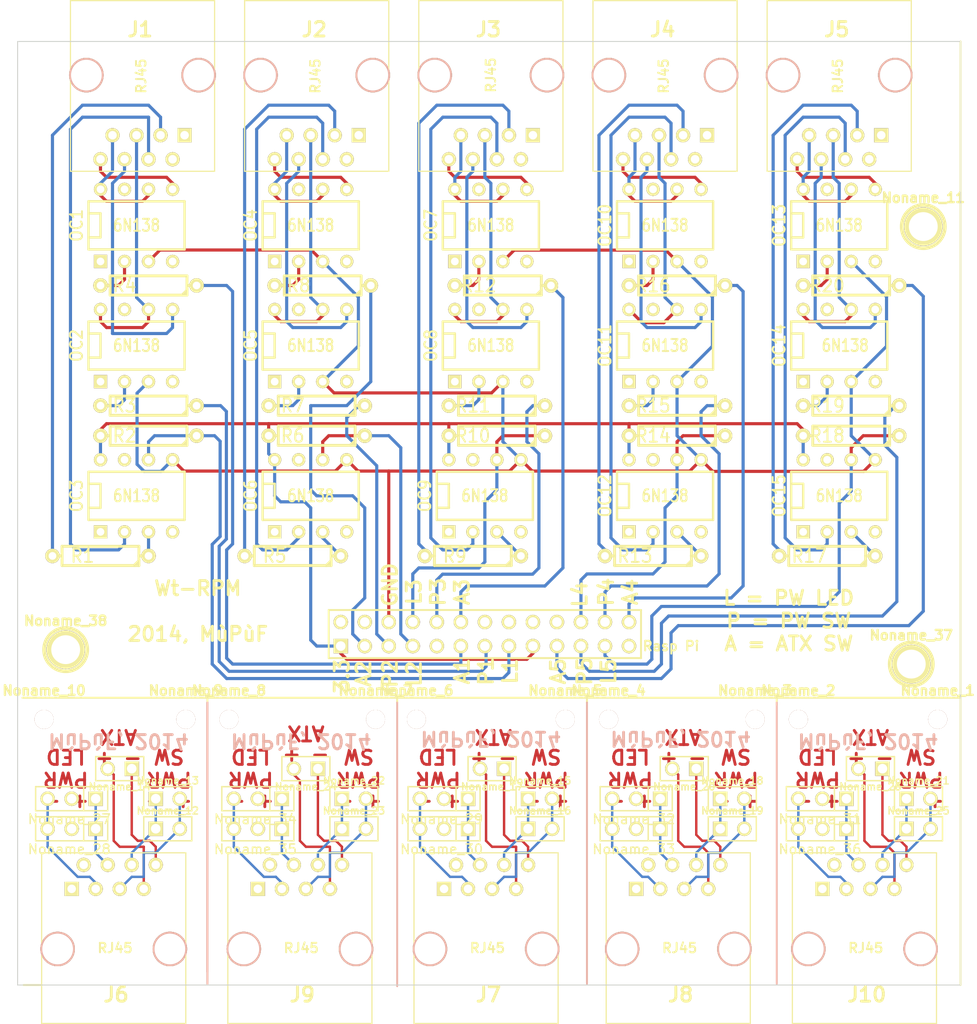
<source format=kicad_pcb>
(kicad_pcb (version 20171130) (host pcbnew "(5.1.12)-1")

  (general
    (thickness 1.6)
    (drawings 67)
    (tracks 606)
    (zones 0)
    (modules 84)
    (nets 93)
  )

  (page A4)
  (title_block
    (title "Wt-RPM Rasp. side")
    (rev 1)
    (company MuPuF.org)
  )

  (layers
    (0 F.Cu signal)
    (31 B.Cu signal)
    (32 B.Adhes user)
    (33 F.Adhes user hide)
    (34 B.Paste user)
    (35 F.Paste user)
    (36 B.SilkS user)
    (37 F.SilkS user)
    (38 B.Mask user)
    (39 F.Mask user)
    (40 Dwgs.User user)
    (41 Cmts.User user)
    (42 Eco1.User user)
    (43 Eco2.User user)
    (44 Edge.Cuts user)
  )

  (setup
    (last_trace_width 0.3302)
    (trace_clearance 0.3302)
    (zone_clearance 0.508)
    (zone_45_only no)
    (trace_min 0.254)
    (via_size 0.889)
    (via_drill 0.635)
    (via_min_size 0.889)
    (via_min_drill 0.508)
    (uvia_size 0.508)
    (uvia_drill 0.127)
    (uvias_allowed no)
    (uvia_min_size 0.508)
    (uvia_min_drill 0.127)
    (edge_width 0.1)
    (segment_width 0.2)
    (pcb_text_width 0.3)
    (pcb_text_size 1.5 1.5)
    (mod_edge_width 0.15)
    (mod_text_size 1 1)
    (mod_text_width 0.15)
    (pad_size 2 2)
    (pad_drill 2)
    (pad_to_mask_clearance 0)
    (aux_axis_origin 0 0)
    (visible_elements 7FFFFFFF)
    (pcbplotparams
      (layerselection 0x00030_ffffffff)
      (usegerberextensions true)
      (usegerberattributes true)
      (usegerberadvancedattributes true)
      (creategerberjobfile true)
      (excludeedgelayer true)
      (linewidth 0.150000)
      (plotframeref false)
      (viasonmask false)
      (mode 1)
      (useauxorigin false)
      (hpglpennumber 1)
      (hpglpenspeed 20)
      (hpglpendiameter 15.000000)
      (psnegative false)
      (psa4output false)
      (plotreference true)
      (plotvalue true)
      (plotinvisibletext false)
      (padsonsilk false)
      (subtractmaskfromsilk false)
      (outputformat 1)
      (mirror false)
      (drillshape 0)
      (scaleselection 1)
      (outputdirectory ""))
  )

  (net 0 "")
  (net 1 +3.3V)
  (net 2 GND)
  (net 3 N-000001)
  (net 4 N-0000010)
  (net 5 N-00000100)
  (net 6 N-00000102)
  (net 7 N-00000103)
  (net 8 N-00000104)
  (net 9 N-00000105)
  (net 10 N-00000106)
  (net 11 N-00000107)
  (net 12 N-00000108)
  (net 13 N-00000109)
  (net 14 N-0000011)
  (net 15 N-00000110)
  (net 16 N-00000112)
  (net 17 N-00000119)
  (net 18 N-00000127)
  (net 19 N-0000013)
  (net 20 N-00000133)
  (net 21 N-00000137)
  (net 22 N-00000140)
  (net 23 N-00000141)
  (net 24 N-00000142)
  (net 25 N-00000143)
  (net 26 N-00000144)
  (net 27 N-00000145)
  (net 28 N-00000146)
  (net 29 N-00000147)
  (net 30 N-00000148)
  (net 31 N-0000015)
  (net 32 N-00000152)
  (net 33 N-0000017)
  (net 34 N-0000018)
  (net 35 N-0000019)
  (net 36 N-000002)
  (net 37 N-0000020)
  (net 38 N-0000021)
  (net 39 N-0000024)
  (net 40 N-0000025)
  (net 41 N-0000026)
  (net 42 N-0000027)
  (net 43 N-0000028)
  (net 44 N-0000029)
  (net 45 N-000003)
  (net 46 N-0000030)
  (net 47 N-0000031)
  (net 48 N-0000032)
  (net 49 N-0000033)
  (net 50 N-0000034)
  (net 51 N-0000035)
  (net 52 N-000004)
  (net 53 N-0000040)
  (net 54 N-0000041)
  (net 55 N-0000045)
  (net 56 N-0000046)
  (net 57 N-0000047)
  (net 58 N-000005)
  (net 59 N-0000051)
  (net 60 N-0000053)
  (net 61 N-0000055)
  (net 62 N-0000056)
  (net 63 N-0000057)
  (net 64 N-000006)
  (net 65 N-0000061)
  (net 66 N-0000063)
  (net 67 N-0000065)
  (net 68 N-0000066)
  (net 69 N-0000068)
  (net 70 N-0000070)
  (net 71 N-0000071)
  (net 72 N-0000072)
  (net 73 N-0000073)
  (net 74 N-0000074)
  (net 75 N-0000079)
  (net 76 N-000008)
  (net 77 N-0000080)
  (net 78 N-0000081)
  (net 79 N-0000082)
  (net 80 N-0000086)
  (net 81 N-0000088)
  (net 82 N-0000089)
  (net 83 N-000009)
  (net 84 N-0000090)
  (net 85 N-0000091)
  (net 86 N-0000092)
  (net 87 N-0000093)
  (net 88 N-0000094)
  (net 89 N-0000095)
  (net 90 N-0000096)
  (net 91 N-0000097)
  (net 92 N-0000099)

  (net_class Default "This is the default net class."
    (clearance 0.3302)
    (trace_width 0.3302)
    (via_dia 0.889)
    (via_drill 0.635)
    (uvia_dia 0.508)
    (uvia_drill 0.127)
    (add_net +3.3V)
    (add_net GND)
    (add_net N-000001)
    (add_net N-0000010)
    (add_net N-00000100)
    (add_net N-00000102)
    (add_net N-00000103)
    (add_net N-00000104)
    (add_net N-00000105)
    (add_net N-00000106)
    (add_net N-00000107)
    (add_net N-00000108)
    (add_net N-00000109)
    (add_net N-0000011)
    (add_net N-00000110)
    (add_net N-00000112)
    (add_net N-00000119)
    (add_net N-00000127)
    (add_net N-0000013)
    (add_net N-00000133)
    (add_net N-00000137)
    (add_net N-00000140)
    (add_net N-00000141)
    (add_net N-00000142)
    (add_net N-00000143)
    (add_net N-00000144)
    (add_net N-00000145)
    (add_net N-00000146)
    (add_net N-00000147)
    (add_net N-00000148)
    (add_net N-0000015)
    (add_net N-00000152)
    (add_net N-0000017)
    (add_net N-0000018)
    (add_net N-0000019)
    (add_net N-000002)
    (add_net N-0000020)
    (add_net N-0000021)
    (add_net N-0000024)
    (add_net N-0000025)
    (add_net N-0000026)
    (add_net N-0000027)
    (add_net N-0000028)
    (add_net N-0000029)
    (add_net N-000003)
    (add_net N-0000030)
    (add_net N-0000031)
    (add_net N-0000032)
    (add_net N-0000033)
    (add_net N-0000034)
    (add_net N-0000035)
    (add_net N-000004)
    (add_net N-0000040)
    (add_net N-0000041)
    (add_net N-0000045)
    (add_net N-0000046)
    (add_net N-0000047)
    (add_net N-000005)
    (add_net N-0000051)
    (add_net N-0000053)
    (add_net N-0000055)
    (add_net N-0000056)
    (add_net N-0000057)
    (add_net N-000006)
    (add_net N-0000061)
    (add_net N-0000063)
    (add_net N-0000065)
    (add_net N-0000066)
    (add_net N-0000068)
    (add_net N-0000070)
    (add_net N-0000071)
    (add_net N-0000072)
    (add_net N-0000073)
    (add_net N-0000074)
    (add_net N-0000079)
    (add_net N-000008)
    (add_net N-0000080)
    (add_net N-0000081)
    (add_net N-0000082)
    (add_net N-0000086)
    (add_net N-0000088)
    (add_net N-0000089)
    (add_net N-000009)
    (add_net N-0000090)
    (add_net N-0000091)
    (add_net N-0000092)
    (add_net N-0000093)
    (add_net N-0000094)
    (add_net N-0000095)
    (add_net N-0000096)
    (add_net N-0000097)
    (add_net N-0000099)
  )

  (module 1pin (layer F.Cu) (tedit 53977975) (tstamp 5397C78C)
    (at 15.24 74.422)
    (descr "module 1 pin (ou trou mecanique de percage)")
    (tags DEV)
    (path 1pin)
    (fp_text reference Noname_38 (at 0 -3.048) (layer F.SilkS)
      (effects (font (size 1.016 1.016) (thickness 0.254)))
    )
    (fp_text value "" (at 0 2.794) (layer F.SilkS) hide
      (effects (font (size 1.016 1.016) (thickness 0.254)))
    )
    (fp_circle (center 0 0) (end 0 -2.286) (layer F.SilkS) (width 0.381))
    (pad 1 thru_hole circle (at 0 0) (size 4.064 4.064) (drill 3.048) (layers *.Cu *.Mask F.SilkS))
  )

  (module 1pin (layer F.Cu) (tedit 53977969) (tstamp 5397C762)
    (at 104.648 75.946)
    (descr "module 1 pin (ou trou mecanique de percage)")
    (tags DEV)
    (path 1pin)
    (fp_text reference Noname_37 (at 0 -3.048) (layer F.SilkS)
      (effects (font (size 1.016 1.016) (thickness 0.254)))
    )
    (fp_text value "" (at 0 2.794) (layer F.SilkS) hide
      (effects (font (size 1.016 1.016) (thickness 0.254)))
    )
    (fp_circle (center 0 0) (end 0 -2.286) (layer F.SilkS) (width 0.381))
    (pad 1 thru_hole circle (at 0 0) (size 4.064 4.064) (drill 3.048) (layers *.Cu *.Mask F.SilkS))
  )

  (module RJ45_8 (layer F.Cu) (tedit 5376BF94) (tstamp 5376BFBD)
    (at 23.368 13.716 180)
    (tags RJ45)
    (path /536D7BB5)
    (fp_text reference J1 (at 0.254 4.826 180) (layer F.SilkS)
      (effects (font (size 1.524 1.524) (thickness 0.3048)))
    )
    (fp_text value RJ45 (at 0.14224 -0.1016 270) (layer F.SilkS)
      (effects (font (size 1.00076 1.00076) (thickness 0.2032)))
    )
    (fp_line (start -7.62 -10.16) (end -7.62 7.874) (layer F.SilkS) (width 0.127))
    (fp_line (start 7.62 -10.16) (end -7.62 -10.16) (layer F.SilkS) (width 0.127))
    (fp_line (start 7.62 7.874) (end 7.62 -10.16) (layer F.SilkS) (width 0.127))
    (fp_line (start -7.62 7.874) (end 7.62 7.874) (layer F.SilkS) (width 0.127))
    (pad Hole np_thru_hole circle (at 5.93852 0 180) (size 3.64998 3.64998) (drill 3.2512) (layers *.Cu *.SilkS *.Mask))
    (pad Hole np_thru_hole circle (at -5.9309 0 180) (size 3.64998 3.64998) (drill 3.2512) (layers *.Cu *.SilkS *.Mask))
    (pad 1 thru_hole rect (at -4.445 -6.35 180) (size 1.50114 1.50114) (drill 0.89916) (layers *.Cu *.Mask F.SilkS))
    (pad 2 thru_hole circle (at -3.175 -8.89 180) (size 1.50114 1.50114) (drill 0.89916) (layers *.Cu *.Mask F.SilkS))
    (pad 3 thru_hole circle (at -1.905 -6.35 180) (size 1.50114 1.50114) (drill 0.89916) (layers *.Cu *.Mask F.SilkS)
      (net 87 N-0000093))
    (pad 4 thru_hole circle (at -0.635 -8.89 180) (size 1.50114 1.50114) (drill 0.89916) (layers *.Cu *.Mask F.SilkS)
      (net 86 N-0000092))
    (pad 5 thru_hole circle (at 0.635 -6.35 180) (size 1.50114 1.50114) (drill 0.89916) (layers *.Cu *.Mask F.SilkS)
      (net 85 N-0000091))
    (pad 6 thru_hole circle (at 1.905 -8.89 180) (size 1.50114 1.50114) (drill 0.89916) (layers *.Cu *.Mask F.SilkS)
      (net 84 N-0000090))
    (pad 7 thru_hole circle (at 3.175 -6.35 180) (size 1.50114 1.50114) (drill 0.89916) (layers *.Cu *.Mask F.SilkS)
      (net 89 N-0000095))
    (pad 8 thru_hole circle (at 4.445 -8.89 180) (size 1.50114 1.50114) (drill 0.89916) (layers *.Cu *.Mask F.SilkS)
      (net 90 N-0000096))
    (model connectors/RJ45_8.wrl
      (at (xyz 0 0 0))
      (scale (xyz 0.4 0.4 0.4))
      (rotate (xyz 0 0 0))
    )
  )

  (module RJ45_8 (layer F.Cu) (tedit 537FA8F1) (tstamp 5376BFCF)
    (at 41.783 13.716 180)
    (tags RJ45)
    (path /536D7BFE)
    (fp_text reference J2 (at 0.254 4.826 180) (layer F.SilkS)
      (effects (font (size 1.524 1.524) (thickness 0.3048)))
    )
    (fp_text value RJ45 (at 0.14224 -0.1016 270) (layer F.SilkS)
      (effects (font (size 1.00076 1.00076) (thickness 0.2032)))
    )
    (fp_line (start -7.62 -10.16) (end -7.62 7.874) (layer F.SilkS) (width 0.127))
    (fp_line (start 7.62 -10.16) (end -7.62 -10.16) (layer F.SilkS) (width 0.127))
    (fp_line (start 7.62 7.874) (end 7.62 -10.16) (layer F.SilkS) (width 0.127))
    (fp_line (start -7.62 7.874) (end 7.62 7.874) (layer F.SilkS) (width 0.127))
    (pad Hole np_thru_hole circle (at 5.93852 0 180) (size 3.64998 3.64998) (drill 3.2512) (layers *.Cu *.SilkS *.Mask))
    (pad Hole np_thru_hole circle (at -5.9309 0 180) (size 3.64998 3.64998) (drill 3.2512) (layers *.Cu *.SilkS *.Mask))
    (pad 1 thru_hole rect (at -4.445 -6.35 180) (size 1.50114 1.50114) (drill 0.89916) (layers *.Cu *.Mask F.SilkS))
    (pad 2 thru_hole circle (at -3.175 -8.89 180) (size 1.50114 1.50114) (drill 0.89916) (layers *.Cu *.Mask F.SilkS))
    (pad 3 thru_hole circle (at -1.905 -6.35 180) (size 1.50114 1.50114) (drill 0.89916) (layers *.Cu *.Mask F.SilkS)
      (net 5 N-00000100))
    (pad 4 thru_hole circle (at -0.635 -8.89 180) (size 1.50114 1.50114) (drill 0.89916) (layers *.Cu *.Mask F.SilkS)
      (net 16 N-00000112))
    (pad 5 thru_hole circle (at 0.635 -6.35 180) (size 1.50114 1.50114) (drill 0.89916) (layers *.Cu *.Mask F.SilkS)
      (net 15 N-00000110))
    (pad 6 thru_hole circle (at 1.905 -8.89 180) (size 1.50114 1.50114) (drill 0.89916) (layers *.Cu *.Mask F.SilkS)
      (net 13 N-00000109))
    (pad 7 thru_hole circle (at 3.175 -6.35 180) (size 1.50114 1.50114) (drill 0.89916) (layers *.Cu *.Mask F.SilkS)
      (net 32 N-00000152))
    (pad 8 thru_hole circle (at 4.445 -8.89 180) (size 1.50114 1.50114) (drill 0.89916) (layers *.Cu *.Mask F.SilkS)
      (net 17 N-00000119))
    (model connectors/RJ45_8.wrl
      (at (xyz 0 0 0))
      (scale (xyz 0.4 0.4 0.4))
      (rotate (xyz 0 0 0))
    )
  )

  (module RJ45_8 (layer F.Cu) (tedit 537BD989) (tstamp 5376BFE1)
    (at 60.198 13.716 180)
    (tags RJ45)
    (path /536D7C04)
    (fp_text reference J3 (at 0.254 4.826 180) (layer F.SilkS)
      (effects (font (size 1.524 1.524) (thickness 0.3048)))
    )
    (fp_text value RJ45 (at 0 0 270) (layer F.SilkS)
      (effects (font (size 1.00076 1.00076) (thickness 0.2032)))
    )
    (fp_line (start -7.62 -10.16) (end -7.62 7.874) (layer F.SilkS) (width 0.127))
    (fp_line (start 7.62 -10.16) (end -7.62 -10.16) (layer F.SilkS) (width 0.127))
    (fp_line (start 7.62 7.874) (end 7.62 -10.16) (layer F.SilkS) (width 0.127))
    (fp_line (start -7.62 7.874) (end 7.62 7.874) (layer F.SilkS) (width 0.127))
    (pad Hole np_thru_hole circle (at 5.93852 0 180) (size 3.64998 3.64998) (drill 3.2512) (layers *.Cu *.SilkS *.Mask))
    (pad Hole np_thru_hole circle (at -5.9309 0 180) (size 3.64998 3.64998) (drill 3.2512) (layers *.Cu *.SilkS *.Mask))
    (pad 1 thru_hole rect (at -4.445 -6.35 180) (size 1.50114 1.50114) (drill 0.89916) (layers *.Cu *.Mask F.SilkS))
    (pad 2 thru_hole circle (at -3.175 -8.89 180) (size 1.50114 1.50114) (drill 0.89916) (layers *.Cu *.Mask F.SilkS))
    (pad 3 thru_hole circle (at -1.905 -6.35 180) (size 1.50114 1.50114) (drill 0.89916) (layers *.Cu *.Mask F.SilkS)
      (net 18 N-00000127))
    (pad 4 thru_hole circle (at -0.635 -8.89 180) (size 1.50114 1.50114) (drill 0.89916) (layers *.Cu *.Mask F.SilkS)
      (net 30 N-00000148))
    (pad 5 thru_hole circle (at 0.635 -6.35 180) (size 1.50114 1.50114) (drill 0.89916) (layers *.Cu *.Mask F.SilkS)
      (net 28 N-00000146))
    (pad 6 thru_hole circle (at 1.905 -8.89 180) (size 1.50114 1.50114) (drill 0.89916) (layers *.Cu *.Mask F.SilkS)
      (net 29 N-00000147))
    (pad 7 thru_hole circle (at 3.175 -6.35 180) (size 1.50114 1.50114) (drill 0.89916) (layers *.Cu *.Mask F.SilkS)
      (net 53 N-0000040))
    (pad 8 thru_hole circle (at 4.445 -8.89 180) (size 1.50114 1.50114) (drill 0.89916) (layers *.Cu *.Mask F.SilkS)
      (net 20 N-00000133))
    (model connectors/RJ45_8.wrl
      (at (xyz 0 0 0))
      (scale (xyz 0.4 0.4 0.4))
      (rotate (xyz 0 0 0))
    )
  )

  (module RJ45_8 (layer F.Cu) (tedit 537BDC25) (tstamp 5376BFF3)
    (at 78.613 13.716 180)
    (tags RJ45)
    (path /536D7C0A)
    (fp_text reference J4 (at 0.254 4.826 180) (layer F.SilkS)
      (effects (font (size 1.524 1.524) (thickness 0.3048)))
    )
    (fp_text value RJ45 (at 0.14224 -0.1016 270) (layer F.SilkS)
      (effects (font (size 1.00076 1.00076) (thickness 0.2032)))
    )
    (fp_line (start -7.62 -10.16) (end -7.62 7.874) (layer F.SilkS) (width 0.127))
    (fp_line (start 7.62 -10.16) (end -7.62 -10.16) (layer F.SilkS) (width 0.127))
    (fp_line (start 7.62 7.874) (end 7.62 -10.16) (layer F.SilkS) (width 0.127))
    (fp_line (start -7.62 7.874) (end 7.62 7.874) (layer F.SilkS) (width 0.127))
    (pad Hole np_thru_hole circle (at 5.93852 0 180) (size 3.64998 3.64998) (drill 3.2512) (layers *.Cu *.SilkS *.Mask))
    (pad Hole np_thru_hole circle (at -5.9309 0 180) (size 3.64998 3.64998) (drill 3.2512) (layers *.Cu *.SilkS *.Mask))
    (pad 1 thru_hole rect (at -4.445 -6.35 180) (size 1.50114 1.50114) (drill 0.89916) (layers *.Cu *.Mask F.SilkS))
    (pad 2 thru_hole circle (at -3.175 -8.89 180) (size 1.50114 1.50114) (drill 0.89916) (layers *.Cu *.Mask F.SilkS))
    (pad 3 thru_hole circle (at -1.905 -6.35 180) (size 1.50114 1.50114) (drill 0.89916) (layers *.Cu *.Mask F.SilkS)
      (net 49 N-0000033))
    (pad 4 thru_hole circle (at -0.635 -8.89 180) (size 1.50114 1.50114) (drill 0.89916) (layers *.Cu *.Mask F.SilkS)
      (net 50 N-0000034))
    (pad 5 thru_hole circle (at 0.635 -6.35 180) (size 1.50114 1.50114) (drill 0.89916) (layers *.Cu *.Mask F.SilkS)
      (net 48 N-0000032))
    (pad 6 thru_hole circle (at 1.905 -8.89 180) (size 1.50114 1.50114) (drill 0.89916) (layers *.Cu *.Mask F.SilkS)
      (net 47 N-0000031))
    (pad 7 thru_hole circle (at 3.175 -6.35 180) (size 1.50114 1.50114) (drill 0.89916) (layers *.Cu *.Mask F.SilkS)
      (net 46 N-0000030))
    (pad 8 thru_hole circle (at 4.445 -8.89 180) (size 1.50114 1.50114) (drill 0.89916) (layers *.Cu *.Mask F.SilkS)
      (net 21 N-00000137))
    (model connectors/RJ45_8.wrl
      (at (xyz 0 0 0))
      (scale (xyz 0.4 0.4 0.4))
      (rotate (xyz 0 0 0))
    )
  )

  (module R4 (layer F.Cu) (tedit 537FA878) (tstamp 537FBF78)
    (at 79.883 48.641 180)
    (descr "Resitance 4 pas")
    (tags R)
    (path /5376BFF8)
    (autoplace_cost180 10)
    (fp_text reference R15 (at 2.54 0 180) (layer F.SilkS)
      (effects (font (size 1.397 1.27) (thickness 0.2032)))
    )
    (fp_text value 1.2k (at -1.905 0 180) (layer F.SilkS) hide
      (effects (font (size 1.397 1.27) (thickness 0.2032)))
    )
    (fp_line (start 5.08 0) (end 4.064 0) (layer F.SilkS) (width 0.3048))
    (fp_line (start -4.064 -0.508) (end -3.556 -1.016) (layer F.SilkS) (width 0.3048))
    (fp_line (start -4.064 1.016) (end -4.064 0) (layer F.SilkS) (width 0.3048))
    (fp_line (start 4.064 1.016) (end -4.064 1.016) (layer F.SilkS) (width 0.3048))
    (fp_line (start 4.064 -1.016) (end 4.064 1.016) (layer F.SilkS) (width 0.3048))
    (fp_line (start -4.064 -1.016) (end 4.064 -1.016) (layer F.SilkS) (width 0.3048))
    (fp_line (start -4.064 0) (end -4.064 -1.016) (layer F.SilkS) (width 0.3048))
    (fp_line (start -5.08 0) (end -4.064 0) (layer F.SilkS) (width 0.3048))
    (pad 1 thru_hole circle (at -5.08 0 180) (size 1.524 1.524) (drill 0.8128) (layers *.Cu *.Mask F.SilkS)
      (net 44 N-0000029))
    (pad 2 thru_hole circle (at 5.08 0 180) (size 1.524 1.524) (drill 0.8128) (layers *.Cu *.Mask F.SilkS)
      (net 42 N-0000027))
    (model discret/resistor.wrl
      (at (xyz 0 0 0))
      (scale (xyz 0.4 0.4 0.4))
      (rotate (xyz 0 0 0))
    )
  )

  (module R4 (layer F.Cu) (tedit 537FCFE4) (tstamp 537FBF69)
    (at 79.883 35.941 180)
    (descr "Resitance 4 pas")
    (tags R)
    (path /5376BFF2)
    (autoplace_cost180 10)
    (fp_text reference R16 (at 2.54 0 180) (layer F.SilkS)
      (effects (font (size 1.397 1.27) (thickness 0.2032)))
    )
    (fp_text value 1.2k (at -1.905 0 180) (layer F.SilkS) hide
      (effects (font (size 1.397 1.27) (thickness 0.2032)))
    )
    (fp_line (start 5.08 0) (end 4.064 0) (layer F.SilkS) (width 0.3048))
    (fp_line (start -4.064 -0.508) (end -3.556 -1.016) (layer F.SilkS) (width 0.3048))
    (fp_line (start -4.064 1.016) (end -4.064 0) (layer F.SilkS) (width 0.3048))
    (fp_line (start 4.064 1.016) (end -4.064 1.016) (layer F.SilkS) (width 0.3048))
    (fp_line (start 4.064 -1.016) (end 4.064 1.016) (layer F.SilkS) (width 0.3048))
    (fp_line (start -4.064 -1.016) (end 4.064 -1.016) (layer F.SilkS) (width 0.3048))
    (fp_line (start -4.064 0) (end -4.064 -1.016) (layer F.SilkS) (width 0.3048))
    (fp_line (start -5.08 0) (end -4.064 0) (layer F.SilkS) (width 0.3048))
    (pad 1 thru_hole circle (at -5.08 0 180) (size 1.524 1.524) (drill 0.8128) (layers *.Cu *.Mask F.SilkS)
      (net 43 N-0000028))
    (pad 2 thru_hole circle (at 5.08 0 180) (size 1.524 1.524) (drill 0.8128) (layers *.Cu *.Mask F.SilkS)
      (net 41 N-0000026))
    (model discret/resistor.wrl
      (at (xyz 0 0 0))
      (scale (xyz 0.4 0.4 0.4))
      (rotate (xyz 0 0 0))
    )
  )

  (module R4 (layer F.Cu) (tedit 537FA936) (tstamp 5380029C)
    (at 79.883 51.816 180)
    (descr "Resitance 4 pas")
    (tags R)
    (path /5376BFEC)
    (autoplace_cost180 10)
    (fp_text reference R14 (at 2.54 0 180) (layer F.SilkS)
      (effects (font (size 1.397 1.27) (thickness 0.2032)))
    )
    (fp_text value 10k (at -1.905 0 180) (layer F.SilkS) hide
      (effects (font (size 1.397 1.27) (thickness 0.2032)))
    )
    (fp_line (start 5.08 0) (end 4.064 0) (layer F.SilkS) (width 0.3048))
    (fp_line (start -4.064 -0.508) (end -3.556 -1.016) (layer F.SilkS) (width 0.3048))
    (fp_line (start -4.064 1.016) (end -4.064 0) (layer F.SilkS) (width 0.3048))
    (fp_line (start 4.064 1.016) (end -4.064 1.016) (layer F.SilkS) (width 0.3048))
    (fp_line (start 4.064 -1.016) (end 4.064 1.016) (layer F.SilkS) (width 0.3048))
    (fp_line (start -4.064 -1.016) (end 4.064 -1.016) (layer F.SilkS) (width 0.3048))
    (fp_line (start -4.064 0) (end -4.064 -1.016) (layer F.SilkS) (width 0.3048))
    (fp_line (start -5.08 0) (end -4.064 0) (layer F.SilkS) (width 0.3048))
    (pad 1 thru_hole circle (at -5.08 0 180) (size 1.524 1.524) (drill 0.8128) (layers *.Cu *.Mask F.SilkS)
      (net 40 N-0000025))
    (pad 2 thru_hole circle (at 5.08 0 180) (size 1.524 1.524) (drill 0.8128) (layers *.Cu *.Mask F.SilkS)
      (net 1 +3.3V))
    (model discret/resistor.wrl
      (at (xyz 0 0 0))
      (scale (xyz 0.4 0.4 0.4))
      (rotate (xyz 0 0 0))
    )
  )

  (module R4 (layer F.Cu) (tedit 537FA804) (tstamp 537FBF4B)
    (at 77.343 64.516 180)
    (descr "Resitance 4 pas")
    (tags R)
    (path /5376BFE0)
    (autoplace_cost180 10)
    (fp_text reference R13 (at 1.905 0 180) (layer F.SilkS)
      (effects (font (size 1.397 1.27) (thickness 0.2032)))
    )
    (fp_text value 4k (at -1.905 0 180) (layer F.SilkS) hide
      (effects (font (size 1.397 1.27) (thickness 0.2032)))
    )
    (fp_line (start 5.08 0) (end 4.064 0) (layer F.SilkS) (width 0.3048))
    (fp_line (start -4.064 -0.508) (end -3.556 -1.016) (layer F.SilkS) (width 0.3048))
    (fp_line (start -4.064 1.016) (end -4.064 0) (layer F.SilkS) (width 0.3048))
    (fp_line (start 4.064 1.016) (end -4.064 1.016) (layer F.SilkS) (width 0.3048))
    (fp_line (start 4.064 -1.016) (end 4.064 1.016) (layer F.SilkS) (width 0.3048))
    (fp_line (start -4.064 -1.016) (end 4.064 -1.016) (layer F.SilkS) (width 0.3048))
    (fp_line (start -4.064 0) (end -4.064 -1.016) (layer F.SilkS) (width 0.3048))
    (fp_line (start -5.08 0) (end -4.064 0) (layer F.SilkS) (width 0.3048))
    (pad 1 thru_hole circle (at -5.08 0 180) (size 1.524 1.524) (drill 0.8128) (layers *.Cu *.Mask F.SilkS)
      (net 51 N-0000035))
    (pad 2 thru_hole circle (at 5.08 0 180) (size 1.524 1.524) (drill 0.8128) (layers *.Cu *.Mask F.SilkS)
      (net 49 N-0000033))
    (model discret/resistor.wrl
      (at (xyz 0 0 0))
      (scale (xyz 0.4 0.4 0.4))
      (rotate (xyz 0 0 0))
    )
  )

  (module R4 (layer F.Cu) (tedit 537FA86B) (tstamp 537FBF3C)
    (at 60.833 48.641 180)
    (descr "Resitance 4 pas")
    (tags R)
    (path /5376BD8B)
    (autoplace_cost180 10)
    (fp_text reference R11 (at 2.54 0 180) (layer F.SilkS)
      (effects (font (size 1.397 1.27) (thickness 0.2032)))
    )
    (fp_text value 1.2k (at -1.905 0 180) (layer F.SilkS) hide
      (effects (font (size 1.397 1.27) (thickness 0.2032)))
    )
    (fp_line (start 5.08 0) (end 4.064 0) (layer F.SilkS) (width 0.3048))
    (fp_line (start -4.064 -0.508) (end -3.556 -1.016) (layer F.SilkS) (width 0.3048))
    (fp_line (start -4.064 1.016) (end -4.064 0) (layer F.SilkS) (width 0.3048))
    (fp_line (start 4.064 1.016) (end -4.064 1.016) (layer F.SilkS) (width 0.3048))
    (fp_line (start 4.064 -1.016) (end 4.064 1.016) (layer F.SilkS) (width 0.3048))
    (fp_line (start -4.064 -1.016) (end 4.064 -1.016) (layer F.SilkS) (width 0.3048))
    (fp_line (start -4.064 0) (end -4.064 -1.016) (layer F.SilkS) (width 0.3048))
    (fp_line (start -5.08 0) (end -4.064 0) (layer F.SilkS) (width 0.3048))
    (pad 1 thru_hole circle (at -5.08 0 180) (size 1.524 1.524) (drill 0.8128) (layers *.Cu *.Mask F.SilkS)
      (net 27 N-00000145))
    (pad 2 thru_hole circle (at 5.08 0 180) (size 1.524 1.524) (drill 0.8128) (layers *.Cu *.Mask F.SilkS)
      (net 25 N-00000143))
    (model discret/resistor.wrl
      (at (xyz 0 0 0))
      (scale (xyz 0.4 0.4 0.4))
      (rotate (xyz 0 0 0))
    )
  )

  (module R4 (layer F.Cu) (tedit 537FA8C1) (tstamp 537FBF2D)
    (at 61.468 35.941 180)
    (descr "Resitance 4 pas")
    (tags R)
    (path /5376BD85)
    (autoplace_cost180 10)
    (fp_text reference R12 (at 2.54 0 180) (layer F.SilkS)
      (effects (font (size 1.397 1.27) (thickness 0.2032)))
    )
    (fp_text value 1.2k (at -1.905 0 180) (layer F.SilkS) hide
      (effects (font (size 1.397 1.27) (thickness 0.2032)))
    )
    (fp_line (start 5.08 0) (end 4.064 0) (layer F.SilkS) (width 0.3048))
    (fp_line (start -4.064 -0.508) (end -3.556 -1.016) (layer F.SilkS) (width 0.3048))
    (fp_line (start -4.064 1.016) (end -4.064 0) (layer F.SilkS) (width 0.3048))
    (fp_line (start 4.064 1.016) (end -4.064 1.016) (layer F.SilkS) (width 0.3048))
    (fp_line (start 4.064 -1.016) (end 4.064 1.016) (layer F.SilkS) (width 0.3048))
    (fp_line (start -4.064 -1.016) (end 4.064 -1.016) (layer F.SilkS) (width 0.3048))
    (fp_line (start -4.064 0) (end -4.064 -1.016) (layer F.SilkS) (width 0.3048))
    (fp_line (start -5.08 0) (end -4.064 0) (layer F.SilkS) (width 0.3048))
    (pad 1 thru_hole circle (at -5.08 0 180) (size 1.524 1.524) (drill 0.8128) (layers *.Cu *.Mask F.SilkS)
      (net 26 N-00000144))
    (pad 2 thru_hole circle (at 5.08 0 180) (size 1.524 1.524) (drill 0.8128) (layers *.Cu *.Mask F.SilkS)
      (net 24 N-00000142))
    (model discret/resistor.wrl
      (at (xyz 0 0 0))
      (scale (xyz 0.4 0.4 0.4))
      (rotate (xyz 0 0 0))
    )
  )

  (module R4 (layer F.Cu) (tedit 537FFCD7) (tstamp 537FBF1E)
    (at 60.833 51.816 180)
    (descr "Resitance 4 pas")
    (tags R)
    (path /5376BD7F)
    (autoplace_cost180 10)
    (fp_text reference R10 (at 2.54 0 180) (layer F.SilkS)
      (effects (font (size 1.397 1.27) (thickness 0.2032)))
    )
    (fp_text value 10k (at -1.905 0 180) (layer F.SilkS) hide
      (effects (font (size 1.397 1.27) (thickness 0.2032)))
    )
    (fp_line (start 5.08 0) (end 4.064 0) (layer F.SilkS) (width 0.3048))
    (fp_line (start -4.064 -0.508) (end -3.556 -1.016) (layer F.SilkS) (width 0.3048))
    (fp_line (start -4.064 1.016) (end -4.064 0) (layer F.SilkS) (width 0.3048))
    (fp_line (start 4.064 1.016) (end -4.064 1.016) (layer F.SilkS) (width 0.3048))
    (fp_line (start 4.064 -1.016) (end 4.064 1.016) (layer F.SilkS) (width 0.3048))
    (fp_line (start -4.064 -1.016) (end 4.064 -1.016) (layer F.SilkS) (width 0.3048))
    (fp_line (start -4.064 0) (end -4.064 -1.016) (layer F.SilkS) (width 0.3048))
    (fp_line (start -5.08 0) (end -4.064 0) (layer F.SilkS) (width 0.3048))
    (pad 1 thru_hole circle (at -5.08 0 180) (size 1.524 1.524) (drill 0.8128) (layers *.Cu *.Mask F.SilkS)
      (net 23 N-00000141))
    (pad 2 thru_hole circle (at 5.08 0 180) (size 1.524 1.524) (drill 0.8128) (layers *.Cu *.Mask F.SilkS)
      (net 1 +3.3V))
    (model discret/resistor.wrl
      (at (xyz 0 0 0))
      (scale (xyz 0.4 0.4 0.4))
      (rotate (xyz 0 0 0))
    )
  )

  (module R4 (layer F.Cu) (tedit 537FCF57) (tstamp 537FBF0F)
    (at 58.293 64.516 180)
    (descr "Resitance 4 pas")
    (tags R)
    (path /5376BD73)
    (autoplace_cost180 10)
    (fp_text reference R9 (at 1.905 0 180) (layer F.SilkS)
      (effects (font (size 1.397 1.27) (thickness 0.2032)))
    )
    (fp_text value 4k (at -1.905 0 180) (layer F.SilkS) hide
      (effects (font (size 1.397 1.27) (thickness 0.2032)))
    )
    (fp_line (start 5.08 0) (end 4.064 0) (layer F.SilkS) (width 0.3048))
    (fp_line (start -4.064 -0.508) (end -3.556 -1.016) (layer F.SilkS) (width 0.3048))
    (fp_line (start -4.064 1.016) (end -4.064 0) (layer F.SilkS) (width 0.3048))
    (fp_line (start 4.064 1.016) (end -4.064 1.016) (layer F.SilkS) (width 0.3048))
    (fp_line (start 4.064 -1.016) (end 4.064 1.016) (layer F.SilkS) (width 0.3048))
    (fp_line (start -4.064 -1.016) (end 4.064 -1.016) (layer F.SilkS) (width 0.3048))
    (fp_line (start -4.064 0) (end -4.064 -1.016) (layer F.SilkS) (width 0.3048))
    (fp_line (start -5.08 0) (end -4.064 0) (layer F.SilkS) (width 0.3048))
    (pad 1 thru_hole circle (at -5.08 0 180) (size 1.524 1.524) (drill 0.8128) (layers *.Cu *.Mask F.SilkS)
      (net 22 N-00000140))
    (pad 2 thru_hole circle (at 5.08 0 180) (size 1.524 1.524) (drill 0.8128) (layers *.Cu *.Mask F.SilkS)
      (net 18 N-00000127))
    (model discret/resistor.wrl
      (at (xyz 0 0 0))
      (scale (xyz 0.4 0.4 0.4))
      (rotate (xyz 0 0 0))
    )
  )

  (module R4 (layer F.Cu) (tedit 537FFCC5) (tstamp 537FBF00)
    (at 41.783 48.641 180)
    (descr "Resitance 4 pas")
    (tags R)
    (path /5376BB3B)
    (autoplace_cost180 10)
    (fp_text reference R7 (at 2.54 0 180) (layer F.SilkS)
      (effects (font (size 1.397 1.27) (thickness 0.2032)))
    )
    (fp_text value 1.2k (at -1.27 0 180) (layer F.SilkS) hide
      (effects (font (size 1.397 1.27) (thickness 0.2032)))
    )
    (fp_line (start 5.08 0) (end 4.064 0) (layer F.SilkS) (width 0.3048))
    (fp_line (start -4.064 -0.508) (end -3.556 -1.016) (layer F.SilkS) (width 0.3048))
    (fp_line (start -4.064 1.016) (end -4.064 0) (layer F.SilkS) (width 0.3048))
    (fp_line (start 4.064 1.016) (end -4.064 1.016) (layer F.SilkS) (width 0.3048))
    (fp_line (start 4.064 -1.016) (end 4.064 1.016) (layer F.SilkS) (width 0.3048))
    (fp_line (start -4.064 -1.016) (end 4.064 -1.016) (layer F.SilkS) (width 0.3048))
    (fp_line (start -4.064 0) (end -4.064 -1.016) (layer F.SilkS) (width 0.3048))
    (fp_line (start -5.08 0) (end -4.064 0) (layer F.SilkS) (width 0.3048))
    (pad 1 thru_hole circle (at -5.08 0 180) (size 1.524 1.524) (drill 0.8128) (layers *.Cu *.Mask F.SilkS)
      (net 8 N-00000104))
    (pad 2 thru_hole circle (at 5.08 0 180) (size 1.524 1.524) (drill 0.8128) (layers *.Cu *.Mask F.SilkS)
      (net 12 N-00000108))
    (model discret/resistor.wrl
      (at (xyz 0 0 0))
      (scale (xyz 0.4 0.4 0.4))
      (rotate (xyz 0 0 0))
    )
  )

  (module R4 (layer F.Cu) (tedit 537FA8B8) (tstamp 537FBEF1)
    (at 42.418 35.941 180)
    (descr "Resitance 4 pas")
    (tags R)
    (path /5376BB35)
    (autoplace_cost180 10)
    (fp_text reference R8 (at 2.54 0 180) (layer F.SilkS)
      (effects (font (size 1.397 1.27) (thickness 0.2032)))
    )
    (fp_text value 1.2k (at -1.905 0 180) (layer F.SilkS) hide
      (effects (font (size 1.397 1.27) (thickness 0.2032)))
    )
    (fp_line (start 5.08 0) (end 4.064 0) (layer F.SilkS) (width 0.3048))
    (fp_line (start -4.064 -0.508) (end -3.556 -1.016) (layer F.SilkS) (width 0.3048))
    (fp_line (start -4.064 1.016) (end -4.064 0) (layer F.SilkS) (width 0.3048))
    (fp_line (start 4.064 1.016) (end -4.064 1.016) (layer F.SilkS) (width 0.3048))
    (fp_line (start 4.064 -1.016) (end 4.064 1.016) (layer F.SilkS) (width 0.3048))
    (fp_line (start -4.064 -1.016) (end 4.064 -1.016) (layer F.SilkS) (width 0.3048))
    (fp_line (start -4.064 0) (end -4.064 -1.016) (layer F.SilkS) (width 0.3048))
    (fp_line (start -5.08 0) (end -4.064 0) (layer F.SilkS) (width 0.3048))
    (pad 1 thru_hole circle (at -5.08 0 180) (size 1.524 1.524) (drill 0.8128) (layers *.Cu *.Mask F.SilkS)
      (net 6 N-00000102))
    (pad 2 thru_hole circle (at 5.08 0 180) (size 1.524 1.524) (drill 0.8128) (layers *.Cu *.Mask F.SilkS)
      (net 7 N-00000103))
    (model discret/resistor.wrl
      (at (xyz 0 0 0))
      (scale (xyz 0.4 0.4 0.4))
      (rotate (xyz 0 0 0))
    )
  )

  (module R4 (layer F.Cu) (tedit 537FA91D) (tstamp 537FBEE2)
    (at 41.783 51.816 180)
    (descr "Resitance 4 pas")
    (tags R)
    (path /5376BB2F)
    (autoplace_cost180 10)
    (fp_text reference R6 (at 2.54 0 180) (layer F.SilkS)
      (effects (font (size 1.397 1.27) (thickness 0.2032)))
    )
    (fp_text value 10k (at -1.905 0 180) (layer F.SilkS) hide
      (effects (font (size 1.397 1.27) (thickness 0.2032)))
    )
    (fp_line (start 5.08 0) (end 4.064 0) (layer F.SilkS) (width 0.3048))
    (fp_line (start -4.064 -0.508) (end -3.556 -1.016) (layer F.SilkS) (width 0.3048))
    (fp_line (start -4.064 1.016) (end -4.064 0) (layer F.SilkS) (width 0.3048))
    (fp_line (start 4.064 1.016) (end -4.064 1.016) (layer F.SilkS) (width 0.3048))
    (fp_line (start 4.064 -1.016) (end 4.064 1.016) (layer F.SilkS) (width 0.3048))
    (fp_line (start -4.064 -1.016) (end 4.064 -1.016) (layer F.SilkS) (width 0.3048))
    (fp_line (start -4.064 0) (end -4.064 -1.016) (layer F.SilkS) (width 0.3048))
    (fp_line (start -5.08 0) (end -4.064 0) (layer F.SilkS) (width 0.3048))
    (pad 1 thru_hole circle (at -5.08 0 180) (size 1.524 1.524) (drill 0.8128) (layers *.Cu *.Mask F.SilkS)
      (net 91 N-0000097))
    (pad 2 thru_hole circle (at 5.08 0 180) (size 1.524 1.524) (drill 0.8128) (layers *.Cu *.Mask F.SilkS)
      (net 1 +3.3V))
    (model discret/resistor.wrl
      (at (xyz 0 0 0))
      (scale (xyz 0.4 0.4 0.4))
      (rotate (xyz 0 0 0))
    )
  )

  (module R4 (layer F.Cu) (tedit 537FA7F5) (tstamp 537FBED3)
    (at 39.243 64.516 180)
    (descr "Resitance 4 pas")
    (tags R)
    (path /5376BB23)
    (autoplace_cost180 10)
    (fp_text reference R5 (at 1.905 0 180) (layer F.SilkS)
      (effects (font (size 1.397 1.27) (thickness 0.2032)))
    )
    (fp_text value 4k (at -1.905 0 180) (layer F.SilkS) hide
      (effects (font (size 1.397 1.27) (thickness 0.2032)))
    )
    (fp_line (start 5.08 0) (end 4.064 0) (layer F.SilkS) (width 0.3048))
    (fp_line (start -4.064 -0.508) (end -3.556 -1.016) (layer F.SilkS) (width 0.3048))
    (fp_line (start -4.064 1.016) (end -4.064 0) (layer F.SilkS) (width 0.3048))
    (fp_line (start 4.064 1.016) (end -4.064 1.016) (layer F.SilkS) (width 0.3048))
    (fp_line (start 4.064 -1.016) (end 4.064 1.016) (layer F.SilkS) (width 0.3048))
    (fp_line (start -4.064 -1.016) (end 4.064 -1.016) (layer F.SilkS) (width 0.3048))
    (fp_line (start -4.064 0) (end -4.064 -1.016) (layer F.SilkS) (width 0.3048))
    (fp_line (start -5.08 0) (end -4.064 0) (layer F.SilkS) (width 0.3048))
    (pad 1 thru_hole circle (at -5.08 0 180) (size 1.524 1.524) (drill 0.8128) (layers *.Cu *.Mask F.SilkS)
      (net 92 N-0000099))
    (pad 2 thru_hole circle (at 5.08 0 180) (size 1.524 1.524) (drill 0.8128) (layers *.Cu *.Mask F.SilkS)
      (net 5 N-00000100))
    (model discret/resistor.wrl
      (at (xyz 0 0 0))
      (scale (xyz 0.4 0.4 0.4))
      (rotate (xyz 0 0 0))
    )
  )

  (module R4 (layer F.Cu) (tedit 537FA7E7) (tstamp 537FBEC4)
    (at 18.923 64.516 180)
    (descr "Resitance 4 pas")
    (tags R)
    (path /536D7D6D)
    (autoplace_cost180 10)
    (fp_text reference R1 (at 1.905 0 180) (layer F.SilkS)
      (effects (font (size 1.397 1.27) (thickness 0.2032)))
    )
    (fp_text value 4k (at -1.27 0 180) (layer F.SilkS) hide
      (effects (font (size 1.397 1.27) (thickness 0.2032)))
    )
    (fp_line (start 5.08 0) (end 4.064 0) (layer F.SilkS) (width 0.3048))
    (fp_line (start -4.064 -0.508) (end -3.556 -1.016) (layer F.SilkS) (width 0.3048))
    (fp_line (start -4.064 1.016) (end -4.064 0) (layer F.SilkS) (width 0.3048))
    (fp_line (start 4.064 1.016) (end -4.064 1.016) (layer F.SilkS) (width 0.3048))
    (fp_line (start 4.064 -1.016) (end 4.064 1.016) (layer F.SilkS) (width 0.3048))
    (fp_line (start -4.064 -1.016) (end 4.064 -1.016) (layer F.SilkS) (width 0.3048))
    (fp_line (start -4.064 0) (end -4.064 -1.016) (layer F.SilkS) (width 0.3048))
    (fp_line (start -5.08 0) (end -4.064 0) (layer F.SilkS) (width 0.3048))
    (pad 1 thru_hole circle (at -5.08 0 180) (size 1.524 1.524) (drill 0.8128) (layers *.Cu *.Mask F.SilkS)
      (net 82 N-0000089))
    (pad 2 thru_hole circle (at 5.08 0 180) (size 1.524 1.524) (drill 0.8128) (layers *.Cu *.Mask F.SilkS)
      (net 87 N-0000093))
    (model discret/resistor.wrl
      (at (xyz 0 0 0))
      (scale (xyz 0.4 0.4 0.4))
      (rotate (xyz 0 0 0))
    )
  )

  (module R4 (layer F.Cu) (tedit 537FA83B) (tstamp 537FBEB5)
    (at 24.003 51.816 180)
    (descr "Resitance 4 pas")
    (tags R)
    (path /5376A8D0)
    (autoplace_cost180 10)
    (fp_text reference R2 (at 2.54 0 180) (layer F.SilkS)
      (effects (font (size 1.397 1.27) (thickness 0.2032)))
    )
    (fp_text value 10k (at -1.905 0 180) (layer F.SilkS) hide
      (effects (font (size 1.397 1.27) (thickness 0.2032)))
    )
    (fp_line (start 5.08 0) (end 4.064 0) (layer F.SilkS) (width 0.3048))
    (fp_line (start -4.064 -0.508) (end -3.556 -1.016) (layer F.SilkS) (width 0.3048))
    (fp_line (start -4.064 1.016) (end -4.064 0) (layer F.SilkS) (width 0.3048))
    (fp_line (start 4.064 1.016) (end -4.064 1.016) (layer F.SilkS) (width 0.3048))
    (fp_line (start 4.064 -1.016) (end 4.064 1.016) (layer F.SilkS) (width 0.3048))
    (fp_line (start -4.064 -1.016) (end 4.064 -1.016) (layer F.SilkS) (width 0.3048))
    (fp_line (start -4.064 0) (end -4.064 -1.016) (layer F.SilkS) (width 0.3048))
    (fp_line (start -5.08 0) (end -4.064 0) (layer F.SilkS) (width 0.3048))
    (pad 1 thru_hole circle (at -5.08 0 180) (size 1.524 1.524) (drill 0.8128) (layers *.Cu *.Mask F.SilkS)
      (net 88 N-0000094))
    (pad 2 thru_hole circle (at 5.08 0 180) (size 1.524 1.524) (drill 0.8128) (layers *.Cu *.Mask F.SilkS)
      (net 1 +3.3V))
    (model discret/resistor.wrl
      (at (xyz 0 0 0))
      (scale (xyz 0.4 0.4 0.4))
      (rotate (xyz 0 0 0))
    )
  )

  (module R4 (layer F.Cu) (tedit 537FCE9F) (tstamp 537FBEA6)
    (at 24.003 35.941 180)
    (descr "Resitance 4 pas")
    (tags R)
    (path /5376B35B)
    (autoplace_cost180 10)
    (fp_text reference R4 (at 2.54 0 180) (layer F.SilkS)
      (effects (font (size 1.397 1.27) (thickness 0.2032)))
    )
    (fp_text value 1.2k (at -1.27 0 180) (layer F.SilkS) hide
      (effects (font (size 1.397 1.27) (thickness 0.2032)))
    )
    (fp_line (start 5.08 0) (end 4.064 0) (layer F.SilkS) (width 0.3048))
    (fp_line (start -4.064 -0.508) (end -3.556 -1.016) (layer F.SilkS) (width 0.3048))
    (fp_line (start -4.064 1.016) (end -4.064 0) (layer F.SilkS) (width 0.3048))
    (fp_line (start 4.064 1.016) (end -4.064 1.016) (layer F.SilkS) (width 0.3048))
    (fp_line (start 4.064 -1.016) (end 4.064 1.016) (layer F.SilkS) (width 0.3048))
    (fp_line (start -4.064 -1.016) (end 4.064 -1.016) (layer F.SilkS) (width 0.3048))
    (fp_line (start -4.064 0) (end -4.064 -1.016) (layer F.SilkS) (width 0.3048))
    (fp_line (start -5.08 0) (end -4.064 0) (layer F.SilkS) (width 0.3048))
    (pad 1 thru_hole circle (at -5.08 0 180) (size 1.524 1.524) (drill 0.8128) (layers *.Cu *.Mask F.SilkS)
      (net 11 N-00000107))
    (pad 2 thru_hole circle (at 5.08 0 180) (size 1.524 1.524) (drill 0.8128) (layers *.Cu *.Mask F.SilkS)
      (net 9 N-00000105))
    (model discret/resistor.wrl
      (at (xyz 0 0 0))
      (scale (xyz 0.4 0.4 0.4))
      (rotate (xyz 0 0 0))
    )
  )

  (module R4 (layer F.Cu) (tedit 537FA853) (tstamp 537FBE97)
    (at 24.003 48.641 180)
    (descr "Resitance 4 pas")
    (tags R)
    (path /5376B375)
    (autoplace_cost180 10)
    (fp_text reference R3 (at 2.54 0 180) (layer F.SilkS)
      (effects (font (size 1.397 1.27) (thickness 0.2032)))
    )
    (fp_text value 1.2k (at -1.27 0 180) (layer F.SilkS) hide
      (effects (font (size 1.397 1.27) (thickness 0.2032)))
    )
    (fp_line (start 5.08 0) (end 4.064 0) (layer F.SilkS) (width 0.3048))
    (fp_line (start -4.064 -0.508) (end -3.556 -1.016) (layer F.SilkS) (width 0.3048))
    (fp_line (start -4.064 1.016) (end -4.064 0) (layer F.SilkS) (width 0.3048))
    (fp_line (start 4.064 1.016) (end -4.064 1.016) (layer F.SilkS) (width 0.3048))
    (fp_line (start 4.064 -1.016) (end 4.064 1.016) (layer F.SilkS) (width 0.3048))
    (fp_line (start -4.064 -1.016) (end 4.064 -1.016) (layer F.SilkS) (width 0.3048))
    (fp_line (start -4.064 0) (end -4.064 -1.016) (layer F.SilkS) (width 0.3048))
    (fp_line (start -5.08 0) (end -4.064 0) (layer F.SilkS) (width 0.3048))
    (pad 1 thru_hole circle (at -5.08 0 180) (size 1.524 1.524) (drill 0.8128) (layers *.Cu *.Mask F.SilkS)
      (net 54 N-0000041))
    (pad 2 thru_hole circle (at 5.08 0 180) (size 1.524 1.524) (drill 0.8128) (layers *.Cu *.Mask F.SilkS)
      (net 10 N-00000106))
    (model discret/resistor.wrl
      (at (xyz 0 0 0))
      (scale (xyz 0.4 0.4 0.4))
      (rotate (xyz 0 0 0))
    )
  )

  (module pin_array_13x2 (layer F.Cu) (tedit 537FF36B) (tstamp 537FB9F5)
    (at 59.563 72.771)
    (descr "2 x 13 pins connector")
    (tags CONN)
    (path /536D7451)
    (fp_text reference "Rasp Pi" (at 19.685 1.27) (layer F.SilkS)
      (effects (font (size 1.016 1.016) (thickness 0.2032)))
    )
    (fp_text value "" (at 20.955 0) (layer F.SilkS)
      (effects (font (size 1 1) (thickness 0.15)))
    )
    (fp_line (start 16.51 2.54) (end 16.51 -2.54) (layer F.SilkS) (width 0.2032))
    (fp_line (start -16.51 -2.54) (end -16.51 2.54) (layer F.SilkS) (width 0.2032))
    (fp_line (start 16.51 -2.54) (end -16.51 -2.54) (layer F.SilkS) (width 0.2032))
    (fp_line (start -16.51 2.54) (end 16.51 2.54) (layer F.SilkS) (width 0.2032))
    (pad 1 thru_hole rect (at -15.24 1.27) (size 1.524 1.524) (drill 1.016) (layers *.Cu *.Mask F.SilkS)
      (net 1 +3.3V))
    (pad 2 thru_hole circle (at -15.24 -1.27) (size 1.524 1.524) (drill 1.016) (layers *.Cu *.Mask F.SilkS))
    (pad 3 thru_hole circle (at -12.7 1.27) (size 1.524 1.524) (drill 1.016) (layers *.Cu *.Mask F.SilkS)
      (net 6 N-00000102))
    (pad 4 thru_hole circle (at -12.7 -1.27) (size 1.524 1.524) (drill 1.016) (layers *.Cu *.Mask F.SilkS))
    (pad 5 thru_hole circle (at -10.16 1.27) (size 1.524 1.524) (drill 1.016) (layers *.Cu *.Mask F.SilkS)
      (net 8 N-00000104))
    (pad 6 thru_hole circle (at -10.16 -1.27) (size 1.524 1.524) (drill 1.016) (layers *.Cu *.Mask F.SilkS)
      (net 2 GND))
    (pad 7 thru_hole circle (at -7.62 1.27) (size 1.524 1.524) (drill 1.016) (layers *.Cu *.Mask F.SilkS)
      (net 91 N-0000097))
    (pad 8 thru_hole circle (at -7.62 -1.27) (size 1.524 1.524) (drill 1.016) (layers *.Cu *.Mask F.SilkS)
      (net 23 N-00000141))
    (pad 9 thru_hole circle (at -5.08 1.27) (size 1.524 1.524) (drill 1.016) (layers *.Cu *.Mask F.SilkS))
    (pad 10 thru_hole circle (at -5.08 -1.27) (size 1.524 1.524) (drill 1.016) (layers *.Cu *.Mask F.SilkS)
      (net 27 N-00000145))
    (pad 11 thru_hole circle (at -2.54 1.27) (size 1.524 1.524) (drill 1.016) (layers *.Cu *.Mask F.SilkS)
      (net 11 N-00000107))
    (pad 12 thru_hole circle (at -2.54 -1.27) (size 1.524 1.524) (drill 1.016) (layers *.Cu *.Mask F.SilkS)
      (net 26 N-00000144))
    (pad 13 thru_hole circle (at 0 1.27) (size 1.524 1.524) (drill 1.016) (layers *.Cu *.Mask F.SilkS)
      (net 54 N-0000041))
    (pad 14 thru_hole circle (at 0 -1.27) (size 1.524 1.524) (drill 1.016) (layers *.Cu *.Mask F.SilkS))
    (pad 15 thru_hole circle (at 2.54 1.27) (size 1.524 1.524) (drill 1.016) (layers *.Cu *.Mask F.SilkS)
      (net 88 N-0000094))
    (pad 16 thru_hole circle (at 2.54 -1.27) (size 1.524 1.524) (drill 1.016) (layers *.Cu *.Mask F.SilkS))
    (pad 17 thru_hole circle (at 5.08 1.27) (size 1.524 1.524) (drill 1.016) (layers *.Cu *.Mask F.SilkS)
      (net 1 +3.3V))
    (pad 18 thru_hole circle (at 5.08 -1.27) (size 1.524 1.524) (drill 1.016) (layers *.Cu *.Mask F.SilkS))
    (pad 19 thru_hole circle (at 7.62 1.27) (size 1.524 1.524) (drill 1.016) (layers *.Cu *.Mask F.SilkS)
      (net 37 N-0000020))
    (pad 20 thru_hole circle (at 7.62 -1.27) (size 1.524 1.524) (drill 1.016) (layers *.Cu *.Mask F.SilkS))
    (pad 21 thru_hole circle (at 10.16 1.27) (size 1.524 1.524) (drill 1.016) (layers *.Cu *.Mask F.SilkS)
      (net 38 N-0000021))
    (pad 22 thru_hole circle (at 10.16 -1.27) (size 1.524 1.524) (drill 1.016) (layers *.Cu *.Mask F.SilkS)
      (net 40 N-0000025))
    (pad 23 thru_hole circle (at 12.7 1.27) (size 1.524 1.524) (drill 1.016) (layers *.Cu *.Mask F.SilkS)
      (net 34 N-0000018))
    (pad 24 thru_hole circle (at 12.7 -1.27) (size 1.524 1.524) (drill 1.016) (layers *.Cu *.Mask F.SilkS)
      (net 44 N-0000029))
    (pad 25 thru_hole circle (at 15.24 1.27) (size 1.524 1.524) (drill 1.016) (layers *.Cu *.Mask F.SilkS))
    (pad 26 thru_hole circle (at 15.24 -1.27) (size 1.524 1.524) (drill 1.016) (layers *.Cu *.Mask F.SilkS)
      (net 43 N-0000028))
    (model pin_array/pins_array_13x2.wrl
      (at (xyz 0 0 0))
      (scale (xyz 1 1 1))
      (rotate (xyz 0 0 0))
    )
  )

  (module DIP-8__300 (layer F.Cu) (tedit 43A7F843) (tstamp 537FBE88)
    (at 59.563 58.166)
    (descr "8 pins DIL package, round pads")
    (tags DIL)
    (path /5376BD6D)
    (fp_text reference OC9 (at -6.35 0 90) (layer F.SilkS)
      (effects (font (size 1.27 1.143) (thickness 0.2032)))
    )
    (fp_text value 6N138 (at 0 0) (layer F.SilkS)
      (effects (font (size 1.27 1.016) (thickness 0.2032)))
    )
    (fp_line (start -5.08 2.54) (end -5.08 -2.54) (layer F.SilkS) (width 0.254))
    (fp_line (start 5.08 2.54) (end -5.08 2.54) (layer F.SilkS) (width 0.254))
    (fp_line (start 5.08 -2.54) (end 5.08 2.54) (layer F.SilkS) (width 0.254))
    (fp_line (start -5.08 -2.54) (end 5.08 -2.54) (layer F.SilkS) (width 0.254))
    (fp_line (start -3.81 1.27) (end -5.08 1.27) (layer F.SilkS) (width 0.254))
    (fp_line (start -3.81 -1.27) (end -3.81 1.27) (layer F.SilkS) (width 0.254))
    (fp_line (start -5.08 -1.27) (end -3.81 -1.27) (layer F.SilkS) (width 0.254))
    (pad 1 thru_hole rect (at -3.81 3.81) (size 1.397 1.397) (drill 0.8128) (layers *.Cu *.Mask F.SilkS))
    (pad 2 thru_hole circle (at -1.27 3.81) (size 1.397 1.397) (drill 0.8128) (layers *.Cu *.Mask F.SilkS)
      (net 30 N-00000148))
    (pad 3 thru_hole circle (at 1.27 3.81) (size 1.397 1.397) (drill 0.8128) (layers *.Cu *.Mask F.SilkS)
      (net 22 N-00000140))
    (pad 4 thru_hole circle (at 3.81 3.81) (size 1.397 1.397) (drill 0.8128) (layers *.Cu *.Mask F.SilkS))
    (pad 5 thru_hole circle (at 3.81 -3.81) (size 1.397 1.397) (drill 0.8128) (layers *.Cu *.Mask F.SilkS)
      (net 2 GND))
    (pad 6 thru_hole circle (at 1.27 -3.81) (size 1.397 1.397) (drill 0.8128) (layers *.Cu *.Mask F.SilkS)
      (net 23 N-00000141))
    (pad 7 thru_hole circle (at -1.27 -3.81) (size 1.397 1.397) (drill 0.8128) (layers *.Cu *.Mask F.SilkS))
    (pad 8 thru_hole circle (at -3.81 -3.81) (size 1.397 1.397) (drill 0.8128) (layers *.Cu *.Mask F.SilkS)
      (net 1 +3.3V))
    (model dil/dil_8.wrl
      (at (xyz 0 0 0))
      (scale (xyz 1 1 1))
      (rotate (xyz 0 0 0))
    )
  )

  (module DIP-8__300 (layer F.Cu) (tedit 5376BFFA) (tstamp 537FBE74)
    (at 60.198 42.291)
    (descr "8 pins DIL package, round pads")
    (tags DIL)
    (path /5376BD67)
    (fp_text reference OC8 (at -6.35 0 90) (layer F.SilkS)
      (effects (font (size 1.27 1.143) (thickness 0.2032)))
    )
    (fp_text value 6N138 (at 0 0) (layer F.SilkS)
      (effects (font (size 1.27 1.016) (thickness 0.2032)))
    )
    (fp_line (start -5.08 2.54) (end -5.08 -2.54) (layer F.SilkS) (width 0.254))
    (fp_line (start 5.08 2.54) (end -5.08 2.54) (layer F.SilkS) (width 0.254))
    (fp_line (start 5.08 -2.54) (end 5.08 2.54) (layer F.SilkS) (width 0.254))
    (fp_line (start -5.08 -2.54) (end 5.08 -2.54) (layer F.SilkS) (width 0.254))
    (fp_line (start -3.81 1.27) (end -5.08 1.27) (layer F.SilkS) (width 0.254))
    (fp_line (start -3.81 -1.27) (end -3.81 1.27) (layer F.SilkS) (width 0.254))
    (fp_line (start -5.08 -1.27) (end -3.81 -1.27) (layer F.SilkS) (width 0.254))
    (pad 1 thru_hole rect (at -3.81 3.81) (size 1.397 1.397) (drill 0.8128) (layers *.Cu *.Mask F.SilkS))
    (pad 2 thru_hole circle (at -1.27 3.81) (size 1.397 1.397) (drill 0.8128) (layers *.Cu *.Mask F.SilkS)
      (net 25 N-00000143))
    (pad 3 thru_hole circle (at 1.27 3.81) (size 1.397 1.397) (drill 0.8128) (layers *.Cu *.Mask F.SilkS)
      (net 2 GND))
    (pad 4 thru_hole circle (at 3.81 3.81) (size 1.397 1.397) (drill 0.8128) (layers *.Cu *.Mask F.SilkS))
    (pad 5 thru_hole circle (at 3.81 -3.81) (size 1.397 1.397) (drill 0.8128) (layers *.Cu *.Mask F.SilkS)
      (net 29 N-00000147))
    (pad 6 thru_hole circle (at 1.27 -3.81) (size 1.397 1.397) (drill 0.8128) (layers *.Cu *.Mask F.SilkS)
      (net 28 N-00000146))
    (pad 7 thru_hole circle (at -1.27 -3.81) (size 1.397 1.397) (drill 0.8128) (layers *.Cu *.Mask F.SilkS))
    (pad 8 thru_hole circle (at -3.81 -3.81) (size 1.397 1.397) (drill 0.8128) (layers *.Cu *.Mask F.SilkS)
      (net 28 N-00000146))
    (model dil/dil_8.wrl
      (at (xyz 0 0 0))
      (scale (xyz 1 1 1))
      (rotate (xyz 0 0 0))
    )
  )

  (module DIP-8__300 (layer F.Cu) (tedit 537BD9CC) (tstamp 537FBE60)
    (at 60.198 29.591)
    (descr "8 pins DIL package, round pads")
    (tags DIL)
    (path /5376BD79)
    (fp_text reference OC7 (at -6.35 0 90) (layer F.SilkS)
      (effects (font (size 1.27 1.143) (thickness 0.2032)))
    )
    (fp_text value 6N138 (at 0 0) (layer F.SilkS)
      (effects (font (size 1.27 1.016) (thickness 0.2032)))
    )
    (fp_line (start -5.08 2.54) (end -5.08 -2.54) (layer F.SilkS) (width 0.254))
    (fp_line (start 5.08 2.54) (end -5.08 2.54) (layer F.SilkS) (width 0.254))
    (fp_line (start 5.08 -2.54) (end 5.08 2.54) (layer F.SilkS) (width 0.254))
    (fp_line (start -5.08 -2.54) (end 5.08 -2.54) (layer F.SilkS) (width 0.254))
    (fp_line (start -3.81 1.27) (end -5.08 1.27) (layer F.SilkS) (width 0.254))
    (fp_line (start -3.81 -1.27) (end -3.81 1.27) (layer F.SilkS) (width 0.254))
    (fp_line (start -5.08 -1.27) (end -3.81 -1.27) (layer F.SilkS) (width 0.254))
    (pad 1 thru_hole rect (at -3.81 3.81) (size 1.397 1.397) (drill 0.8128) (layers *.Cu *.Mask F.SilkS))
    (pad 2 thru_hole circle (at -1.27 3.81) (size 1.397 1.397) (drill 0.8128) (layers *.Cu *.Mask F.SilkS)
      (net 24 N-00000142))
    (pad 3 thru_hole circle (at 1.27 3.81) (size 1.397 1.397) (drill 0.8128) (layers *.Cu *.Mask F.SilkS)
      (net 2 GND))
    (pad 4 thru_hole circle (at 3.81 3.81) (size 1.397 1.397) (drill 0.8128) (layers *.Cu *.Mask F.SilkS))
    (pad 5 thru_hole circle (at 3.81 -3.81) (size 1.397 1.397) (drill 0.8128) (layers *.Cu *.Mask F.SilkS)
      (net 20 N-00000133))
    (pad 6 thru_hole circle (at 1.27 -3.81) (size 1.397 1.397) (drill 0.8128) (layers *.Cu *.Mask F.SilkS)
      (net 53 N-0000040))
    (pad 7 thru_hole circle (at -1.27 -3.81) (size 1.397 1.397) (drill 0.8128) (layers *.Cu *.Mask F.SilkS))
    (pad 8 thru_hole circle (at -3.81 -3.81) (size 1.397 1.397) (drill 0.8128) (layers *.Cu *.Mask F.SilkS)
      (net 53 N-0000040))
    (model dil/dil_8.wrl
      (at (xyz 0 0 0))
      (scale (xyz 1 1 1))
      (rotate (xyz 0 0 0))
    )
  )

  (module DIP-8__300 (layer F.Cu) (tedit 43A7F843) (tstamp 537FBE4C)
    (at 41.148 42.291)
    (descr "8 pins DIL package, round pads")
    (tags DIL)
    (path /5376BB17)
    (fp_text reference OC5 (at -6.35 0 90) (layer F.SilkS)
      (effects (font (size 1.27 1.143) (thickness 0.2032)))
    )
    (fp_text value 6N138 (at 0 0) (layer F.SilkS)
      (effects (font (size 1.27 1.016) (thickness 0.2032)))
    )
    (fp_line (start -5.08 2.54) (end -5.08 -2.54) (layer F.SilkS) (width 0.254))
    (fp_line (start 5.08 2.54) (end -5.08 2.54) (layer F.SilkS) (width 0.254))
    (fp_line (start 5.08 -2.54) (end 5.08 2.54) (layer F.SilkS) (width 0.254))
    (fp_line (start -5.08 -2.54) (end 5.08 -2.54) (layer F.SilkS) (width 0.254))
    (fp_line (start -3.81 1.27) (end -5.08 1.27) (layer F.SilkS) (width 0.254))
    (fp_line (start -3.81 -1.27) (end -3.81 1.27) (layer F.SilkS) (width 0.254))
    (fp_line (start -5.08 -1.27) (end -3.81 -1.27) (layer F.SilkS) (width 0.254))
    (pad 1 thru_hole rect (at -3.81 3.81) (size 1.397 1.397) (drill 0.8128) (layers *.Cu *.Mask F.SilkS))
    (pad 2 thru_hole circle (at -1.27 3.81) (size 1.397 1.397) (drill 0.8128) (layers *.Cu *.Mask F.SilkS)
      (net 12 N-00000108))
    (pad 3 thru_hole circle (at 1.27 3.81) (size 1.397 1.397) (drill 0.8128) (layers *.Cu *.Mask F.SilkS)
      (net 2 GND))
    (pad 4 thru_hole circle (at 3.81 3.81) (size 1.397 1.397) (drill 0.8128) (layers *.Cu *.Mask F.SilkS))
    (pad 5 thru_hole circle (at 3.81 -3.81) (size 1.397 1.397) (drill 0.8128) (layers *.Cu *.Mask F.SilkS)
      (net 13 N-00000109))
    (pad 6 thru_hole circle (at 1.27 -3.81) (size 1.397 1.397) (drill 0.8128) (layers *.Cu *.Mask F.SilkS)
      (net 15 N-00000110))
    (pad 7 thru_hole circle (at -1.27 -3.81) (size 1.397 1.397) (drill 0.8128) (layers *.Cu *.Mask F.SilkS))
    (pad 8 thru_hole circle (at -3.81 -3.81) (size 1.397 1.397) (drill 0.8128) (layers *.Cu *.Mask F.SilkS)
      (net 15 N-00000110))
    (model dil/dil_8.wrl
      (at (xyz 0 0 0))
      (scale (xyz 1 1 1))
      (rotate (xyz 0 0 0))
    )
  )

  (module DIP-8__300 (layer F.Cu) (tedit 43A7F843) (tstamp 537FBE38)
    (at 41.148 58.166)
    (descr "8 pins DIL package, round pads")
    (tags DIL)
    (path /5376BB1D)
    (fp_text reference OC6 (at -6.35 0 90) (layer F.SilkS)
      (effects (font (size 1.27 1.143) (thickness 0.2032)))
    )
    (fp_text value 6N138 (at 0 0) (layer F.SilkS)
      (effects (font (size 1.27 1.016) (thickness 0.2032)))
    )
    (fp_line (start -5.08 2.54) (end -5.08 -2.54) (layer F.SilkS) (width 0.254))
    (fp_line (start 5.08 2.54) (end -5.08 2.54) (layer F.SilkS) (width 0.254))
    (fp_line (start 5.08 -2.54) (end 5.08 2.54) (layer F.SilkS) (width 0.254))
    (fp_line (start -5.08 -2.54) (end 5.08 -2.54) (layer F.SilkS) (width 0.254))
    (fp_line (start -3.81 1.27) (end -5.08 1.27) (layer F.SilkS) (width 0.254))
    (fp_line (start -3.81 -1.27) (end -3.81 1.27) (layer F.SilkS) (width 0.254))
    (fp_line (start -5.08 -1.27) (end -3.81 -1.27) (layer F.SilkS) (width 0.254))
    (pad 1 thru_hole rect (at -3.81 3.81) (size 1.397 1.397) (drill 0.8128) (layers *.Cu *.Mask F.SilkS))
    (pad 2 thru_hole circle (at -1.27 3.81) (size 1.397 1.397) (drill 0.8128) (layers *.Cu *.Mask F.SilkS)
      (net 16 N-00000112))
    (pad 3 thru_hole circle (at 1.27 3.81) (size 1.397 1.397) (drill 0.8128) (layers *.Cu *.Mask F.SilkS)
      (net 92 N-0000099))
    (pad 4 thru_hole circle (at 3.81 3.81) (size 1.397 1.397) (drill 0.8128) (layers *.Cu *.Mask F.SilkS))
    (pad 5 thru_hole circle (at 3.81 -3.81) (size 1.397 1.397) (drill 0.8128) (layers *.Cu *.Mask F.SilkS)
      (net 2 GND))
    (pad 6 thru_hole circle (at 1.27 -3.81) (size 1.397 1.397) (drill 0.8128) (layers *.Cu *.Mask F.SilkS)
      (net 91 N-0000097))
    (pad 7 thru_hole circle (at -1.27 -3.81) (size 1.397 1.397) (drill 0.8128) (layers *.Cu *.Mask F.SilkS))
    (pad 8 thru_hole circle (at -3.81 -3.81) (size 1.397 1.397) (drill 0.8128) (layers *.Cu *.Mask F.SilkS)
      (net 1 +3.3V))
    (model dil/dil_8.wrl
      (at (xyz 0 0 0))
      (scale (xyz 1 1 1))
      (rotate (xyz 0 0 0))
    )
  )

  (module DIP-8__300 (layer F.Cu) (tedit 43A7F843) (tstamp 537FBE24)
    (at 22.733 29.591)
    (descr "8 pins DIL package, round pads")
    (tags DIL)
    (path /536D7460)
    (fp_text reference OC1 (at -6.35 0 90) (layer F.SilkS)
      (effects (font (size 1.27 1.143) (thickness 0.2032)))
    )
    (fp_text value 6N138 (at 0 0) (layer F.SilkS)
      (effects (font (size 1.27 1.016) (thickness 0.2032)))
    )
    (fp_line (start -5.08 2.54) (end -5.08 -2.54) (layer F.SilkS) (width 0.254))
    (fp_line (start 5.08 2.54) (end -5.08 2.54) (layer F.SilkS) (width 0.254))
    (fp_line (start 5.08 -2.54) (end 5.08 2.54) (layer F.SilkS) (width 0.254))
    (fp_line (start -5.08 -2.54) (end 5.08 -2.54) (layer F.SilkS) (width 0.254))
    (fp_line (start -3.81 1.27) (end -5.08 1.27) (layer F.SilkS) (width 0.254))
    (fp_line (start -3.81 -1.27) (end -3.81 1.27) (layer F.SilkS) (width 0.254))
    (fp_line (start -5.08 -1.27) (end -3.81 -1.27) (layer F.SilkS) (width 0.254))
    (pad 1 thru_hole rect (at -3.81 3.81) (size 1.397 1.397) (drill 0.8128) (layers *.Cu *.Mask F.SilkS))
    (pad 2 thru_hole circle (at -1.27 3.81) (size 1.397 1.397) (drill 0.8128) (layers *.Cu *.Mask F.SilkS)
      (net 9 N-00000105))
    (pad 3 thru_hole circle (at 1.27 3.81) (size 1.397 1.397) (drill 0.8128) (layers *.Cu *.Mask F.SilkS)
      (net 2 GND))
    (pad 4 thru_hole circle (at 3.81 3.81) (size 1.397 1.397) (drill 0.8128) (layers *.Cu *.Mask F.SilkS))
    (pad 5 thru_hole circle (at 3.81 -3.81) (size 1.397 1.397) (drill 0.8128) (layers *.Cu *.Mask F.SilkS)
      (net 90 N-0000096))
    (pad 6 thru_hole circle (at 1.27 -3.81) (size 1.397 1.397) (drill 0.8128) (layers *.Cu *.Mask F.SilkS)
      (net 89 N-0000095))
    (pad 7 thru_hole circle (at -1.27 -3.81) (size 1.397 1.397) (drill 0.8128) (layers *.Cu *.Mask F.SilkS))
    (pad 8 thru_hole circle (at -3.81 -3.81) (size 1.397 1.397) (drill 0.8128) (layers *.Cu *.Mask F.SilkS)
      (net 89 N-0000095))
    (model dil/dil_8.wrl
      (at (xyz 0 0 0))
      (scale (xyz 1 1 1))
      (rotate (xyz 0 0 0))
    )
  )

  (module DIP-8__300 (layer F.Cu) (tedit 43A7F843) (tstamp 537FBE10)
    (at 78.613 42.291)
    (descr "8 pins DIL package, round pads")
    (tags DIL)
    (path /5376BFD4)
    (fp_text reference OC11 (at -6.35 0 90) (layer F.SilkS)
      (effects (font (size 1.27 1.143) (thickness 0.2032)))
    )
    (fp_text value 6N138 (at 0 0) (layer F.SilkS)
      (effects (font (size 1.27 1.016) (thickness 0.2032)))
    )
    (fp_line (start -5.08 2.54) (end -5.08 -2.54) (layer F.SilkS) (width 0.254))
    (fp_line (start 5.08 2.54) (end -5.08 2.54) (layer F.SilkS) (width 0.254))
    (fp_line (start 5.08 -2.54) (end 5.08 2.54) (layer F.SilkS) (width 0.254))
    (fp_line (start -5.08 -2.54) (end 5.08 -2.54) (layer F.SilkS) (width 0.254))
    (fp_line (start -3.81 1.27) (end -5.08 1.27) (layer F.SilkS) (width 0.254))
    (fp_line (start -3.81 -1.27) (end -3.81 1.27) (layer F.SilkS) (width 0.254))
    (fp_line (start -5.08 -1.27) (end -3.81 -1.27) (layer F.SilkS) (width 0.254))
    (pad 1 thru_hole rect (at -3.81 3.81) (size 1.397 1.397) (drill 0.8128) (layers *.Cu *.Mask F.SilkS))
    (pad 2 thru_hole circle (at -1.27 3.81) (size 1.397 1.397) (drill 0.8128) (layers *.Cu *.Mask F.SilkS)
      (net 42 N-0000027))
    (pad 3 thru_hole circle (at 1.27 3.81) (size 1.397 1.397) (drill 0.8128) (layers *.Cu *.Mask F.SilkS)
      (net 2 GND))
    (pad 4 thru_hole circle (at 3.81 3.81) (size 1.397 1.397) (drill 0.8128) (layers *.Cu *.Mask F.SilkS))
    (pad 5 thru_hole circle (at 3.81 -3.81) (size 1.397 1.397) (drill 0.8128) (layers *.Cu *.Mask F.SilkS)
      (net 47 N-0000031))
    (pad 6 thru_hole circle (at 1.27 -3.81) (size 1.397 1.397) (drill 0.8128) (layers *.Cu *.Mask F.SilkS)
      (net 48 N-0000032))
    (pad 7 thru_hole circle (at -1.27 -3.81) (size 1.397 1.397) (drill 0.8128) (layers *.Cu *.Mask F.SilkS))
    (pad 8 thru_hole circle (at -3.81 -3.81) (size 1.397 1.397) (drill 0.8128) (layers *.Cu *.Mask F.SilkS)
      (net 48 N-0000032))
    (model dil/dil_8.wrl
      (at (xyz 0 0 0))
      (scale (xyz 1 1 1))
      (rotate (xyz 0 0 0))
    )
  )

  (module DIP-8__300 (layer F.Cu) (tedit 43A7F843) (tstamp 538002B0)
    (at 78.613 58.166)
    (descr "8 pins DIL package, round pads")
    (tags DIL)
    (path /5376BFDA)
    (fp_text reference OC12 (at -6.35 0 90) (layer F.SilkS)
      (effects (font (size 1.27 1.143) (thickness 0.2032)))
    )
    (fp_text value 6N138 (at 0 0) (layer F.SilkS)
      (effects (font (size 1.27 1.016) (thickness 0.2032)))
    )
    (fp_line (start -5.08 2.54) (end -5.08 -2.54) (layer F.SilkS) (width 0.254))
    (fp_line (start 5.08 2.54) (end -5.08 2.54) (layer F.SilkS) (width 0.254))
    (fp_line (start 5.08 -2.54) (end 5.08 2.54) (layer F.SilkS) (width 0.254))
    (fp_line (start -5.08 -2.54) (end 5.08 -2.54) (layer F.SilkS) (width 0.254))
    (fp_line (start -3.81 1.27) (end -5.08 1.27) (layer F.SilkS) (width 0.254))
    (fp_line (start -3.81 -1.27) (end -3.81 1.27) (layer F.SilkS) (width 0.254))
    (fp_line (start -5.08 -1.27) (end -3.81 -1.27) (layer F.SilkS) (width 0.254))
    (pad 1 thru_hole rect (at -3.81 3.81) (size 1.397 1.397) (drill 0.8128) (layers *.Cu *.Mask F.SilkS))
    (pad 2 thru_hole circle (at -1.27 3.81) (size 1.397 1.397) (drill 0.8128) (layers *.Cu *.Mask F.SilkS)
      (net 50 N-0000034))
    (pad 3 thru_hole circle (at 1.27 3.81) (size 1.397 1.397) (drill 0.8128) (layers *.Cu *.Mask F.SilkS)
      (net 51 N-0000035))
    (pad 4 thru_hole circle (at 3.81 3.81) (size 1.397 1.397) (drill 0.8128) (layers *.Cu *.Mask F.SilkS))
    (pad 5 thru_hole circle (at 3.81 -3.81) (size 1.397 1.397) (drill 0.8128) (layers *.Cu *.Mask F.SilkS)
      (net 2 GND))
    (pad 6 thru_hole circle (at 1.27 -3.81) (size 1.397 1.397) (drill 0.8128) (layers *.Cu *.Mask F.SilkS)
      (net 40 N-0000025))
    (pad 7 thru_hole circle (at -1.27 -3.81) (size 1.397 1.397) (drill 0.8128) (layers *.Cu *.Mask F.SilkS))
    (pad 8 thru_hole circle (at -3.81 -3.81) (size 1.397 1.397) (drill 0.8128) (layers *.Cu *.Mask F.SilkS)
      (net 1 +3.3V))
    (model dil/dil_8.wrl
      (at (xyz 0 0 0))
      (scale (xyz 1 1 1))
      (rotate (xyz 0 0 0))
    )
  )

  (module DIP-8__300 (layer F.Cu) (tedit 43A7F843) (tstamp 537FBDE8)
    (at 41.148 29.591)
    (descr "8 pins DIL package, round pads")
    (tags DIL)
    (path /5376BB29)
    (fp_text reference OC4 (at -6.35 0 90) (layer F.SilkS)
      (effects (font (size 1.27 1.143) (thickness 0.2032)))
    )
    (fp_text value 6N138 (at 0 0) (layer F.SilkS)
      (effects (font (size 1.27 1.016) (thickness 0.2032)))
    )
    (fp_line (start -5.08 2.54) (end -5.08 -2.54) (layer F.SilkS) (width 0.254))
    (fp_line (start 5.08 2.54) (end -5.08 2.54) (layer F.SilkS) (width 0.254))
    (fp_line (start 5.08 -2.54) (end 5.08 2.54) (layer F.SilkS) (width 0.254))
    (fp_line (start -5.08 -2.54) (end 5.08 -2.54) (layer F.SilkS) (width 0.254))
    (fp_line (start -3.81 1.27) (end -5.08 1.27) (layer F.SilkS) (width 0.254))
    (fp_line (start -3.81 -1.27) (end -3.81 1.27) (layer F.SilkS) (width 0.254))
    (fp_line (start -5.08 -1.27) (end -3.81 -1.27) (layer F.SilkS) (width 0.254))
    (pad 1 thru_hole rect (at -3.81 3.81) (size 1.397 1.397) (drill 0.8128) (layers *.Cu *.Mask F.SilkS))
    (pad 2 thru_hole circle (at -1.27 3.81) (size 1.397 1.397) (drill 0.8128) (layers *.Cu *.Mask F.SilkS)
      (net 7 N-00000103))
    (pad 3 thru_hole circle (at 1.27 3.81) (size 1.397 1.397) (drill 0.8128) (layers *.Cu *.Mask F.SilkS)
      (net 2 GND))
    (pad 4 thru_hole circle (at 3.81 3.81) (size 1.397 1.397) (drill 0.8128) (layers *.Cu *.Mask F.SilkS))
    (pad 5 thru_hole circle (at 3.81 -3.81) (size 1.397 1.397) (drill 0.8128) (layers *.Cu *.Mask F.SilkS)
      (net 17 N-00000119))
    (pad 6 thru_hole circle (at 1.27 -3.81) (size 1.397 1.397) (drill 0.8128) (layers *.Cu *.Mask F.SilkS)
      (net 32 N-00000152))
    (pad 7 thru_hole circle (at -1.27 -3.81) (size 1.397 1.397) (drill 0.8128) (layers *.Cu *.Mask F.SilkS))
    (pad 8 thru_hole circle (at -3.81 -3.81) (size 1.397 1.397) (drill 0.8128) (layers *.Cu *.Mask F.SilkS)
      (net 32 N-00000152))
    (model dil/dil_8.wrl
      (at (xyz 0 0 0))
      (scale (xyz 1 1 1))
      (rotate (xyz 0 0 0))
    )
  )

  (module DIP-8__300 (layer F.Cu) (tedit 43A7F843) (tstamp 537FBDD4)
    (at 78.613 29.591)
    (descr "8 pins DIL package, round pads")
    (tags DIL)
    (path /5376BFE6)
    (fp_text reference OC10 (at -6.35 0 90) (layer F.SilkS)
      (effects (font (size 1.27 1.143) (thickness 0.2032)))
    )
    (fp_text value 6N138 (at 0 0) (layer F.SilkS)
      (effects (font (size 1.27 1.016) (thickness 0.2032)))
    )
    (fp_line (start -5.08 2.54) (end -5.08 -2.54) (layer F.SilkS) (width 0.254))
    (fp_line (start 5.08 2.54) (end -5.08 2.54) (layer F.SilkS) (width 0.254))
    (fp_line (start 5.08 -2.54) (end 5.08 2.54) (layer F.SilkS) (width 0.254))
    (fp_line (start -5.08 -2.54) (end 5.08 -2.54) (layer F.SilkS) (width 0.254))
    (fp_line (start -3.81 1.27) (end -5.08 1.27) (layer F.SilkS) (width 0.254))
    (fp_line (start -3.81 -1.27) (end -3.81 1.27) (layer F.SilkS) (width 0.254))
    (fp_line (start -5.08 -1.27) (end -3.81 -1.27) (layer F.SilkS) (width 0.254))
    (pad 1 thru_hole rect (at -3.81 3.81) (size 1.397 1.397) (drill 0.8128) (layers *.Cu *.Mask F.SilkS))
    (pad 2 thru_hole circle (at -1.27 3.81) (size 1.397 1.397) (drill 0.8128) (layers *.Cu *.Mask F.SilkS)
      (net 41 N-0000026))
    (pad 3 thru_hole circle (at 1.27 3.81) (size 1.397 1.397) (drill 0.8128) (layers *.Cu *.Mask F.SilkS)
      (net 2 GND))
    (pad 4 thru_hole circle (at 3.81 3.81) (size 1.397 1.397) (drill 0.8128) (layers *.Cu *.Mask F.SilkS))
    (pad 5 thru_hole circle (at 3.81 -3.81) (size 1.397 1.397) (drill 0.8128) (layers *.Cu *.Mask F.SilkS)
      (net 21 N-00000137))
    (pad 6 thru_hole circle (at 1.27 -3.81) (size 1.397 1.397) (drill 0.8128) (layers *.Cu *.Mask F.SilkS)
      (net 46 N-0000030))
    (pad 7 thru_hole circle (at -1.27 -3.81) (size 1.397 1.397) (drill 0.8128) (layers *.Cu *.Mask F.SilkS))
    (pad 8 thru_hole circle (at -3.81 -3.81) (size 1.397 1.397) (drill 0.8128) (layers *.Cu *.Mask F.SilkS)
      (net 46 N-0000030))
    (model dil/dil_8.wrl
      (at (xyz 0 0 0))
      (scale (xyz 1 1 1))
      (rotate (xyz 0 0 0))
    )
  )

  (module DIP-8__300 (layer F.Cu) (tedit 537BC06E) (tstamp 537FBDC0)
    (at 22.733 58.166)
    (descr "8 pins DIL package, round pads")
    (tags DIL)
    (path /536D7C89)
    (fp_text reference OC3 (at -6.35 0 90) (layer F.SilkS)
      (effects (font (size 1.27 1.143) (thickness 0.2032)))
    )
    (fp_text value 6N138 (at 0 0) (layer F.SilkS)
      (effects (font (size 1.27 1.016) (thickness 0.2032)))
    )
    (fp_line (start -5.08 2.54) (end -5.08 -2.54) (layer F.SilkS) (width 0.254))
    (fp_line (start 5.08 2.54) (end -5.08 2.54) (layer F.SilkS) (width 0.254))
    (fp_line (start 5.08 -2.54) (end 5.08 2.54) (layer F.SilkS) (width 0.254))
    (fp_line (start -5.08 -2.54) (end 5.08 -2.54) (layer F.SilkS) (width 0.254))
    (fp_line (start -3.81 1.27) (end -5.08 1.27) (layer F.SilkS) (width 0.254))
    (fp_line (start -3.81 -1.27) (end -3.81 1.27) (layer F.SilkS) (width 0.254))
    (fp_line (start -5.08 -1.27) (end -3.81 -1.27) (layer F.SilkS) (width 0.254))
    (pad 1 thru_hole rect (at -3.81 3.81) (size 1.397 1.397) (drill 0.8128) (layers *.Cu *.Mask F.SilkS))
    (pad 2 thru_hole circle (at -1.27 3.81) (size 1.397 1.397) (drill 0.8128) (layers *.Cu *.Mask F.SilkS)
      (net 86 N-0000092))
    (pad 3 thru_hole circle (at 1.27 3.81) (size 1.397 1.397) (drill 0.8128) (layers *.Cu *.Mask F.SilkS)
      (net 82 N-0000089))
    (pad 4 thru_hole circle (at 3.81 3.81) (size 1.397 1.397) (drill 0.8128) (layers *.Cu *.Mask F.SilkS))
    (pad 5 thru_hole circle (at 3.81 -3.81) (size 1.397 1.397) (drill 0.8128) (layers *.Cu *.Mask F.SilkS)
      (net 2 GND))
    (pad 6 thru_hole circle (at 1.27 -3.81) (size 1.397 1.397) (drill 0.8128) (layers *.Cu *.Mask F.SilkS)
      (net 88 N-0000094))
    (pad 7 thru_hole circle (at -1.27 -3.81) (size 1.397 1.397) (drill 0.8128) (layers *.Cu *.Mask F.SilkS))
    (pad 8 thru_hole circle (at -3.81 -3.81) (size 1.397 1.397) (drill 0.8128) (layers *.Cu *.Mask F.SilkS)
      (net 1 +3.3V))
    (model dil/dil_8.wrl
      (at (xyz 0 0 0))
      (scale (xyz 1 1 1))
      (rotate (xyz 0 0 0))
    )
  )

  (module DIP-8__300 (layer F.Cu) (tedit 43A7F843) (tstamp 537FBDAC)
    (at 22.733 42.291)
    (descr "8 pins DIL package, round pads")
    (tags DIL)
    (path /536D7C83)
    (fp_text reference OC2 (at -6.35 0 90) (layer F.SilkS)
      (effects (font (size 1.27 1.143) (thickness 0.2032)))
    )
    (fp_text value 6N138 (at 0 0) (layer F.SilkS)
      (effects (font (size 1.27 1.016) (thickness 0.2032)))
    )
    (fp_line (start -5.08 2.54) (end -5.08 -2.54) (layer F.SilkS) (width 0.254))
    (fp_line (start 5.08 2.54) (end -5.08 2.54) (layer F.SilkS) (width 0.254))
    (fp_line (start 5.08 -2.54) (end 5.08 2.54) (layer F.SilkS) (width 0.254))
    (fp_line (start -5.08 -2.54) (end 5.08 -2.54) (layer F.SilkS) (width 0.254))
    (fp_line (start -3.81 1.27) (end -5.08 1.27) (layer F.SilkS) (width 0.254))
    (fp_line (start -3.81 -1.27) (end -3.81 1.27) (layer F.SilkS) (width 0.254))
    (fp_line (start -5.08 -1.27) (end -3.81 -1.27) (layer F.SilkS) (width 0.254))
    (pad 1 thru_hole rect (at -3.81 3.81) (size 1.397 1.397) (drill 0.8128) (layers *.Cu *.Mask F.SilkS))
    (pad 2 thru_hole circle (at -1.27 3.81) (size 1.397 1.397) (drill 0.8128) (layers *.Cu *.Mask F.SilkS)
      (net 10 N-00000106))
    (pad 3 thru_hole circle (at 1.27 3.81) (size 1.397 1.397) (drill 0.8128) (layers *.Cu *.Mask F.SilkS)
      (net 2 GND))
    (pad 4 thru_hole circle (at 3.81 3.81) (size 1.397 1.397) (drill 0.8128) (layers *.Cu *.Mask F.SilkS))
    (pad 5 thru_hole circle (at 3.81 -3.81) (size 1.397 1.397) (drill 0.8128) (layers *.Cu *.Mask F.SilkS)
      (net 84 N-0000090))
    (pad 6 thru_hole circle (at 1.27 -3.81) (size 1.397 1.397) (drill 0.8128) (layers *.Cu *.Mask F.SilkS)
      (net 85 N-0000091))
    (pad 7 thru_hole circle (at -1.27 -3.81) (size 1.397 1.397) (drill 0.8128) (layers *.Cu *.Mask F.SilkS))
    (pad 8 thru_hole circle (at -3.81 -3.81) (size 1.397 1.397) (drill 0.8128) (layers *.Cu *.Mask F.SilkS)
      (net 85 N-0000091))
    (model dil/dil_8.wrl
      (at (xyz 0 0 0))
      (scale (xyz 1 1 1))
      (rotate (xyz 0 0 0))
    )
  )

  (module RJ45_8 (layer F.Cu) (tedit 537FA8FE) (tstamp 537F9E5C)
    (at 97.028 13.716 180)
    (tags RJ45)
    (path /537F9BCD)
    (fp_text reference J5 (at 0.254 4.826 180) (layer F.SilkS)
      (effects (font (size 1.524 1.524) (thickness 0.3048)))
    )
    (fp_text value RJ45 (at 0.14224 -0.1016 270) (layer F.SilkS)
      (effects (font (size 1.00076 1.00076) (thickness 0.2032)))
    )
    (fp_line (start -7.62 -10.16) (end -7.62 7.874) (layer F.SilkS) (width 0.127))
    (fp_line (start 7.62 -10.16) (end -7.62 -10.16) (layer F.SilkS) (width 0.127))
    (fp_line (start 7.62 7.874) (end 7.62 -10.16) (layer F.SilkS) (width 0.127))
    (fp_line (start -7.62 7.874) (end 7.62 7.874) (layer F.SilkS) (width 0.127))
    (pad Hole np_thru_hole circle (at 5.93852 0 180) (size 3.64998 3.64998) (drill 3.2512) (layers *.Cu *.SilkS *.Mask))
    (pad Hole np_thru_hole circle (at -5.9309 0 180) (size 3.64998 3.64998) (drill 3.2512) (layers *.Cu *.SilkS *.Mask))
    (pad 1 thru_hole rect (at -4.445 -6.35 180) (size 1.50114 1.50114) (drill 0.89916) (layers *.Cu *.Mask F.SilkS))
    (pad 2 thru_hole circle (at -3.175 -8.89 180) (size 1.50114 1.50114) (drill 0.89916) (layers *.Cu *.Mask F.SilkS))
    (pad 3 thru_hole circle (at -1.905 -6.35 180) (size 1.50114 1.50114) (drill 0.89916) (layers *.Cu *.Mask F.SilkS)
      (net 3 N-000001))
    (pad 4 thru_hole circle (at -0.635 -8.89 180) (size 1.50114 1.50114) (drill 0.89916) (layers *.Cu *.Mask F.SilkS)
      (net 58 N-000005))
    (pad 5 thru_hole circle (at 0.635 -6.35 180) (size 1.50114 1.50114) (drill 0.89916) (layers *.Cu *.Mask F.SilkS)
      (net 52 N-000004))
    (pad 6 thru_hole circle (at 1.905 -8.89 180) (size 1.50114 1.50114) (drill 0.89916) (layers *.Cu *.Mask F.SilkS)
      (net 45 N-000003))
    (pad 7 thru_hole circle (at 3.175 -6.35 180) (size 1.50114 1.50114) (drill 0.89916) (layers *.Cu *.Mask F.SilkS)
      (net 36 N-000002))
    (pad 8 thru_hole circle (at 4.445 -8.89 180) (size 1.50114 1.50114) (drill 0.89916) (layers *.Cu *.Mask F.SilkS)
      (net 83 N-000009))
    (model connectors/RJ45_8.wrl
      (at (xyz 0 0 0))
      (scale (xyz 0.4 0.4 0.4))
      (rotate (xyz 0 0 0))
    )
  )

  (module R4 (layer F.Cu) (tedit 537FA814) (tstamp 537FBD98)
    (at 95.758 64.516 180)
    (descr "Resitance 4 pas")
    (tags R)
    (path /537F9BDF)
    (autoplace_cost180 10)
    (fp_text reference R17 (at 1.905 0 180) (layer F.SilkS)
      (effects (font (size 1.397 1.27) (thickness 0.2032)))
    )
    (fp_text value 4k (at -1.905 0 180) (layer F.SilkS) hide
      (effects (font (size 1.397 1.27) (thickness 0.2032)))
    )
    (fp_line (start 5.08 0) (end 4.064 0) (layer F.SilkS) (width 0.3048))
    (fp_line (start -4.064 -0.508) (end -3.556 -1.016) (layer F.SilkS) (width 0.3048))
    (fp_line (start -4.064 1.016) (end -4.064 0) (layer F.SilkS) (width 0.3048))
    (fp_line (start 4.064 1.016) (end -4.064 1.016) (layer F.SilkS) (width 0.3048))
    (fp_line (start 4.064 -1.016) (end 4.064 1.016) (layer F.SilkS) (width 0.3048))
    (fp_line (start -4.064 -1.016) (end 4.064 -1.016) (layer F.SilkS) (width 0.3048))
    (fp_line (start -4.064 0) (end -4.064 -1.016) (layer F.SilkS) (width 0.3048))
    (fp_line (start -5.08 0) (end -4.064 0) (layer F.SilkS) (width 0.3048))
    (pad 1 thru_hole circle (at -5.08 0 180) (size 1.524 1.524) (drill 0.8128) (layers *.Cu *.Mask F.SilkS)
      (net 64 N-000006))
    (pad 2 thru_hole circle (at 5.08 0 180) (size 1.524 1.524) (drill 0.8128) (layers *.Cu *.Mask F.SilkS)
      (net 3 N-000001))
    (model discret/resistor.wrl
      (at (xyz 0 0 0))
      (scale (xyz 0.4 0.4 0.4))
      (rotate (xyz 0 0 0))
    )
  )

  (module R4 (layer F.Cu) (tedit 537FB4B3) (tstamp 537FBD89)
    (at 98.298 51.816 180)
    (descr "Resitance 4 pas")
    (tags R)
    (path /537F9BEB)
    (autoplace_cost180 10)
    (fp_text reference R18 (at 2.54 0 180) (layer F.SilkS)
      (effects (font (size 1.397 1.27) (thickness 0.2032)))
    )
    (fp_text value 10k (at -2.54 0 180) (layer F.SilkS) hide
      (effects (font (size 1.397 1.27) (thickness 0.2032)))
    )
    (fp_line (start 5.08 0) (end 4.064 0) (layer F.SilkS) (width 0.3048))
    (fp_line (start -4.064 -0.508) (end -3.556 -1.016) (layer F.SilkS) (width 0.3048))
    (fp_line (start -4.064 1.016) (end -4.064 0) (layer F.SilkS) (width 0.3048))
    (fp_line (start 4.064 1.016) (end -4.064 1.016) (layer F.SilkS) (width 0.3048))
    (fp_line (start 4.064 -1.016) (end 4.064 1.016) (layer F.SilkS) (width 0.3048))
    (fp_line (start -4.064 -1.016) (end 4.064 -1.016) (layer F.SilkS) (width 0.3048))
    (fp_line (start -4.064 0) (end -4.064 -1.016) (layer F.SilkS) (width 0.3048))
    (fp_line (start -5.08 0) (end -4.064 0) (layer F.SilkS) (width 0.3048))
    (pad 1 thru_hole circle (at -5.08 0 180) (size 1.524 1.524) (drill 0.8128) (layers *.Cu *.Mask F.SilkS)
      (net 34 N-0000018))
    (pad 2 thru_hole circle (at 5.08 0 180) (size 1.524 1.524) (drill 0.8128) (layers *.Cu *.Mask F.SilkS)
      (net 1 +3.3V))
    (model discret/resistor.wrl
      (at (xyz 0 0 0))
      (scale (xyz 0.4 0.4 0.4))
      (rotate (xyz 0 0 0))
    )
  )

  (module R4 (layer F.Cu) (tedit 537FA892) (tstamp 537FBD7A)
    (at 98.298 35.941 180)
    (descr "Resitance 4 pas")
    (tags R)
    (path /537F9BF1)
    (autoplace_cost180 10)
    (fp_text reference R20 (at 2.54 0 180) (layer F.SilkS)
      (effects (font (size 1.397 1.27) (thickness 0.2032)))
    )
    (fp_text value 1.2k (at -1.905 0 180) (layer F.SilkS) hide
      (effects (font (size 1.397 1.27) (thickness 0.2032)))
    )
    (fp_line (start 5.08 0) (end 4.064 0) (layer F.SilkS) (width 0.3048))
    (fp_line (start -4.064 -0.508) (end -3.556 -1.016) (layer F.SilkS) (width 0.3048))
    (fp_line (start -4.064 1.016) (end -4.064 0) (layer F.SilkS) (width 0.3048))
    (fp_line (start 4.064 1.016) (end -4.064 1.016) (layer F.SilkS) (width 0.3048))
    (fp_line (start 4.064 -1.016) (end 4.064 1.016) (layer F.SilkS) (width 0.3048))
    (fp_line (start -4.064 -1.016) (end 4.064 -1.016) (layer F.SilkS) (width 0.3048))
    (fp_line (start -4.064 0) (end -4.064 -1.016) (layer F.SilkS) (width 0.3048))
    (fp_line (start -5.08 0) (end -4.064 0) (layer F.SilkS) (width 0.3048))
    (pad 1 thru_hole circle (at -5.08 0 180) (size 1.524 1.524) (drill 0.8128) (layers *.Cu *.Mask F.SilkS)
      (net 37 N-0000020))
    (pad 2 thru_hole circle (at 5.08 0 180) (size 1.524 1.524) (drill 0.8128) (layers *.Cu *.Mask F.SilkS)
      (net 35 N-0000019))
    (model discret/resistor.wrl
      (at (xyz 0 0 0))
      (scale (xyz 0.4 0.4 0.4))
      (rotate (xyz 0 0 0))
    )
  )

  (module R4 (layer F.Cu) (tedit 537FA8D2) (tstamp 537FBD6B)
    (at 98.298 48.641 180)
    (descr "Resitance 4 pas")
    (tags R)
    (path /537F9BF7)
    (autoplace_cost180 10)
    (fp_text reference R19 (at 2.54 0 180) (layer F.SilkS)
      (effects (font (size 1.397 1.27) (thickness 0.2032)))
    )
    (fp_text value 1.2k (at -1.905 0 180) (layer F.SilkS) hide
      (effects (font (size 1.397 1.27) (thickness 0.2032)))
    )
    (fp_line (start 5.08 0) (end 4.064 0) (layer F.SilkS) (width 0.3048))
    (fp_line (start -4.064 -0.508) (end -3.556 -1.016) (layer F.SilkS) (width 0.3048))
    (fp_line (start -4.064 1.016) (end -4.064 0) (layer F.SilkS) (width 0.3048))
    (fp_line (start 4.064 1.016) (end -4.064 1.016) (layer F.SilkS) (width 0.3048))
    (fp_line (start 4.064 -1.016) (end 4.064 1.016) (layer F.SilkS) (width 0.3048))
    (fp_line (start -4.064 -1.016) (end 4.064 -1.016) (layer F.SilkS) (width 0.3048))
    (fp_line (start -4.064 0) (end -4.064 -1.016) (layer F.SilkS) (width 0.3048))
    (fp_line (start -5.08 0) (end -4.064 0) (layer F.SilkS) (width 0.3048))
    (pad 1 thru_hole circle (at -5.08 0 180) (size 1.524 1.524) (drill 0.8128) (layers *.Cu *.Mask F.SilkS)
      (net 38 N-0000021))
    (pad 2 thru_hole circle (at 5.08 0 180) (size 1.524 1.524) (drill 0.8128) (layers *.Cu *.Mask F.SilkS)
      (net 76 N-000008))
    (model discret/resistor.wrl
      (at (xyz 0 0 0))
      (scale (xyz 0.4 0.4 0.4))
      (rotate (xyz 0 0 0))
    )
  )

  (module DIP-8__300 (layer F.Cu) (tedit 537FD031) (tstamp 537FBD5C)
    (at 97.028 42.291)
    (descr "8 pins DIL package, round pads")
    (tags DIL)
    (path /537F9BD3)
    (fp_text reference OC14 (at -6.35 0 90) (layer F.SilkS)
      (effects (font (size 1.27 1.143) (thickness 0.2032)))
    )
    (fp_text value 6N138 (at 0.635 0) (layer F.SilkS)
      (effects (font (size 1.27 1.016) (thickness 0.2032)))
    )
    (fp_line (start -5.08 2.54) (end -5.08 -2.54) (layer F.SilkS) (width 0.254))
    (fp_line (start 5.08 2.54) (end -5.08 2.54) (layer F.SilkS) (width 0.254))
    (fp_line (start 5.08 -2.54) (end 5.08 2.54) (layer F.SilkS) (width 0.254))
    (fp_line (start -5.08 -2.54) (end 5.08 -2.54) (layer F.SilkS) (width 0.254))
    (fp_line (start -3.81 1.27) (end -5.08 1.27) (layer F.SilkS) (width 0.254))
    (fp_line (start -3.81 -1.27) (end -3.81 1.27) (layer F.SilkS) (width 0.254))
    (fp_line (start -5.08 -1.27) (end -3.81 -1.27) (layer F.SilkS) (width 0.254))
    (pad 1 thru_hole rect (at -3.81 3.81) (size 1.397 1.397) (drill 0.8128) (layers *.Cu *.Mask F.SilkS))
    (pad 2 thru_hole circle (at -1.27 3.81) (size 1.397 1.397) (drill 0.8128) (layers *.Cu *.Mask F.SilkS)
      (net 76 N-000008))
    (pad 3 thru_hole circle (at 1.27 3.81) (size 1.397 1.397) (drill 0.8128) (layers *.Cu *.Mask F.SilkS)
      (net 2 GND))
    (pad 4 thru_hole circle (at 3.81 3.81) (size 1.397 1.397) (drill 0.8128) (layers *.Cu *.Mask F.SilkS))
    (pad 5 thru_hole circle (at 3.81 -3.81) (size 1.397 1.397) (drill 0.8128) (layers *.Cu *.Mask F.SilkS)
      (net 45 N-000003))
    (pad 6 thru_hole circle (at 1.27 -3.81) (size 1.397 1.397) (drill 0.8128) (layers *.Cu *.Mask F.SilkS)
      (net 52 N-000004))
    (pad 7 thru_hole circle (at -1.27 -3.81) (size 1.397 1.397) (drill 0.8128) (layers *.Cu *.Mask F.SilkS))
    (pad 8 thru_hole circle (at -3.81 -3.81) (size 1.397 1.397) (drill 0.8128) (layers *.Cu *.Mask F.SilkS)
      (net 52 N-000004))
    (model dil/dil_8.wrl
      (at (xyz 0 0 0))
      (scale (xyz 1 1 1))
      (rotate (xyz 0 0 0))
    )
  )

  (module DIP-8__300 (layer F.Cu) (tedit 537FF65C) (tstamp 537FBD48)
    (at 97.028 58.166)
    (descr "8 pins DIL package, round pads")
    (tags DIL)
    (path /537F9BD9)
    (fp_text reference OC15 (at -6.35 0 90) (layer F.SilkS)
      (effects (font (size 1.27 1.143) (thickness 0.2032)))
    )
    (fp_text value 6N138 (at 0 0) (layer F.SilkS)
      (effects (font (size 1.27 1.016) (thickness 0.2032)))
    )
    (fp_line (start -5.08 2.54) (end -5.08 -2.54) (layer F.SilkS) (width 0.254))
    (fp_line (start 5.08 2.54) (end -5.08 2.54) (layer F.SilkS) (width 0.254))
    (fp_line (start 5.08 -2.54) (end 5.08 2.54) (layer F.SilkS) (width 0.254))
    (fp_line (start -5.08 -2.54) (end 5.08 -2.54) (layer F.SilkS) (width 0.254))
    (fp_line (start -3.81 1.27) (end -5.08 1.27) (layer F.SilkS) (width 0.254))
    (fp_line (start -3.81 -1.27) (end -3.81 1.27) (layer F.SilkS) (width 0.254))
    (fp_line (start -5.08 -1.27) (end -3.81 -1.27) (layer F.SilkS) (width 0.254))
    (pad 1 thru_hole rect (at -3.81 3.81) (size 1.397 1.397) (drill 0.8128) (layers *.Cu *.Mask F.SilkS))
    (pad 2 thru_hole circle (at -1.27 3.81) (size 1.397 1.397) (drill 0.8128) (layers *.Cu *.Mask F.SilkS)
      (net 58 N-000005))
    (pad 3 thru_hole circle (at 1.27 3.81) (size 1.397 1.397) (drill 0.8128) (layers *.Cu *.Mask F.SilkS)
      (net 64 N-000006))
    (pad 4 thru_hole circle (at 3.81 3.81) (size 1.397 1.397) (drill 0.8128) (layers *.Cu *.Mask F.SilkS))
    (pad 5 thru_hole circle (at 3.81 -3.81) (size 1.397 1.397) (drill 0.8128) (layers *.Cu *.Mask F.SilkS)
      (net 2 GND))
    (pad 6 thru_hole circle (at 1.27 -3.81) (size 1.397 1.397) (drill 0.8128) (layers *.Cu *.Mask F.SilkS)
      (net 34 N-0000018))
    (pad 7 thru_hole circle (at -1.27 -3.81) (size 1.397 1.397) (drill 0.8128) (layers *.Cu *.Mask F.SilkS))
    (pad 8 thru_hole circle (at -3.81 -3.81) (size 1.397 1.397) (drill 0.8128) (layers *.Cu *.Mask F.SilkS)
      (net 1 +3.3V))
    (model dil/dil_8.wrl
      (at (xyz 0 0 0))
      (scale (xyz 1 1 1))
      (rotate (xyz 0 0 0))
    )
  )

  (module DIP-8__300 (layer F.Cu) (tedit 43A7F843) (tstamp 537FBD34)
    (at 97.028 29.591)
    (descr "8 pins DIL package, round pads")
    (tags DIL)
    (path /537F9BE5)
    (fp_text reference OC13 (at -6.35 0 90) (layer F.SilkS)
      (effects (font (size 1.27 1.143) (thickness 0.2032)))
    )
    (fp_text value 6N138 (at 0 0) (layer F.SilkS)
      (effects (font (size 1.27 1.016) (thickness 0.2032)))
    )
    (fp_line (start -5.08 2.54) (end -5.08 -2.54) (layer F.SilkS) (width 0.254))
    (fp_line (start 5.08 2.54) (end -5.08 2.54) (layer F.SilkS) (width 0.254))
    (fp_line (start 5.08 -2.54) (end 5.08 2.54) (layer F.SilkS) (width 0.254))
    (fp_line (start -5.08 -2.54) (end 5.08 -2.54) (layer F.SilkS) (width 0.254))
    (fp_line (start -3.81 1.27) (end -5.08 1.27) (layer F.SilkS) (width 0.254))
    (fp_line (start -3.81 -1.27) (end -3.81 1.27) (layer F.SilkS) (width 0.254))
    (fp_line (start -5.08 -1.27) (end -3.81 -1.27) (layer F.SilkS) (width 0.254))
    (pad 1 thru_hole rect (at -3.81 3.81) (size 1.397 1.397) (drill 0.8128) (layers *.Cu *.Mask F.SilkS))
    (pad 2 thru_hole circle (at -1.27 3.81) (size 1.397 1.397) (drill 0.8128) (layers *.Cu *.Mask F.SilkS)
      (net 35 N-0000019))
    (pad 3 thru_hole circle (at 1.27 3.81) (size 1.397 1.397) (drill 0.8128) (layers *.Cu *.Mask F.SilkS)
      (net 2 GND))
    (pad 4 thru_hole circle (at 3.81 3.81) (size 1.397 1.397) (drill 0.8128) (layers *.Cu *.Mask F.SilkS))
    (pad 5 thru_hole circle (at 3.81 -3.81) (size 1.397 1.397) (drill 0.8128) (layers *.Cu *.Mask F.SilkS)
      (net 83 N-000009))
    (pad 6 thru_hole circle (at 1.27 -3.81) (size 1.397 1.397) (drill 0.8128) (layers *.Cu *.Mask F.SilkS)
      (net 36 N-000002))
    (pad 7 thru_hole circle (at -1.27 -3.81) (size 1.397 1.397) (drill 0.8128) (layers *.Cu *.Mask F.SilkS))
    (pad 8 thru_hole circle (at -3.81 -3.81) (size 1.397 1.397) (drill 0.8128) (layers *.Cu *.Mask F.SilkS)
      (net 36 N-000002))
    (model dil/dil_8.wrl
      (at (xyz 0 0 0))
      (scale (xyz 1 1 1))
      (rotate (xyz 0 0 0))
    )
  )

  (module RJ45_8 (layer F.Cu) (tedit 4745DA96) (tstamp 537FD942)
    (at 20.32 106.045)
    (tags RJ45)
    (path /537FD1A7)
    (fp_text reference J6 (at 0.254 4.826) (layer F.SilkS)
      (effects (font (size 1.524 1.524) (thickness 0.3048)))
    )
    (fp_text value RJ45 (at 0.14224 -0.1016) (layer F.SilkS)
      (effects (font (size 1.00076 1.00076) (thickness 0.2032)))
    )
    (fp_line (start -7.62 -10.16) (end -7.62 7.874) (layer F.SilkS) (width 0.127))
    (fp_line (start 7.62 -10.16) (end -7.62 -10.16) (layer F.SilkS) (width 0.127))
    (fp_line (start 7.62 7.874) (end 7.62 -10.16) (layer F.SilkS) (width 0.127))
    (fp_line (start -7.62 7.874) (end 7.62 7.874) (layer F.SilkS) (width 0.127))
    (pad Hole np_thru_hole circle (at 5.93852 0) (size 3.64998 3.64998) (drill 3.2512) (layers *.Cu *.SilkS *.Mask))
    (pad Hole np_thru_hole circle (at -5.9309 0) (size 3.64998 3.64998) (drill 3.2512) (layers *.Cu *.SilkS *.Mask))
    (pad 1 thru_hole rect (at -4.445 -6.35) (size 1.50114 1.50114) (drill 0.89916) (layers *.Cu *.Mask F.SilkS))
    (pad 2 thru_hole circle (at -3.175 -8.89) (size 1.50114 1.50114) (drill 0.89916) (layers *.Cu *.Mask F.SilkS))
    (pad 3 thru_hole circle (at -1.905 -6.35) (size 1.50114 1.50114) (drill 0.89916) (layers *.Cu *.Mask F.SilkS)
      (net 31 N-0000015))
    (pad 4 thru_hole circle (at -0.635 -8.89) (size 1.50114 1.50114) (drill 0.89916) (layers *.Cu *.Mask F.SilkS)
      (net 19 N-0000013))
    (pad 5 thru_hole circle (at 0.635 -6.35) (size 1.50114 1.50114) (drill 0.89916) (layers *.Cu *.Mask F.SilkS)
      (net 39 N-0000024))
    (pad 6 thru_hole circle (at 1.905 -8.89) (size 1.50114 1.50114) (drill 0.89916) (layers *.Cu *.Mask F.SilkS)
      (net 33 N-0000017))
    (pad 7 thru_hole circle (at 3.175 -6.35) (size 1.50114 1.50114) (drill 0.89916) (layers *.Cu *.Mask F.SilkS)
      (net 4 N-0000010))
    (pad 8 thru_hole circle (at 4.445 -8.89) (size 1.50114 1.50114) (drill 0.89916) (layers *.Cu *.Mask F.SilkS)
      (net 14 N-0000011))
    (model connectors/RJ45_8.wrl
      (at (xyz 0 0 0))
      (scale (xyz 0.4 0.4 0.4))
      (rotate (xyz 0 0 0))
    )
  )

  (module RJ45_8 (layer F.Cu) (tedit 4745DA96) (tstamp 537FD954)
    (at 40.005 106.045)
    (tags RJ45)
    (path /537FE0EF)
    (fp_text reference J9 (at 0.254 4.826) (layer F.SilkS)
      (effects (font (size 1.524 1.524) (thickness 0.3048)))
    )
    (fp_text value RJ45 (at 0.14224 -0.1016) (layer F.SilkS)
      (effects (font (size 1.00076 1.00076) (thickness 0.2032)))
    )
    (fp_line (start -7.62 -10.16) (end -7.62 7.874) (layer F.SilkS) (width 0.127))
    (fp_line (start 7.62 -10.16) (end -7.62 -10.16) (layer F.SilkS) (width 0.127))
    (fp_line (start 7.62 7.874) (end 7.62 -10.16) (layer F.SilkS) (width 0.127))
    (fp_line (start -7.62 7.874) (end 7.62 7.874) (layer F.SilkS) (width 0.127))
    (pad Hole np_thru_hole circle (at 5.93852 0) (size 3.64998 3.64998) (drill 3.2512) (layers *.Cu *.SilkS *.Mask))
    (pad Hole np_thru_hole circle (at -5.9309 0) (size 3.64998 3.64998) (drill 3.2512) (layers *.Cu *.SilkS *.Mask))
    (pad 1 thru_hole rect (at -4.445 -6.35) (size 1.50114 1.50114) (drill 0.89916) (layers *.Cu *.Mask F.SilkS))
    (pad 2 thru_hole circle (at -3.175 -8.89) (size 1.50114 1.50114) (drill 0.89916) (layers *.Cu *.Mask F.SilkS))
    (pad 3 thru_hole circle (at -1.905 -6.35) (size 1.50114 1.50114) (drill 0.89916) (layers *.Cu *.Mask F.SilkS)
      (net 60 N-0000053))
    (pad 4 thru_hole circle (at -0.635 -8.89) (size 1.50114 1.50114) (drill 0.89916) (layers *.Cu *.Mask F.SilkS)
      (net 59 N-0000051))
    (pad 5 thru_hole circle (at 0.635 -6.35) (size 1.50114 1.50114) (drill 0.89916) (layers *.Cu *.Mask F.SilkS)
      (net 57 N-0000047))
    (pad 6 thru_hole circle (at 1.905 -8.89) (size 1.50114 1.50114) (drill 0.89916) (layers *.Cu *.Mask F.SilkS)
      (net 61 N-0000055))
    (pad 7 thru_hole circle (at 3.175 -6.35) (size 1.50114 1.50114) (drill 0.89916) (layers *.Cu *.Mask F.SilkS)
      (net 56 N-0000046))
    (pad 8 thru_hole circle (at 4.445 -8.89) (size 1.50114 1.50114) (drill 0.89916) (layers *.Cu *.Mask F.SilkS)
      (net 55 N-0000045))
    (model connectors/RJ45_8.wrl
      (at (xyz 0 0 0))
      (scale (xyz 0.4 0.4 0.4))
      (rotate (xyz 0 0 0))
    )
  )

  (module RJ45_8 (layer F.Cu) (tedit 4745DA96) (tstamp 537FD966)
    (at 59.69 106.045)
    (tags RJ45)
    (path /537FE03C)
    (fp_text reference J7 (at 0.254 4.826) (layer F.SilkS)
      (effects (font (size 1.524 1.524) (thickness 0.3048)))
    )
    (fp_text value RJ45 (at 0.14224 -0.1016) (layer F.SilkS)
      (effects (font (size 1.00076 1.00076) (thickness 0.2032)))
    )
    (fp_line (start -7.62 -10.16) (end -7.62 7.874) (layer F.SilkS) (width 0.127))
    (fp_line (start 7.62 -10.16) (end -7.62 -10.16) (layer F.SilkS) (width 0.127))
    (fp_line (start 7.62 7.874) (end 7.62 -10.16) (layer F.SilkS) (width 0.127))
    (fp_line (start -7.62 7.874) (end 7.62 7.874) (layer F.SilkS) (width 0.127))
    (pad Hole np_thru_hole circle (at 5.93852 0) (size 3.64998 3.64998) (drill 3.2512) (layers *.Cu *.SilkS *.Mask))
    (pad Hole np_thru_hole circle (at -5.9309 0) (size 3.64998 3.64998) (drill 3.2512) (layers *.Cu *.SilkS *.Mask))
    (pad 1 thru_hole rect (at -4.445 -6.35) (size 1.50114 1.50114) (drill 0.89916) (layers *.Cu *.Mask F.SilkS))
    (pad 2 thru_hole circle (at -3.175 -8.89) (size 1.50114 1.50114) (drill 0.89916) (layers *.Cu *.Mask F.SilkS))
    (pad 3 thru_hole circle (at -1.905 -6.35) (size 1.50114 1.50114) (drill 0.89916) (layers *.Cu *.Mask F.SilkS)
      (net 69 N-0000068))
    (pad 4 thru_hole circle (at -0.635 -8.89) (size 1.50114 1.50114) (drill 0.89916) (layers *.Cu *.Mask F.SilkS)
      (net 73 N-0000073))
    (pad 5 thru_hole circle (at 0.635 -6.35) (size 1.50114 1.50114) (drill 0.89916) (layers *.Cu *.Mask F.SilkS)
      (net 71 N-0000071))
    (pad 6 thru_hole circle (at 1.905 -8.89) (size 1.50114 1.50114) (drill 0.89916) (layers *.Cu *.Mask F.SilkS)
      (net 70 N-0000070))
    (pad 7 thru_hole circle (at 3.175 -6.35) (size 1.50114 1.50114) (drill 0.89916) (layers *.Cu *.Mask F.SilkS)
      (net 74 N-0000074))
    (pad 8 thru_hole circle (at 4.445 -8.89) (size 1.50114 1.50114) (drill 0.89916) (layers *.Cu *.Mask F.SilkS)
      (net 72 N-0000072))
    (model connectors/RJ45_8.wrl
      (at (xyz 0 0 0))
      (scale (xyz 0.4 0.4 0.4))
      (rotate (xyz 0 0 0))
    )
  )

  (module RJ45_8 (layer F.Cu) (tedit 4745DA96) (tstamp 537FD978)
    (at 80.01 106.045)
    (tags RJ45)
    (path /537FE093)
    (fp_text reference J8 (at 0.254 4.826) (layer F.SilkS)
      (effects (font (size 1.524 1.524) (thickness 0.3048)))
    )
    (fp_text value RJ45 (at 0.14224 -0.1016) (layer F.SilkS)
      (effects (font (size 1.00076 1.00076) (thickness 0.2032)))
    )
    (fp_line (start -7.62 -10.16) (end -7.62 7.874) (layer F.SilkS) (width 0.127))
    (fp_line (start 7.62 -10.16) (end -7.62 -10.16) (layer F.SilkS) (width 0.127))
    (fp_line (start 7.62 7.874) (end 7.62 -10.16) (layer F.SilkS) (width 0.127))
    (fp_line (start -7.62 7.874) (end 7.62 7.874) (layer F.SilkS) (width 0.127))
    (pad Hole np_thru_hole circle (at 5.93852 0) (size 3.64998 3.64998) (drill 3.2512) (layers *.Cu *.SilkS *.Mask))
    (pad Hole np_thru_hole circle (at -5.9309 0) (size 3.64998 3.64998) (drill 3.2512) (layers *.Cu *.SilkS *.Mask))
    (pad 1 thru_hole rect (at -4.445 -6.35) (size 1.50114 1.50114) (drill 0.89916) (layers *.Cu *.Mask F.SilkS))
    (pad 2 thru_hole circle (at -3.175 -8.89) (size 1.50114 1.50114) (drill 0.89916) (layers *.Cu *.Mask F.SilkS))
    (pad 3 thru_hole circle (at -1.905 -6.35) (size 1.50114 1.50114) (drill 0.89916) (layers *.Cu *.Mask F.SilkS)
      (net 81 N-0000088))
    (pad 4 thru_hole circle (at -0.635 -8.89) (size 1.50114 1.50114) (drill 0.89916) (layers *.Cu *.Mask F.SilkS)
      (net 80 N-0000086))
    (pad 5 thru_hole circle (at 0.635 -6.35) (size 1.50114 1.50114) (drill 0.89916) (layers *.Cu *.Mask F.SilkS)
      (net 79 N-0000082))
    (pad 6 thru_hole circle (at 1.905 -8.89) (size 1.50114 1.50114) (drill 0.89916) (layers *.Cu *.Mask F.SilkS)
      (net 78 N-0000081))
    (pad 7 thru_hole circle (at 3.175 -6.35) (size 1.50114 1.50114) (drill 0.89916) (layers *.Cu *.Mask F.SilkS)
      (net 75 N-0000079))
    (pad 8 thru_hole circle (at 4.445 -8.89) (size 1.50114 1.50114) (drill 0.89916) (layers *.Cu *.Mask F.SilkS)
      (net 77 N-0000080))
    (model connectors/RJ45_8.wrl
      (at (xyz 0 0 0))
      (scale (xyz 0.4 0.4 0.4))
      (rotate (xyz 0 0 0))
    )
  )

  (module RJ45_8 (layer F.Cu) (tedit 4745DA96) (tstamp 537FD98A)
    (at 99.695 106.045)
    (tags RJ45)
    (path /537FE14D)
    (fp_text reference J10 (at 0.254 4.826) (layer F.SilkS)
      (effects (font (size 1.524 1.524) (thickness 0.3048)))
    )
    (fp_text value RJ45 (at 0.14224 -0.1016) (layer F.SilkS)
      (effects (font (size 1.00076 1.00076) (thickness 0.2032)))
    )
    (fp_line (start -7.62 -10.16) (end -7.62 7.874) (layer F.SilkS) (width 0.127))
    (fp_line (start 7.62 -10.16) (end -7.62 -10.16) (layer F.SilkS) (width 0.127))
    (fp_line (start 7.62 7.874) (end 7.62 -10.16) (layer F.SilkS) (width 0.127))
    (fp_line (start -7.62 7.874) (end 7.62 7.874) (layer F.SilkS) (width 0.127))
    (pad Hole np_thru_hole circle (at 5.93852 0) (size 3.64998 3.64998) (drill 3.2512) (layers *.Cu *.SilkS *.Mask))
    (pad Hole np_thru_hole circle (at -5.9309 0) (size 3.64998 3.64998) (drill 3.2512) (layers *.Cu *.SilkS *.Mask))
    (pad 1 thru_hole rect (at -4.445 -6.35) (size 1.50114 1.50114) (drill 0.89916) (layers *.Cu *.Mask F.SilkS))
    (pad 2 thru_hole circle (at -3.175 -8.89) (size 1.50114 1.50114) (drill 0.89916) (layers *.Cu *.Mask F.SilkS))
    (pad 3 thru_hole circle (at -1.905 -6.35) (size 1.50114 1.50114) (drill 0.89916) (layers *.Cu *.Mask F.SilkS)
      (net 66 N-0000063))
    (pad 4 thru_hole circle (at -0.635 -8.89) (size 1.50114 1.50114) (drill 0.89916) (layers *.Cu *.Mask F.SilkS)
      (net 65 N-0000061))
    (pad 5 thru_hole circle (at 0.635 -6.35) (size 1.50114 1.50114) (drill 0.89916) (layers *.Cu *.Mask F.SilkS)
      (net 68 N-0000066))
    (pad 6 thru_hole circle (at 1.905 -8.89) (size 1.50114 1.50114) (drill 0.89916) (layers *.Cu *.Mask F.SilkS)
      (net 67 N-0000065))
    (pad 7 thru_hole circle (at 3.175 -6.35) (size 1.50114 1.50114) (drill 0.89916) (layers *.Cu *.Mask F.SilkS)
      (net 63 N-0000057))
    (pad 8 thru_hole circle (at 4.445 -8.89) (size 1.50114 1.50114) (drill 0.89916) (layers *.Cu *.Mask F.SilkS)
      (net 62 N-0000056))
    (model connectors/RJ45_8.wrl
      (at (xyz 0 0 0))
      (scale (xyz 0.4 0.4 0.4))
      (rotate (xyz 0 0 0))
    )
  )

  (module PIN_ARRAY_3X1 (layer F.Cu) (tedit 537FE5BD) (tstamp 537FD996)
    (at 95.25 93.345 180)
    (descr "Connecteur 3 pins")
    (tags "CONN DEV")
    (path /537FE153)
    (fp_text reference Noname_36 (at 0.254 -2.159 180) (layer F.SilkS)
      (effects (font (size 1.016 1.016) (thickness 0.1524)))
    )
    (fp_text value "" (at 0 -2.159 180) (layer F.SilkS) hide
      (effects (font (size 1.016 1.016) (thickness 0.1524)))
    )
    (fp_line (start -1.27 -1.27) (end -1.27 1.27) (layer F.SilkS) (width 0.1524))
    (fp_line (start 3.81 1.27) (end -3.81 1.27) (layer F.SilkS) (width 0.1524))
    (fp_line (start 3.81 -1.27) (end 3.81 1.27) (layer F.SilkS) (width 0.1524))
    (fp_line (start -3.81 -1.27) (end 3.81 -1.27) (layer F.SilkS) (width 0.1524))
    (fp_line (start -3.81 1.27) (end -3.81 -1.27) (layer F.SilkS) (width 0.1524))
    (pad 1 thru_hole rect (at -2.54 0 180) (size 1.524 1.524) (drill 1.016) (layers *.Cu *.Mask F.SilkS)
      (net 65 N-0000061))
    (pad 2 thru_hole circle (at 0 0 180) (size 1.524 1.524) (drill 1.016) (layers *.Cu *.Mask F.SilkS))
    (pad 3 thru_hole circle (at 2.54 0 180) (size 1.524 1.524) (drill 1.016) (layers *.Cu *.Mask F.SilkS)
      (net 66 N-0000063))
    (model pin_array/pins_array_3x1.wrl
      (at (xyz 0 0 0))
      (scale (xyz 1 1 1))
      (rotate (xyz 0 0 0))
    )
  )

  (module PIN_ARRAY_3X1 (layer F.Cu) (tedit 537FDC62) (tstamp 537FD9A2)
    (at 35.56 93.345 180)
    (descr "Connecteur 3 pins")
    (tags "CONN DEV")
    (path /537FE0FB)
    (fp_text reference Noname_35 (at 0.254 -2.159 180) (layer F.SilkS)
      (effects (font (size 1.016 1.016) (thickness 0.1524)))
    )
    (fp_text value "" (at 0 -2.159 180) (layer F.SilkS) hide
      (effects (font (size 1.016 1.016) (thickness 0.1524)))
    )
    (fp_line (start -1.27 -1.27) (end -1.27 1.27) (layer F.SilkS) (width 0.1524))
    (fp_line (start 3.81 1.27) (end -3.81 1.27) (layer F.SilkS) (width 0.1524))
    (fp_line (start 3.81 -1.27) (end 3.81 1.27) (layer F.SilkS) (width 0.1524))
    (fp_line (start -3.81 -1.27) (end 3.81 -1.27) (layer F.SilkS) (width 0.1524))
    (fp_line (start -3.81 1.27) (end -3.81 -1.27) (layer F.SilkS) (width 0.1524))
    (pad 1 thru_hole rect (at -2.54 0 180) (size 1.524 1.524) (drill 1.016) (layers *.Cu *.Mask F.SilkS)
      (net 59 N-0000051))
    (pad 2 thru_hole circle (at 0 0 180) (size 1.524 1.524) (drill 1.016) (layers *.Cu *.Mask F.SilkS))
    (pad 3 thru_hole circle (at 2.54 0 180) (size 1.524 1.524) (drill 1.016) (layers *.Cu *.Mask F.SilkS)
      (net 60 N-0000053))
    (model pin_array/pins_array_3x1.wrl
      (at (xyz 0 0 0))
      (scale (xyz 1 1 1))
      (rotate (xyz 0 0 0))
    )
  )

  (module PIN_ARRAY_3X1 (layer F.Cu) (tedit 537FDC6C) (tstamp 537FD9AE)
    (at 35.56 90.17 180)
    (descr "Connecteur 3 pins")
    (tags "CONN DEV")
    (path /537FE0F5)
    (fp_text reference Noname_34 (at 0.254 -2.159 180) (layer F.SilkS)
      (effects (font (size 1.016 1.016) (thickness 0.1524)))
    )
    (fp_text value "" (at 0 -2.159 180) (layer F.SilkS) hide
      (effects (font (size 1.016 1.016) (thickness 0.1524)))
    )
    (fp_line (start -1.27 -1.27) (end -1.27 1.27) (layer F.SilkS) (width 0.1524))
    (fp_line (start 3.81 1.27) (end -3.81 1.27) (layer F.SilkS) (width 0.1524))
    (fp_line (start 3.81 -1.27) (end 3.81 1.27) (layer F.SilkS) (width 0.1524))
    (fp_line (start -3.81 -1.27) (end 3.81 -1.27) (layer F.SilkS) (width 0.1524))
    (fp_line (start -3.81 1.27) (end -3.81 -1.27) (layer F.SilkS) (width 0.1524))
    (pad 1 thru_hole rect (at -2.54 0 180) (size 1.524 1.524) (drill 1.016) (layers *.Cu *.Mask F.SilkS)
      (net 59 N-0000051))
    (pad 2 thru_hole circle (at 0 0 180) (size 1.524 1.524) (drill 1.016) (layers *.Cu *.Mask F.SilkS))
    (pad 3 thru_hole circle (at 2.54 0 180) (size 1.524 1.524) (drill 1.016) (layers *.Cu *.Mask F.SilkS)
      (net 60 N-0000053))
    (model pin_array/pins_array_3x1.wrl
      (at (xyz 0 0 0))
      (scale (xyz 1 1 1))
      (rotate (xyz 0 0 0))
    )
  )

  (module PIN_ARRAY_3X1 (layer F.Cu) (tedit 537FE526) (tstamp 537FD9BA)
    (at 75.565 93.345 180)
    (descr "Connecteur 3 pins")
    (tags "CONN DEV")
    (path /537FE09F)
    (fp_text reference Noname_33 (at 0.254 -2.159 180) (layer F.SilkS)
      (effects (font (size 1.016 1.016) (thickness 0.1524)))
    )
    (fp_text value "" (at 0 -2.159 180) (layer F.SilkS) hide
      (effects (font (size 1.016 1.016) (thickness 0.1524)))
    )
    (fp_line (start -1.27 -1.27) (end -1.27 1.27) (layer F.SilkS) (width 0.1524))
    (fp_line (start 3.81 1.27) (end -3.81 1.27) (layer F.SilkS) (width 0.1524))
    (fp_line (start 3.81 -1.27) (end 3.81 1.27) (layer F.SilkS) (width 0.1524))
    (fp_line (start -3.81 -1.27) (end 3.81 -1.27) (layer F.SilkS) (width 0.1524))
    (fp_line (start -3.81 1.27) (end -3.81 -1.27) (layer F.SilkS) (width 0.1524))
    (pad 1 thru_hole rect (at -2.54 0 180) (size 1.524 1.524) (drill 1.016) (layers *.Cu *.Mask F.SilkS)
      (net 80 N-0000086))
    (pad 2 thru_hole circle (at 0 0 180) (size 1.524 1.524) (drill 1.016) (layers *.Cu *.Mask F.SilkS))
    (pad 3 thru_hole circle (at 2.54 0 180) (size 1.524 1.524) (drill 1.016) (layers *.Cu *.Mask F.SilkS)
      (net 81 N-0000088))
    (model pin_array/pins_array_3x1.wrl
      (at (xyz 0 0 0))
      (scale (xyz 1 1 1))
      (rotate (xyz 0 0 0))
    )
  )

  (module PIN_ARRAY_3X1 (layer F.Cu) (tedit 537FE535) (tstamp 537FD9C6)
    (at 75.565 90.17 180)
    (descr "Connecteur 3 pins")
    (tags "CONN DEV")
    (path /537FE099)
    (fp_text reference Noname_32 (at 0.254 -2.159 180) (layer F.SilkS)
      (effects (font (size 1.016 1.016) (thickness 0.1524)))
    )
    (fp_text value "" (at 0 -2.159 180) (layer F.SilkS) hide
      (effects (font (size 1.016 1.016) (thickness 0.1524)))
    )
    (fp_line (start -1.27 -1.27) (end -1.27 1.27) (layer F.SilkS) (width 0.1524))
    (fp_line (start 3.81 1.27) (end -3.81 1.27) (layer F.SilkS) (width 0.1524))
    (fp_line (start 3.81 -1.27) (end 3.81 1.27) (layer F.SilkS) (width 0.1524))
    (fp_line (start -3.81 -1.27) (end 3.81 -1.27) (layer F.SilkS) (width 0.1524))
    (fp_line (start -3.81 1.27) (end -3.81 -1.27) (layer F.SilkS) (width 0.1524))
    (pad 1 thru_hole rect (at -2.54 0 180) (size 1.524 1.524) (drill 1.016) (layers *.Cu *.Mask F.SilkS)
      (net 80 N-0000086))
    (pad 2 thru_hole circle (at 0 0 180) (size 1.524 1.524) (drill 1.016) (layers *.Cu *.Mask F.SilkS))
    (pad 3 thru_hole circle (at 2.54 0 180) (size 1.524 1.524) (drill 1.016) (layers *.Cu *.Mask F.SilkS)
      (net 81 N-0000088))
    (model pin_array/pins_array_3x1.wrl
      (at (xyz 0 0 0))
      (scale (xyz 1 1 1))
      (rotate (xyz 0 0 0))
    )
  )

  (module PIN_ARRAY_3X1 (layer F.Cu) (tedit 537FE5C6) (tstamp 537FD9D2)
    (at 95.25 90.17 180)
    (descr "Connecteur 3 pins")
    (tags "CONN DEV")
    (path /537FE159)
    (fp_text reference Noname_31 (at 0.254 -2.159 180) (layer F.SilkS)
      (effects (font (size 1.016 1.016) (thickness 0.1524)))
    )
    (fp_text value "" (at 0 -2.159 180) (layer F.SilkS) hide
      (effects (font (size 1.016 1.016) (thickness 0.1524)))
    )
    (fp_line (start -1.27 -1.27) (end -1.27 1.27) (layer F.SilkS) (width 0.1524))
    (fp_line (start 3.81 1.27) (end -3.81 1.27) (layer F.SilkS) (width 0.1524))
    (fp_line (start 3.81 -1.27) (end 3.81 1.27) (layer F.SilkS) (width 0.1524))
    (fp_line (start -3.81 -1.27) (end 3.81 -1.27) (layer F.SilkS) (width 0.1524))
    (fp_line (start -3.81 1.27) (end -3.81 -1.27) (layer F.SilkS) (width 0.1524))
    (pad 1 thru_hole rect (at -2.54 0 180) (size 1.524 1.524) (drill 1.016) (layers *.Cu *.Mask F.SilkS)
      (net 65 N-0000061))
    (pad 2 thru_hole circle (at 0 0 180) (size 1.524 1.524) (drill 1.016) (layers *.Cu *.Mask F.SilkS))
    (pad 3 thru_hole circle (at 2.54 0 180) (size 1.524 1.524) (drill 1.016) (layers *.Cu *.Mask F.SilkS)
      (net 66 N-0000063))
    (model pin_array/pins_array_3x1.wrl
      (at (xyz 0 0 0))
      (scale (xyz 1 1 1))
      (rotate (xyz 0 0 0))
    )
  )

  (module PIN_ARRAY_3X1 (layer F.Cu) (tedit 537FE480) (tstamp 537FD9DE)
    (at 55.245 93.345 180)
    (descr "Connecteur 3 pins")
    (tags "CONN DEV")
    (path /537FE048)
    (fp_text reference Noname_30 (at 0.254 -2.159 180) (layer F.SilkS)
      (effects (font (size 1.016 1.016) (thickness 0.1524)))
    )
    (fp_text value "" (at 0 -2.159 180) (layer F.SilkS) hide
      (effects (font (size 1.016 1.016) (thickness 0.1524)))
    )
    (fp_line (start -1.27 -1.27) (end -1.27 1.27) (layer F.SilkS) (width 0.1524))
    (fp_line (start 3.81 1.27) (end -3.81 1.27) (layer F.SilkS) (width 0.1524))
    (fp_line (start 3.81 -1.27) (end 3.81 1.27) (layer F.SilkS) (width 0.1524))
    (fp_line (start -3.81 -1.27) (end 3.81 -1.27) (layer F.SilkS) (width 0.1524))
    (fp_line (start -3.81 1.27) (end -3.81 -1.27) (layer F.SilkS) (width 0.1524))
    (pad 1 thru_hole rect (at -2.54 0 180) (size 1.524 1.524) (drill 1.016) (layers *.Cu *.Mask F.SilkS)
      (net 73 N-0000073))
    (pad 2 thru_hole circle (at 0 0 180) (size 1.524 1.524) (drill 1.016) (layers *.Cu *.Mask F.SilkS))
    (pad 3 thru_hole circle (at 2.54 0 180) (size 1.524 1.524) (drill 1.016) (layers *.Cu *.Mask F.SilkS)
      (net 69 N-0000068))
    (model pin_array/pins_array_3x1.wrl
      (at (xyz 0 0 0))
      (scale (xyz 1 1 1))
      (rotate (xyz 0 0 0))
    )
  )

  (module PIN_ARRAY_3X1 (layer F.Cu) (tedit 537FE486) (tstamp 537FD9EA)
    (at 55.245 90.17 180)
    (descr "Connecteur 3 pins")
    (tags "CONN DEV")
    (path /537FE042)
    (fp_text reference Noname_29 (at 0.254 -2.159 180) (layer F.SilkS)
      (effects (font (size 1.016 1.016) (thickness 0.1524)))
    )
    (fp_text value "" (at 0 -2.159 180) (layer F.SilkS) hide
      (effects (font (size 1.016 1.016) (thickness 0.1524)))
    )
    (fp_line (start -1.27 -1.27) (end -1.27 1.27) (layer F.SilkS) (width 0.1524))
    (fp_line (start 3.81 1.27) (end -3.81 1.27) (layer F.SilkS) (width 0.1524))
    (fp_line (start 3.81 -1.27) (end 3.81 1.27) (layer F.SilkS) (width 0.1524))
    (fp_line (start -3.81 -1.27) (end 3.81 -1.27) (layer F.SilkS) (width 0.1524))
    (fp_line (start -3.81 1.27) (end -3.81 -1.27) (layer F.SilkS) (width 0.1524))
    (pad 1 thru_hole rect (at -2.54 0 180) (size 1.524 1.524) (drill 1.016) (layers *.Cu *.Mask F.SilkS)
      (net 73 N-0000073))
    (pad 2 thru_hole circle (at 0 0 180) (size 1.524 1.524) (drill 1.016) (layers *.Cu *.Mask F.SilkS))
    (pad 3 thru_hole circle (at 2.54 0 180) (size 1.524 1.524) (drill 1.016) (layers *.Cu *.Mask F.SilkS)
      (net 69 N-0000068))
    (model pin_array/pins_array_3x1.wrl
      (at (xyz 0 0 0))
      (scale (xyz 1 1 1))
      (rotate (xyz 0 0 0))
    )
  )

  (module PIN_ARRAY_3X1 (layer F.Cu) (tedit 537FDAD5) (tstamp 537FD9F6)
    (at 15.875 93.345 180)
    (descr "Connecteur 3 pins")
    (tags "CONN DEV")
    (path /537FD267)
    (fp_text reference Noname_28 (at 0.254 -2.159 180) (layer F.SilkS)
      (effects (font (size 1.016 1.016) (thickness 0.1524)))
    )
    (fp_text value "" (at 0 -2.159 180) (layer F.SilkS) hide
      (effects (font (size 1.016 1.016) (thickness 0.1524)))
    )
    (fp_line (start -1.27 -1.27) (end -1.27 1.27) (layer F.SilkS) (width 0.1524))
    (fp_line (start 3.81 1.27) (end -3.81 1.27) (layer F.SilkS) (width 0.1524))
    (fp_line (start 3.81 -1.27) (end 3.81 1.27) (layer F.SilkS) (width 0.1524))
    (fp_line (start -3.81 -1.27) (end 3.81 -1.27) (layer F.SilkS) (width 0.1524))
    (fp_line (start -3.81 1.27) (end -3.81 -1.27) (layer F.SilkS) (width 0.1524))
    (pad 1 thru_hole rect (at -2.54 0 180) (size 1.524 1.524) (drill 1.016) (layers *.Cu *.Mask F.SilkS)
      (net 19 N-0000013))
    (pad 2 thru_hole circle (at 0 0 180) (size 1.524 1.524) (drill 1.016) (layers *.Cu *.Mask F.SilkS))
    (pad 3 thru_hole circle (at 2.54 0 180) (size 1.524 1.524) (drill 1.016) (layers *.Cu *.Mask F.SilkS)
      (net 31 N-0000015))
    (model pin_array/pins_array_3x1.wrl
      (at (xyz 0 0 0))
      (scale (xyz 1 1 1))
      (rotate (xyz 0 0 0))
    )
  )

  (module PIN_ARRAY_3X1 (layer F.Cu) (tedit 537FDAB8) (tstamp 537FDA02)
    (at 15.875 90.17 180)
    (descr "Connecteur 3 pins")
    (tags "CONN DEV")
    (path /537FD22A)
    (fp_text reference Noname_27 (at 0.254 -2.159 180) (layer F.SilkS)
      (effects (font (size 1.016 1.016) (thickness 0.1524)))
    )
    (fp_text value "" (at 0 -2.159 180) (layer F.SilkS) hide
      (effects (font (size 1.016 1.016) (thickness 0.1524)))
    )
    (fp_line (start -1.27 -1.27) (end -1.27 1.27) (layer F.SilkS) (width 0.1524))
    (fp_line (start 3.81 1.27) (end -3.81 1.27) (layer F.SilkS) (width 0.1524))
    (fp_line (start 3.81 -1.27) (end 3.81 1.27) (layer F.SilkS) (width 0.1524))
    (fp_line (start -3.81 -1.27) (end 3.81 -1.27) (layer F.SilkS) (width 0.1524))
    (fp_line (start -3.81 1.27) (end -3.81 -1.27) (layer F.SilkS) (width 0.1524))
    (pad 1 thru_hole rect (at -2.54 0 180) (size 1.524 1.524) (drill 1.016) (layers *.Cu *.Mask F.SilkS)
      (net 19 N-0000013))
    (pad 2 thru_hole circle (at 0 0 180) (size 1.524 1.524) (drill 1.016) (layers *.Cu *.Mask F.SilkS))
    (pad 3 thru_hole circle (at 2.54 0 180) (size 1.524 1.524) (drill 1.016) (layers *.Cu *.Mask F.SilkS)
      (net 31 N-0000015))
    (model pin_array/pins_array_3x1.wrl
      (at (xyz 0 0 0))
      (scale (xyz 1 1 1))
      (rotate (xyz 0 0 0))
    )
  )

  (module PIN_ARRAY_2X1 (layer F.Cu) (tedit 537FE5EC) (tstamp 537FDA0C)
    (at 100.33 86.995 180)
    (descr "Connecteurs 2 pins")
    (tags "CONN DEV")
    (path /537FE16B)
    (fp_text reference Noname_26 (at 0 -1.905 180) (layer F.SilkS)
      (effects (font (size 0.762 0.762) (thickness 0.1524)))
    )
    (fp_text value "" (at 0 -1.905 180) (layer F.SilkS) hide
      (effects (font (size 0.762 0.762) (thickness 0.1524)))
    )
    (fp_line (start 2.54 1.27) (end -2.54 1.27) (layer F.SilkS) (width 0.1524))
    (fp_line (start 2.54 -1.27) (end 2.54 1.27) (layer F.SilkS) (width 0.1524))
    (fp_line (start -2.54 -1.27) (end 2.54 -1.27) (layer F.SilkS) (width 0.1524))
    (fp_line (start -2.54 1.27) (end -2.54 -1.27) (layer F.SilkS) (width 0.1524))
    (pad 1 thru_hole rect (at -1.27 0 180) (size 1.524 1.524) (drill 1.016) (layers *.Cu *.Mask F.SilkS)
      (net 62 N-0000056))
    (pad 2 thru_hole circle (at 1.27 0 180) (size 1.524 1.524) (drill 1.016) (layers *.Cu *.Mask F.SilkS)
      (net 63 N-0000057))
    (model pin_array/pins_array_2x1.wrl
      (at (xyz 0 0 0))
      (scale (xyz 1 1 1))
      (rotate (xyz 0 0 0))
    )
  )

  (module PIN_ARRAY_2X1 (layer F.Cu) (tedit 537FE5D4) (tstamp 537FDA16)
    (at 105.41 93.345)
    (descr "Connecteurs 2 pins")
    (tags "CONN DEV")
    (path /537FE15F)
    (fp_text reference Noname_25 (at 0 -1.905) (layer F.SilkS)
      (effects (font (size 0.762 0.762) (thickness 0.1524)))
    )
    (fp_text value "" (at 0 -1.905) (layer F.SilkS) hide
      (effects (font (size 0.762 0.762) (thickness 0.1524)))
    )
    (fp_line (start 2.54 1.27) (end -2.54 1.27) (layer F.SilkS) (width 0.1524))
    (fp_line (start 2.54 -1.27) (end 2.54 1.27) (layer F.SilkS) (width 0.1524))
    (fp_line (start -2.54 -1.27) (end 2.54 -1.27) (layer F.SilkS) (width 0.1524))
    (fp_line (start -2.54 1.27) (end -2.54 -1.27) (layer F.SilkS) (width 0.1524))
    (pad 1 thru_hole rect (at -1.27 0) (size 1.524 1.524) (drill 1.016) (layers *.Cu *.Mask F.SilkS)
      (net 67 N-0000065))
    (pad 2 thru_hole circle (at 1.27 0) (size 1.524 1.524) (drill 1.016) (layers *.Cu *.Mask F.SilkS)
      (net 68 N-0000066))
    (model pin_array/pins_array_2x1.wrl
      (at (xyz 0 0 0))
      (scale (xyz 1 1 1))
      (rotate (xyz 0 0 0))
    )
  )

  (module PIN_ARRAY_2X1 (layer F.Cu) (tedit 537FE444) (tstamp 537FDA20)
    (at 40.64 86.995 180)
    (descr "Connecteurs 2 pins")
    (tags "CONN DEV")
    (path /537FE10D)
    (fp_text reference Noname_24 (at 0 -1.905 180) (layer F.SilkS)
      (effects (font (size 0.762 0.762) (thickness 0.1524)))
    )
    (fp_text value "" (at 0 -1.905 180) (layer F.SilkS) hide
      (effects (font (size 0.762 0.762) (thickness 0.1524)))
    )
    (fp_line (start 2.54 1.27) (end -2.54 1.27) (layer F.SilkS) (width 0.1524))
    (fp_line (start 2.54 -1.27) (end 2.54 1.27) (layer F.SilkS) (width 0.1524))
    (fp_line (start -2.54 -1.27) (end 2.54 -1.27) (layer F.SilkS) (width 0.1524))
    (fp_line (start -2.54 1.27) (end -2.54 -1.27) (layer F.SilkS) (width 0.1524))
    (pad 1 thru_hole rect (at -1.27 0 180) (size 1.524 1.524) (drill 1.016) (layers *.Cu *.Mask F.SilkS)
      (net 55 N-0000045))
    (pad 2 thru_hole circle (at 1.27 0 180) (size 1.524 1.524) (drill 1.016) (layers *.Cu *.Mask F.SilkS)
      (net 56 N-0000046))
    (model pin_array/pins_array_2x1.wrl
      (at (xyz 0 0 0))
      (scale (xyz 1 1 1))
      (rotate (xyz 0 0 0))
    )
  )

  (module PIN_ARRAY_2X1 (layer F.Cu) (tedit 537FDC75) (tstamp 537FDA2A)
    (at 45.72 93.345)
    (descr "Connecteurs 2 pins")
    (tags "CONN DEV")
    (path /537FE107)
    (fp_text reference Noname_23 (at 0 -1.905) (layer F.SilkS)
      (effects (font (size 0.762 0.762) (thickness 0.1524)))
    )
    (fp_text value "" (at 0 -1.905) (layer F.SilkS) hide
      (effects (font (size 0.762 0.762) (thickness 0.1524)))
    )
    (fp_line (start 2.54 1.27) (end -2.54 1.27) (layer F.SilkS) (width 0.1524))
    (fp_line (start 2.54 -1.27) (end 2.54 1.27) (layer F.SilkS) (width 0.1524))
    (fp_line (start -2.54 -1.27) (end 2.54 -1.27) (layer F.SilkS) (width 0.1524))
    (fp_line (start -2.54 1.27) (end -2.54 -1.27) (layer F.SilkS) (width 0.1524))
    (pad 1 thru_hole rect (at -1.27 0) (size 1.524 1.524) (drill 1.016) (layers *.Cu *.Mask F.SilkS)
      (net 61 N-0000055))
    (pad 2 thru_hole circle (at 1.27 0) (size 1.524 1.524) (drill 1.016) (layers *.Cu *.Mask F.SilkS)
      (net 57 N-0000047))
    (model pin_array/pins_array_2x1.wrl
      (at (xyz 0 0 0))
      (scale (xyz 1 1 1))
      (rotate (xyz 0 0 0))
    )
  )

  (module PIN_ARRAY_2X1 (layer F.Cu) (tedit 537FDC7D) (tstamp 537FDA34)
    (at 45.72 90.17)
    (descr "Connecteurs 2 pins")
    (tags "CONN DEV")
    (path /537FE101)
    (fp_text reference Noname_22 (at 0 -1.905) (layer F.SilkS)
      (effects (font (size 0.762 0.762) (thickness 0.1524)))
    )
    (fp_text value "" (at 0 -1.905) (layer F.SilkS) hide
      (effects (font (size 0.762 0.762) (thickness 0.1524)))
    )
    (fp_line (start 2.54 1.27) (end -2.54 1.27) (layer F.SilkS) (width 0.1524))
    (fp_line (start 2.54 -1.27) (end 2.54 1.27) (layer F.SilkS) (width 0.1524))
    (fp_line (start -2.54 -1.27) (end 2.54 -1.27) (layer F.SilkS) (width 0.1524))
    (fp_line (start -2.54 1.27) (end -2.54 -1.27) (layer F.SilkS) (width 0.1524))
    (pad 1 thru_hole rect (at -1.27 0) (size 1.524 1.524) (drill 1.016) (layers *.Cu *.Mask F.SilkS)
      (net 61 N-0000055))
    (pad 2 thru_hole circle (at 1.27 0) (size 1.524 1.524) (drill 1.016) (layers *.Cu *.Mask F.SilkS)
      (net 57 N-0000047))
    (model pin_array/pins_array_2x1.wrl
      (at (xyz 0 0 0))
      (scale (xyz 1 1 1))
      (rotate (xyz 0 0 0))
    )
  )

  (module PIN_ARRAY_2X1 (layer F.Cu) (tedit 537FE5DD) (tstamp 537FDA3E)
    (at 105.41 90.17)
    (descr "Connecteurs 2 pins")
    (tags "CONN DEV")
    (path /537FE165)
    (fp_text reference Noname_21 (at 0 -1.905) (layer F.SilkS)
      (effects (font (size 0.762 0.762) (thickness 0.1524)))
    )
    (fp_text value "" (at 0 -1.905) (layer F.SilkS) hide
      (effects (font (size 0.762 0.762) (thickness 0.1524)))
    )
    (fp_line (start 2.54 1.27) (end -2.54 1.27) (layer F.SilkS) (width 0.1524))
    (fp_line (start 2.54 -1.27) (end 2.54 1.27) (layer F.SilkS) (width 0.1524))
    (fp_line (start -2.54 -1.27) (end 2.54 -1.27) (layer F.SilkS) (width 0.1524))
    (fp_line (start -2.54 1.27) (end -2.54 -1.27) (layer F.SilkS) (width 0.1524))
    (pad 1 thru_hole rect (at -1.27 0) (size 1.524 1.524) (drill 1.016) (layers *.Cu *.Mask F.SilkS)
      (net 67 N-0000065))
    (pad 2 thru_hole circle (at 1.27 0) (size 1.524 1.524) (drill 1.016) (layers *.Cu *.Mask F.SilkS)
      (net 68 N-0000066))
    (model pin_array/pins_array_2x1.wrl
      (at (xyz 0 0 0))
      (scale (xyz 1 1 1))
      (rotate (xyz 0 0 0))
    )
  )

  (module PIN_ARRAY_2X1 (layer F.Cu) (tedit 537FE560) (tstamp 537FDA48)
    (at 80.645 86.995 180)
    (descr "Connecteurs 2 pins")
    (tags "CONN DEV")
    (path /537FE0B1)
    (fp_text reference Noname_20 (at 0 -1.905 180) (layer F.SilkS)
      (effects (font (size 0.762 0.762) (thickness 0.1524)))
    )
    (fp_text value "" (at 0 -1.905 180) (layer F.SilkS) hide
      (effects (font (size 0.762 0.762) (thickness 0.1524)))
    )
    (fp_line (start 2.54 1.27) (end -2.54 1.27) (layer F.SilkS) (width 0.1524))
    (fp_line (start 2.54 -1.27) (end 2.54 1.27) (layer F.SilkS) (width 0.1524))
    (fp_line (start -2.54 -1.27) (end 2.54 -1.27) (layer F.SilkS) (width 0.1524))
    (fp_line (start -2.54 1.27) (end -2.54 -1.27) (layer F.SilkS) (width 0.1524))
    (pad 1 thru_hole rect (at -1.27 0 180) (size 1.524 1.524) (drill 1.016) (layers *.Cu *.Mask F.SilkS)
      (net 77 N-0000080))
    (pad 2 thru_hole circle (at 1.27 0 180) (size 1.524 1.524) (drill 1.016) (layers *.Cu *.Mask F.SilkS)
      (net 75 N-0000079))
    (model pin_array/pins_array_2x1.wrl
      (at (xyz 0 0 0))
      (scale (xyz 1 1 1))
      (rotate (xyz 0 0 0))
    )
  )

  (module PIN_ARRAY_2X1 (layer F.Cu) (tedit 537FE541) (tstamp 537FDA52)
    (at 85.725 93.345)
    (descr "Connecteurs 2 pins")
    (tags "CONN DEV")
    (path /537FE0AB)
    (fp_text reference Noname_19 (at 0 -1.905) (layer F.SilkS)
      (effects (font (size 0.762 0.762) (thickness 0.1524)))
    )
    (fp_text value "" (at 0 -1.905) (layer F.SilkS) hide
      (effects (font (size 0.762 0.762) (thickness 0.1524)))
    )
    (fp_line (start 2.54 1.27) (end -2.54 1.27) (layer F.SilkS) (width 0.1524))
    (fp_line (start 2.54 -1.27) (end 2.54 1.27) (layer F.SilkS) (width 0.1524))
    (fp_line (start -2.54 -1.27) (end 2.54 -1.27) (layer F.SilkS) (width 0.1524))
    (fp_line (start -2.54 1.27) (end -2.54 -1.27) (layer F.SilkS) (width 0.1524))
    (pad 1 thru_hole rect (at -1.27 0) (size 1.524 1.524) (drill 1.016) (layers *.Cu *.Mask F.SilkS)
      (net 78 N-0000081))
    (pad 2 thru_hole circle (at 1.27 0) (size 1.524 1.524) (drill 1.016) (layers *.Cu *.Mask F.SilkS)
      (net 79 N-0000082))
    (model pin_array/pins_array_2x1.wrl
      (at (xyz 0 0 0))
      (scale (xyz 1 1 1))
      (rotate (xyz 0 0 0))
    )
  )

  (module PIN_ARRAY_2X1 (layer F.Cu) (tedit 537FE53A) (tstamp 537FDA5C)
    (at 85.725 90.17)
    (descr "Connecteurs 2 pins")
    (tags "CONN DEV")
    (path /537FE0A5)
    (fp_text reference Noname_18 (at 0 -1.905) (layer F.SilkS)
      (effects (font (size 0.762 0.762) (thickness 0.1524)))
    )
    (fp_text value "" (at 0 -1.905) (layer F.SilkS) hide
      (effects (font (size 0.762 0.762) (thickness 0.1524)))
    )
    (fp_line (start 2.54 1.27) (end -2.54 1.27) (layer F.SilkS) (width 0.1524))
    (fp_line (start 2.54 -1.27) (end 2.54 1.27) (layer F.SilkS) (width 0.1524))
    (fp_line (start -2.54 -1.27) (end 2.54 -1.27) (layer F.SilkS) (width 0.1524))
    (fp_line (start -2.54 1.27) (end -2.54 -1.27) (layer F.SilkS) (width 0.1524))
    (pad 1 thru_hole rect (at -1.27 0) (size 1.524 1.524) (drill 1.016) (layers *.Cu *.Mask F.SilkS)
      (net 78 N-0000081))
    (pad 2 thru_hole circle (at 1.27 0) (size 1.524 1.524) (drill 1.016) (layers *.Cu *.Mask F.SilkS)
      (net 79 N-0000082))
    (model pin_array/pins_array_2x1.wrl
      (at (xyz 0 0 0))
      (scale (xyz 1 1 1))
      (rotate (xyz 0 0 0))
    )
  )

  (module PIN_ARRAY_2X1 (layer F.Cu) (tedit 537FE4B0) (tstamp 537FDA66)
    (at 60.325 86.995 180)
    (descr "Connecteurs 2 pins")
    (tags "CONN DEV")
    (path /537FE05A)
    (fp_text reference Noname_17 (at 0 -1.905 180) (layer F.SilkS)
      (effects (font (size 0.762 0.762) (thickness 0.1524)))
    )
    (fp_text value "" (at 0 -1.905 180) (layer F.SilkS) hide
      (effects (font (size 0.762 0.762) (thickness 0.1524)))
    )
    (fp_line (start 2.54 1.27) (end -2.54 1.27) (layer F.SilkS) (width 0.1524))
    (fp_line (start 2.54 -1.27) (end 2.54 1.27) (layer F.SilkS) (width 0.1524))
    (fp_line (start -2.54 -1.27) (end 2.54 -1.27) (layer F.SilkS) (width 0.1524))
    (fp_line (start -2.54 1.27) (end -2.54 -1.27) (layer F.SilkS) (width 0.1524))
    (pad 1 thru_hole rect (at -1.27 0 180) (size 1.524 1.524) (drill 1.016) (layers *.Cu *.Mask F.SilkS)
      (net 72 N-0000072))
    (pad 2 thru_hole circle (at 1.27 0 180) (size 1.524 1.524) (drill 1.016) (layers *.Cu *.Mask F.SilkS)
      (net 74 N-0000074))
    (model pin_array/pins_array_2x1.wrl
      (at (xyz 0 0 0))
      (scale (xyz 1 1 1))
      (rotate (xyz 0 0 0))
    )
  )

  (module PIN_ARRAY_2X1 (layer F.Cu) (tedit 537FE48F) (tstamp 537FDA70)
    (at 65.405 93.345)
    (descr "Connecteurs 2 pins")
    (tags "CONN DEV")
    (path /537FE054)
    (fp_text reference Noname_16 (at 0 -1.905) (layer F.SilkS)
      (effects (font (size 0.762 0.762) (thickness 0.1524)))
    )
    (fp_text value "" (at 0 -1.905) (layer F.SilkS) hide
      (effects (font (size 0.762 0.762) (thickness 0.1524)))
    )
    (fp_line (start 2.54 1.27) (end -2.54 1.27) (layer F.SilkS) (width 0.1524))
    (fp_line (start 2.54 -1.27) (end 2.54 1.27) (layer F.SilkS) (width 0.1524))
    (fp_line (start -2.54 -1.27) (end 2.54 -1.27) (layer F.SilkS) (width 0.1524))
    (fp_line (start -2.54 1.27) (end -2.54 -1.27) (layer F.SilkS) (width 0.1524))
    (pad 1 thru_hole rect (at -1.27 0) (size 1.524 1.524) (drill 1.016) (layers *.Cu *.Mask F.SilkS)
      (net 70 N-0000070))
    (pad 2 thru_hole circle (at 1.27 0) (size 1.524 1.524) (drill 1.016) (layers *.Cu *.Mask F.SilkS)
      (net 71 N-0000071))
    (model pin_array/pins_array_2x1.wrl
      (at (xyz 0 0 0))
      (scale (xyz 1 1 1))
      (rotate (xyz 0 0 0))
    )
  )

  (module PIN_ARRAY_2X1 (layer F.Cu) (tedit 537FE49B) (tstamp 537FDA7A)
    (at 65.405 90.17)
    (descr "Connecteurs 2 pins")
    (tags "CONN DEV")
    (path /537FE04E)
    (fp_text reference Noname_15 (at 0 -1.905) (layer F.SilkS)
      (effects (font (size 0.762 0.762) (thickness 0.1524)))
    )
    (fp_text value "" (at 0 -1.905) (layer F.SilkS) hide
      (effects (font (size 0.762 0.762) (thickness 0.1524)))
    )
    (fp_line (start 2.54 1.27) (end -2.54 1.27) (layer F.SilkS) (width 0.1524))
    (fp_line (start 2.54 -1.27) (end 2.54 1.27) (layer F.SilkS) (width 0.1524))
    (fp_line (start -2.54 -1.27) (end 2.54 -1.27) (layer F.SilkS) (width 0.1524))
    (fp_line (start -2.54 1.27) (end -2.54 -1.27) (layer F.SilkS) (width 0.1524))
    (pad 1 thru_hole rect (at -1.27 0) (size 1.524 1.524) (drill 1.016) (layers *.Cu *.Mask F.SilkS)
      (net 70 N-0000070))
    (pad 2 thru_hole circle (at 1.27 0) (size 1.524 1.524) (drill 1.016) (layers *.Cu *.Mask F.SilkS)
      (net 71 N-0000071))
    (model pin_array/pins_array_2x1.wrl
      (at (xyz 0 0 0))
      (scale (xyz 1 1 1))
      (rotate (xyz 0 0 0))
    )
  )

  (module PIN_ARRAY_2X1 (layer F.Cu) (tedit 537FDB27) (tstamp 537FDA84)
    (at 20.955 86.995 180)
    (descr "Connecteurs 2 pins")
    (tags "CONN DEV")
    (path /537FD45B)
    (fp_text reference Noname_14 (at 0 -1.905 180) (layer F.SilkS)
      (effects (font (size 0.762 0.762) (thickness 0.1524)))
    )
    (fp_text value "" (at 0 -1.905 180) (layer F.SilkS) hide
      (effects (font (size 0.762 0.762) (thickness 0.1524)))
    )
    (fp_line (start 2.54 1.27) (end -2.54 1.27) (layer F.SilkS) (width 0.1524))
    (fp_line (start 2.54 -1.27) (end 2.54 1.27) (layer F.SilkS) (width 0.1524))
    (fp_line (start -2.54 -1.27) (end 2.54 -1.27) (layer F.SilkS) (width 0.1524))
    (fp_line (start -2.54 1.27) (end -2.54 -1.27) (layer F.SilkS) (width 0.1524))
    (pad 1 thru_hole rect (at -1.27 0 180) (size 1.524 1.524) (drill 1.016) (layers *.Cu *.Mask F.SilkS)
      (net 14 N-0000011))
    (pad 2 thru_hole circle (at 1.27 0 180) (size 1.524 1.524) (drill 1.016) (layers *.Cu *.Mask F.SilkS)
      (net 4 N-0000010))
    (model pin_array/pins_array_2x1.wrl
      (at (xyz 0 0 0))
      (scale (xyz 1 1 1))
      (rotate (xyz 0 0 0))
    )
  )

  (module PIN_ARRAY_2X1 (layer F.Cu) (tedit 537FDB15) (tstamp 537FDA8E)
    (at 26.035 90.17)
    (descr "Connecteurs 2 pins")
    (tags "CONN DEV")
    (path /537FD437)
    (fp_text reference Noname_13 (at 0 -1.905) (layer F.SilkS)
      (effects (font (size 0.762 0.762) (thickness 0.1524)))
    )
    (fp_text value "" (at 0 -1.905) (layer F.SilkS) hide
      (effects (font (size 0.762 0.762) (thickness 0.1524)))
    )
    (fp_line (start 2.54 1.27) (end -2.54 1.27) (layer F.SilkS) (width 0.1524))
    (fp_line (start 2.54 -1.27) (end 2.54 1.27) (layer F.SilkS) (width 0.1524))
    (fp_line (start -2.54 -1.27) (end 2.54 -1.27) (layer F.SilkS) (width 0.1524))
    (fp_line (start -2.54 1.27) (end -2.54 -1.27) (layer F.SilkS) (width 0.1524))
    (pad 1 thru_hole rect (at -1.27 0) (size 1.524 1.524) (drill 1.016) (layers *.Cu *.Mask F.SilkS)
      (net 33 N-0000017))
    (pad 2 thru_hole circle (at 1.27 0) (size 1.524 1.524) (drill 1.016) (layers *.Cu *.Mask F.SilkS)
      (net 39 N-0000024))
    (model pin_array/pins_array_2x1.wrl
      (at (xyz 0 0 0))
      (scale (xyz 1 1 1))
      (rotate (xyz 0 0 0))
    )
  )

  (module PIN_ARRAY_2X1 (layer F.Cu) (tedit 537FDAF1) (tstamp 537FDA98)
    (at 26.035 93.345)
    (descr "Connecteurs 2 pins")
    (tags "CONN DEV")
    (path /537FD41B)
    (fp_text reference Noname_12 (at 0 -1.905) (layer F.SilkS)
      (effects (font (size 0.762 0.762) (thickness 0.1524)))
    )
    (fp_text value "" (at 0 -1.905) (layer F.SilkS) hide
      (effects (font (size 0.762 0.762) (thickness 0.1524)))
    )
    (fp_line (start 2.54 1.27) (end -2.54 1.27) (layer F.SilkS) (width 0.1524))
    (fp_line (start 2.54 -1.27) (end 2.54 1.27) (layer F.SilkS) (width 0.1524))
    (fp_line (start -2.54 -1.27) (end 2.54 -1.27) (layer F.SilkS) (width 0.1524))
    (fp_line (start -2.54 1.27) (end -2.54 -1.27) (layer F.SilkS) (width 0.1524))
    (pad 1 thru_hole rect (at -1.27 0) (size 1.524 1.524) (drill 1.016) (layers *.Cu *.Mask F.SilkS)
      (net 33 N-0000017))
    (pad 2 thru_hole circle (at 1.27 0) (size 1.524 1.524) (drill 1.016) (layers *.Cu *.Mask F.SilkS)
      (net 39 N-0000024))
    (model pin_array/pins_array_2x1.wrl
      (at (xyz 0 0 0))
      (scale (xyz 1 1 1))
      (rotate (xyz 0 0 0))
    )
  )

  (module 1pin (layer F.Cu) (tedit 53977981) (tstamp 5397C748)
    (at 105.918 29.718)
    (descr "module 1 pin (ou trou mecanique de percage)")
    (tags DEV)
    (path 1pin)
    (fp_text reference Noname_11 (at 0 -3.048) (layer F.SilkS)
      (effects (font (size 1.016 1.016) (thickness 0.254)))
    )
    (fp_text value "" (at 0 2.794) (layer F.SilkS) hide
      (effects (font (size 1.016 1.016) (thickness 0.254)))
    )
    (fp_circle (center 0 0) (end 0 -2.286) (layer F.SilkS) (width 0.381))
    (pad 1 thru_hole circle (at 0 0) (size 4.064 4.064) (drill 3.048) (layers *.Cu *.Mask F.SilkS))
  )

  (module small_hole (layer F.Cu) (tedit 53977B96) (tstamp 5397C8F7)
    (at 12.954 81.788)
    (descr "module 1 pin (ou trou mecanique de percage)")
    (tags DEV)
    (path 1pin)
    (fp_text reference Noname_10 (at 0 -3.048) (layer F.SilkS)
      (effects (font (size 1.016 1.016) (thickness 0.254)))
    )
    (fp_text value "" (at 0 2.794) (layer F.SilkS) hide
      (effects (font (size 1.016 1.016) (thickness 0.254)))
    )
    (pad 1 thru_hole circle (at 0 0) (size 2 2) (drill 2) (layers *.Cu *.SilkS *.Mask))
  )

  (module small_hole (layer F.Cu) (tedit 53977B96) (tstamp 539B8357)
    (at 27.94 81.788)
    (descr "module 1 pin (ou trou mecanique de percage)")
    (tags DEV)
    (path 1pin)
    (fp_text reference Noname_9 (at 0 -3.048) (layer F.SilkS)
      (effects (font (size 1.016 1.016) (thickness 0.254)))
    )
    (fp_text value "" (at 0 2.794) (layer F.SilkS) hide
      (effects (font (size 1.016 1.016) (thickness 0.254)))
    )
    (pad 1 thru_hole circle (at 0 0) (size 2 2) (drill 2) (layers *.Cu *.SilkS *.Mask))
  )

  (module small_hole (layer F.Cu) (tedit 53977B96) (tstamp 539B8351)
    (at 32.512 81.788)
    (descr "module 1 pin (ou trou mecanique de percage)")
    (tags DEV)
    (path 1pin)
    (fp_text reference Noname_8 (at 0 -3.048) (layer F.SilkS)
      (effects (font (size 1.016 1.016) (thickness 0.254)))
    )
    (fp_text value "" (at 0 2.794) (layer F.SilkS) hide
      (effects (font (size 1.016 1.016) (thickness 0.254)))
    )
    (pad 1 thru_hole circle (at 0 0) (size 2 2) (drill 2) (layers *.Cu *.SilkS *.Mask))
  )

  (module small_hole (layer F.Cu) (tedit 53977B96) (tstamp 5397C912)
    (at 48.006 81.788)
    (descr "module 1 pin (ou trou mecanique de percage)")
    (tags DEV)
    (path 1pin)
    (fp_text reference Noname_7 (at 0 -3.048) (layer F.SilkS)
      (effects (font (size 1.016 1.016) (thickness 0.254)))
    )
    (fp_text value "" (at 0 2.794) (layer F.SilkS) hide
      (effects (font (size 1.016 1.016) (thickness 0.254)))
    )
    (pad 1 thru_hole circle (at 0 0) (size 2 2) (drill 2) (layers *.Cu *.SilkS *.Mask))
  )

  (module small_hole (layer F.Cu) (tedit 53977B96) (tstamp 5397C93B)
    (at 52.324 81.788)
    (descr "module 1 pin (ou trou mecanique de percage)")
    (tags DEV)
    (path 1pin)
    (fp_text reference Noname_6 (at 0 -3.048) (layer F.SilkS)
      (effects (font (size 1.016 1.016) (thickness 0.254)))
    )
    (fp_text value "" (at 0 2.794) (layer F.SilkS) hide
      (effects (font (size 1.016 1.016) (thickness 0.254)))
    )
    (pad 1 thru_hole circle (at 0 0) (size 2 2) (drill 2) (layers *.Cu *.SilkS *.Mask))
  )

  (module small_hole (layer F.Cu) (tedit 53977B96) (tstamp 5397C940)
    (at 68.072 81.788)
    (descr "module 1 pin (ou trou mecanique de percage)")
    (tags DEV)
    (path 1pin)
    (fp_text reference Noname_5 (at 0 -3.048) (layer F.SilkS)
      (effects (font (size 1.016 1.016) (thickness 0.254)))
    )
    (fp_text value "" (at 0 2.794) (layer F.SilkS) hide
      (effects (font (size 1.016 1.016) (thickness 0.254)))
    )
    (pad 1 thru_hole circle (at 0 0) (size 2 2) (drill 2) (layers *.Cu *.SilkS *.Mask))
  )

  (module small_hole (layer F.Cu) (tedit 53977B96) (tstamp 5397C951)
    (at 72.644 81.788)
    (descr "module 1 pin (ou trou mecanique de percage)")
    (tags DEV)
    (path 1pin)
    (fp_text reference Noname_4 (at 0 -3.048) (layer F.SilkS)
      (effects (font (size 1.016 1.016) (thickness 0.254)))
    )
    (fp_text value "" (at 0 2.794) (layer F.SilkS) hide
      (effects (font (size 1.016 1.016) (thickness 0.254)))
    )
    (pad 1 thru_hole circle (at 0 0) (size 2 2) (drill 2) (layers *.Cu *.SilkS *.Mask))
  )

  (module small_hole (layer F.Cu) (tedit 53977B96) (tstamp 5397C956)
    (at 88.138 81.788)
    (descr "module 1 pin (ou trou mecanique de percage)")
    (tags DEV)
    (path 1pin)
    (fp_text reference Noname_3 (at 0 -3.048) (layer F.SilkS)
      (effects (font (size 1.016 1.016) (thickness 0.254)))
    )
    (fp_text value "" (at 0 2.794) (layer F.SilkS) hide
      (effects (font (size 1.016 1.016) (thickness 0.254)))
    )
    (pad 1 thru_hole circle (at 0 0) (size 2 2) (drill 2) (layers *.Cu *.SilkS *.Mask))
  )

  (module small_hole (layer F.Cu) (tedit 53977B96) (tstamp 5397C908)
    (at 92.71 81.788)
    (descr "module 1 pin (ou trou mecanique de percage)")
    (tags DEV)
    (path 1pin)
    (fp_text reference Noname_2 (at 0 -3.048) (layer F.SilkS)
      (effects (font (size 1.016 1.016) (thickness 0.254)))
    )
    (fp_text value "" (at 0 2.794) (layer F.SilkS) hide
      (effects (font (size 1.016 1.016) (thickness 0.254)))
    )
    (pad 1 thru_hole circle (at 0 0) (size 2 2) (drill 2) (layers *.Cu *.SilkS *.Mask))
  )

  (module small_hole (layer F.Cu) (tedit 53977B96) (tstamp 5397C8F2)
    (at 107.442 81.788)
    (descr "module 1 pin (ou trou mecanique de percage)")
    (tags DEV)
    (path 1pin)
    (fp_text reference Noname_1 (at 0 -3.048) (layer F.SilkS)
      (effects (font (size 1.016 1.016) (thickness 0.254)))
    )
    (fp_text value "" (at 0 2.794) (layer F.SilkS) hide
      (effects (font (size 1.016 1.016) (thickness 0.254)))
    )
    (pad 1 thru_hole circle (at 0 0) (size 2 2) (drill 2) (layers *.Cu *.SilkS *.Mask))
  )

  (gr_text "MùPùF, 2014" (at 20.828 84.074 180) (layer B.SilkS)
    (effects (font (size 1.5 1.5) (thickness 0.3)) (justify mirror))
  )
  (gr_text "- +\nATX" (at 40.64 84.455 180) (layer F.Cu)
    (effects (font (size 1.5 1.5) (thickness 0.3)))
  )
  (gr_text "+ -\nPWR\nSW" (at 26.162 88.138 180) (layer F.Cu)
    (effects (font (size 1.5 1.5) (thickness 0.3)))
  )
  (gr_text "L = PW LED\nP = PW SW\nA = ATX SW" (at 91.694 71.374) (layer F.SilkS)
    (effects (font (size 1.5 1.5) (thickness 0.3)))
  )
  (gr_text L5 (at 72.644 76.708 90) (layer F.SilkS)
    (effects (font (size 1.5 1.5) (thickness 0.3)))
  )
  (gr_text P5 (at 70.104 76.708 90) (layer F.SilkS)
    (effects (font (size 1.5 1.5) (thickness 0.3)))
  )
  (gr_text A5 (at 67.31 76.708 90) (layer F.SilkS)
    (effects (font (size 1.5 1.5) (thickness 0.3)))
  )
  (gr_text A4 (at 74.93 68.326 90) (layer F.SilkS)
    (effects (font (size 1.5 1.5) (thickness 0.3)))
  )
  (gr_text P4 (at 72.39 68.326 90) (layer F.SilkS)
    (effects (font (size 1.5 1.5) (thickness 0.3)))
  )
  (gr_text L4 (at 69.596 68.58 90) (layer F.SilkS)
    (effects (font (size 1.5 1.5) (thickness 0.3)))
  )
  (gr_text A3 (at 57.15 68.326 90) (layer F.SilkS)
    (effects (font (size 1.5 1.5) (thickness 0.3)))
  )
  (gr_text P3 (at 54.61 68.326 90) (layer F.SilkS)
    (effects (font (size 1.5 1.5) (thickness 0.3)))
  )
  (gr_text L3 (at 52.07 68.326 90) (layer F.SilkS)
    (effects (font (size 1.5 1.5) (thickness 0.3)))
  )
  (gr_text L2 (at 52.07 76.962 90) (layer F.SilkS)
    (effects (font (size 1.5 1.5) (thickness 0.3)))
  )
  (gr_text P2 (at 49.53 76.962 90) (layer F.SilkS)
    (effects (font (size 1.5 1.5) (thickness 0.3)))
  )
  (gr_text A2 (at 46.736 76.962 90) (layer F.SilkS)
    (effects (font (size 1.5 1.5) (thickness 0.3)))
  )
  (gr_text L1 (at 62.23 76.708 90) (layer F.SilkS)
    (effects (font (size 1.5 1.5) (thickness 0.3)))
  )
  (gr_text P1 (at 59.69 76.708 90) (layer F.SilkS)
    (effects (font (size 1.5 1.5) (thickness 0.3)))
  )
  (gr_text A1 (at 57.15 76.708 90) (layer F.SilkS)
    (effects (font (size 1.5 1.5) (thickness 0.3)))
  )
  (gr_text "MùPùF, 2014" (at 100.076 84.074 180) (layer B.SilkS)
    (effects (font (size 1.5 1.5) (thickness 0.3)) (justify mirror))
  )
  (gr_text "MùPùF, 2014" (at 80.264 83.82 180) (layer B.SilkS)
    (effects (font (size 1.5 1.5) (thickness 0.3)) (justify mirror))
  )
  (gr_text "MùPùF, 2014" (at 60.198 83.82 180) (layer B.SilkS)
    (effects (font (size 1.5 1.5) (thickness 0.3)) (justify mirror))
  )
  (gr_text "MùPùF, 2014" (at 40.132 84.074 180) (layer B.SilkS)
    (effects (font (size 1.5 1.5) (thickness 0.3)) (justify mirror))
  )
  (gr_text "Wt-RPM\n\n2014, MùPùF" (at 29.21 70.358) (layer F.SilkS)
    (effects (font (size 1.5 1.5) (thickness 0.3)))
  )
  (gr_text GND (at 49.53 67.564 90) (layer F.SilkS)
    (effects (font (size 1.5 1.5) (thickness 0.3)))
  )
  (gr_text 3.3 (at 44.45 77.216 90) (layer F.SilkS)
    (effects (font (size 1.5 1.5) (thickness 0.3)))
  )
  (gr_text "- +\nATX" (at 100.33 84.836 180) (layer F.Cu)
    (effects (font (size 1.5 1.5) (thickness 0.3)))
  )
  (gr_text "- +\nATX" (at 80.518 84.836 180) (layer F.Cu)
    (effects (font (size 1.5 1.5) (thickness 0.3)))
  )
  (gr_text "- +\nATX" (at 60.452 84.836 180) (layer F.Cu)
    (effects (font (size 1.5 1.5) (thickness 0.3)))
  )
  (gr_text "+ -\nPWR\nSW" (at 105.664 88.138 180) (layer F.Cu)
    (effects (font (size 1.5 1.5) (thickness 0.3)))
  )
  (gr_text "+ -\nPWR\nLED" (at 94.742 88.138 180) (layer F.Cu)
    (effects (font (size 1.5 1.5) (thickness 0.3)))
  )
  (gr_text "+ -\nPWR\nSW" (at 86.106 88.138 180) (layer F.Cu)
    (effects (font (size 1.5 1.5) (thickness 0.3)))
  )
  (gr_text "+ -\nPWR\nLED" (at 74.93 88.138 180) (layer F.Cu)
    (effects (font (size 1.5 1.5) (thickness 0.3)))
  )
  (gr_text "+ -\nPWR\nSW" (at 66.04 88.138 180) (layer F.Cu)
    (effects (font (size 1.5 1.5) (thickness 0.3)))
  )
  (gr_text "+ -\nPWR\nLED" (at 54.61 88.138 180) (layer F.Cu)
    (effects (font (size 1.5 1.5) (thickness 0.3)))
  )
  (gr_text "+ -\nPWR\nSW" (at 46.228 88.138 180) (layer F.Cu)
    (effects (font (size 1.5 1.5) (thickness 0.3)))
  )
  (gr_text "+ -\nPWR\nLED" (at 34.798 88.138 180) (layer F.Cu)
    (effects (font (size 1.5 1.5) (thickness 0.3)))
  )
  (gr_text "- +\nATX" (at 20.828 84.836 180) (layer F.Cu)
    (effects (font (size 1.5 1.5) (thickness 0.3)))
  )
  (gr_text "+ -\nPWR\nLED" (at 15.24 88.138 180) (layer F.Cu)
    (effects (font (size 1.5 1.5) (thickness 0.3)))
  )
  (gr_line (start 90.424 80.264) (end 90.424 79.502) (angle 90) (layer F.SilkS) (width 0.2))
  (gr_line (start 50.292 80.01) (end 50.292 79.502) (angle 90) (layer F.SilkS) (width 0.2))
  (gr_line (start 30.226 80.01) (end 30.226 79.502) (angle 90) (layer F.SilkS) (width 0.2))
  (gr_line (start 70.358 80.01) (end 70.358 79.502) (angle 90) (layer F.SilkS) (width 0.2))
  (gr_line (start 30.226 80.264) (end 30.226 109.982) (angle 90) (layer F.Paste) (width 0.2) (tstamp 5397C8C0))
  (gr_line (start 30.226 109.728) (end 30.226 80.01) (angle 90) (layer B.SilkS) (width 0.2) (tstamp 5397C8BB))
  (gr_line (start 30.226 80.01) (end 30.226 108.458) (angle 90) (layer B.SilkS) (width 0.2) (tstamp 5397C8BA))
  (gr_line (start 90.424 109.728) (end 90.424 80.01) (angle 90) (layer B.SilkS) (width 0.2))
  (gr_line (start 70.358 109.728) (end 70.358 80.01) (angle 90) (layer B.SilkS) (width 0.2))
  (gr_line (start 50.292 109.982) (end 50.292 80.01) (angle 90) (layer B.SilkS) (width 0.2))
  (gr_line (start 30.226 80.01) (end 30.226 108.458) (angle 90) (layer B.SilkS) (width 0.2))
  (gr_line (start 30.226 109.728) (end 30.226 80.01) (angle 90) (layer B.SilkS) (width 0.2))
  (gr_line (start 10.668 79.502) (end 109.728 79.502) (angle 90) (layer F.SilkS) (width 0.2))
  (gr_line (start 89.916 80.01) (end 89.916 109.728) (angle 90) (layer F.Paste) (width 0.2))
  (gr_line (start 69.85 109.728) (end 69.85 108.712) (angle 90) (layer F.Paste) (width 0.2))
  (gr_line (start 69.85 80.01) (end 69.85 109.728) (angle 90) (layer F.Paste) (width 0.2))
  (gr_line (start 50.038 80.01) (end 50.038 109.728) (angle 90) (layer F.Paste) (width 0.2))
  (gr_line (start 30.226 80.264) (end 30.226 109.982) (angle 90) (layer F.Paste) (width 0.2))
  (gr_line (start 30.48 109.728) (end 30.48 109.474) (angle 90) (layer F.Paste) (width 0.2))
  (gr_line (start 10.16 80.01) (end 11.938 80.01) (angle 90) (layer F.Paste) (width 0.2))
  (gr_line (start 109.474 80.01) (end 109.728 80.01) (angle 90) (layer F.Paste) (width 0.2))
  (gr_line (start 11.938 80.01) (end 109.474 80.01) (angle 90) (layer F.Paste) (width 0.2))
  (gr_line (start 10.16 109.855) (end 10.16 10.16) (angle 90) (layer Edge.Cuts) (width 0.1))
  (gr_line (start 109.855 109.855) (end 10.16 109.855) (angle 90) (layer Edge.Cuts) (width 0.1))
  (gr_line (start 109.855 10.16) (end 109.855 109.855) (angle 90) (layer Edge.Cuts) (width 0.1))
  (gr_line (start 10.16 10.16) (end 109.855 10.16) (angle 90) (layer Edge.Cuts) (width 0.1))
  (gr_line (start 10.795 109.855) (end 12.7 109.855) (angle 90) (layer F.SilkS) (width 0.2))
  (gr_line (start 109.855 109.855) (end 109.855 10.16) (angle 90) (layer F.SilkS) (width 0.2))

  (segment (start 37.338 54.356) (end 37.338 58.166) (width 0.3302) (layer B.Cu) (net 1))
  (segment (start 37.338 58.166) (end 37.973 58.801) (width 0.3302) (layer B.Cu) (net 1))
  (segment (start 37.973 58.801) (end 40.513 58.801) (width 0.3302) (layer B.Cu) (net 1))
  (segment (start 40.513 58.801) (end 41.148 59.436) (width 0.3302) (layer B.Cu) (net 1))
  (segment (start 41.148 59.436) (end 41.148 73.406) (width 0.3302) (layer B.Cu) (net 1))
  (segment (start 41.148 73.406) (end 41.783 74.041) (width 0.3302) (layer B.Cu) (net 1))
  (segment (start 41.783 74.041) (end 44.323 74.041) (width 0.3302) (layer B.Cu) (net 1))
  (segment (start 36.703 51.816) (end 36.703 53.721) (width 0.3302) (layer B.Cu) (net 1))
  (segment (start 36.703 53.721) (end 37.338 54.356) (width 0.3302) (layer B.Cu) (net 1))
  (segment (start 36.703 50.546) (end 55.753 50.546) (width 0.3302) (layer F.Cu) (net 1))
  (segment (start 18.923 51.816) (end 18.923 51.181) (width 0.3302) (layer F.Cu) (net 1))
  (segment (start 18.923 51.181) (end 19.558 50.546) (width 0.3302) (layer F.Cu) (net 1))
  (segment (start 19.558 50.546) (end 36.703 50.546) (width 0.3302) (layer F.Cu) (net 1))
  (segment (start 18.923 51.816) (end 18.923 54.356) (width 0.3302) (layer B.Cu) (net 1))
  (segment (start 55.753 51.816) (end 55.753 50.546) (width 0.3302) (layer F.Cu) (net 1))
  (segment (start 36.703 50.546) (end 36.703 51.816) (width 0.3302) (layer F.Cu) (net 1))
  (segment (start 55.753 50.546) (end 74.803 50.546) (width 0.3302) (layer F.Cu) (net 1))
  (segment (start 55.753 51.816) (end 55.753 54.356) (width 0.3302) (layer B.Cu) (net 1))
  (segment (start 74.803 50.546) (end 74.803 51.816) (width 0.3302) (layer F.Cu) (net 1))
  (segment (start 74.803 50.546) (end 92.583 50.546) (width 0.3302) (layer F.Cu) (net 1))
  (segment (start 92.583 50.546) (end 93.218 51.181) (width 0.3302) (layer F.Cu) (net 1))
  (segment (start 93.218 51.181) (end 93.218 51.816) (width 0.3302) (layer F.Cu) (net 1))
  (segment (start 93.218 51.816) (end 93.218 54.356) (width 0.3302) (layer B.Cu) (net 1))
  (segment (start 74.803 51.816) (end 74.803 54.356) (width 0.3302) (layer B.Cu) (net 1))
  (segment (start 44.323 74.041) (end 44.323 74.803) (width 0.3302) (layer F.Cu) (net 1))
  (segment (start 44.323 74.803) (end 44.958 75.438) (width 0.3302) (layer F.Cu) (net 1))
  (segment (start 44.958 75.438) (end 64.008 75.438) (width 0.3302) (layer F.Cu) (net 1))
  (segment (start 64.008 75.438) (end 64.643 74.803) (width 0.3302) (layer F.Cu) (net 1))
  (segment (start 64.643 74.803) (end 64.643 74.041) (width 0.3302) (layer F.Cu) (net 1))
  (segment (start 49.403 55.55) (end 62.179 55.55) (width 0.3302) (layer F.Cu) (net 2))
  (segment (start 62.179 55.55) (end 63.373 54.356) (width 0.3302) (layer F.Cu) (net 2))
  (segment (start 44.958 54.356) (end 46.152 55.55) (width 0.3302) (layer F.Cu) (net 2))
  (segment (start 46.152 55.55) (end 49.403 55.55) (width 0.3302) (layer F.Cu) (net 2))
  (segment (start 49.403 55.55) (end 49.403 71.501) (width 0.3302) (layer F.Cu) (net 2))
  (segment (start 61.468 46.101) (end 61.468 52.451) (width 0.3302) (layer B.Cu) (net 2))
  (segment (start 61.468 52.451) (end 63.373 54.356) (width 0.3302) (layer B.Cu) (net 2))
  (segment (start 61.468 33.401) (end 62.662 32.207) (width 0.3302) (layer F.Cu) (net 2))
  (segment (start 62.662 32.207) (end 78.689 32.207) (width 0.3302) (layer F.Cu) (net 2))
  (segment (start 78.689 32.207) (end 79.883 33.401) (width 0.3302) (layer F.Cu) (net 2))
  (segment (start 42.418 46.101) (end 43.612 47.295) (width 0.3302) (layer F.Cu) (net 2))
  (segment (start 43.612 47.295) (end 60.274 47.295) (width 0.3302) (layer F.Cu) (net 2))
  (segment (start 60.274 47.295) (end 61.468 46.101) (width 0.3302) (layer F.Cu) (net 2))
  (segment (start 82.423 54.356) (end 81.229 55.55) (width 0.3302) (layer F.Cu) (net 2))
  (segment (start 81.229 55.55) (end 64.567 55.55) (width 0.3302) (layer F.Cu) (net 2))
  (segment (start 64.567 55.55) (end 63.373 54.356) (width 0.3302) (layer F.Cu) (net 2))
  (segment (start 26.543 54.356) (end 27.737 55.55) (width 0.3302) (layer F.Cu) (net 2))
  (segment (start 27.737 55.55) (end 43.764 55.55) (width 0.3302) (layer F.Cu) (net 2))
  (segment (start 43.764 55.55) (end 44.958 54.356) (width 0.3302) (layer F.Cu) (net 2))
  (segment (start 24.003 33.401) (end 25.2124 32.1916) (width 0.3302) (layer F.Cu) (net 2))
  (segment (start 25.2124 32.1916) (end 41.2086 32.1916) (width 0.3302) (layer F.Cu) (net 2))
  (segment (start 41.2086 32.1916) (end 42.418 33.401) (width 0.3302) (layer F.Cu) (net 2))
  (segment (start 100.838 54.356) (end 99.6106 55.5834) (width 0.3302) (layer F.Cu) (net 2))
  (segment (start 99.6106 55.5834) (end 83.6504 55.5834) (width 0.3302) (layer F.Cu) (net 2))
  (segment (start 83.6504 55.5834) (end 82.423 54.356) (width 0.3302) (layer F.Cu) (net 2))
  (segment (start 82.423 54.356) (end 79.883 51.816) (width 0.3302) (layer B.Cu) (net 2))
  (segment (start 79.883 51.816) (end 79.883 46.101) (width 0.3302) (layer B.Cu) (net 2))
  (segment (start 42.418 33.401) (end 46.1887 37.1717) (width 0.3302) (layer B.Cu) (net 2))
  (segment (start 46.1887 37.1717) (end 46.1887 42.3303) (width 0.3302) (layer B.Cu) (net 2))
  (segment (start 46.1887 42.3303) (end 42.418 46.101) (width 0.3302) (layer B.Cu) (net 2))
  (segment (start 79.883 33.401) (end 83.6239 37.1419) (width 0.3302) (layer B.Cu) (net 2))
  (segment (start 83.6239 37.1419) (end 83.6239 42.3601) (width 0.3302) (layer B.Cu) (net 2))
  (segment (start 83.6239 42.3601) (end 79.883 46.101) (width 0.3302) (layer B.Cu) (net 2))
  (segment (start 24.003 46.101) (end 22.7881 47.3159) (width 0.3302) (layer B.Cu) (net 2))
  (segment (start 22.7881 47.3159) (end 22.7881 54.8327) (width 0.3302) (layer B.Cu) (net 2))
  (segment (start 22.7881 54.8327) (end 23.5464 55.591) (width 0.3302) (layer B.Cu) (net 2))
  (segment (start 23.5464 55.591) (end 25.308 55.591) (width 0.3302) (layer B.Cu) (net 2))
  (segment (start 25.308 55.591) (end 26.543 54.356) (width 0.3302) (layer B.Cu) (net 2))
  (segment (start 100.838 54.356) (end 98.298 51.816) (width 0.3302) (layer B.Cu) (net 2))
  (segment (start 98.298 51.816) (end 98.298 46.101) (width 0.3302) (layer B.Cu) (net 2))
  (segment (start 98.298 33.401) (end 102.0331 37.1361) (width 0.3302) (layer B.Cu) (net 2))
  (segment (start 102.0331 37.1361) (end 102.0331 42.3659) (width 0.3302) (layer B.Cu) (net 2))
  (segment (start 102.0331 42.3659) (end 98.298 46.101) (width 0.3302) (layer B.Cu) (net 2))
  (segment (start 90.678 64.516) (end 90.678 63.881) (width 0.3302) (layer B.Cu) (net 3))
  (segment (start 90.678 63.881) (end 90.043 63.246) (width 0.3302) (layer B.Cu) (net 3))
  (segment (start 90.043 63.246) (end 90.043 20.066) (width 0.3302) (layer B.Cu) (net 3))
  (segment (start 90.043 20.066) (end 93.218 16.891) (width 0.3302) (layer B.Cu) (net 3))
  (segment (start 93.218 16.891) (end 98.298 16.891) (width 0.3302) (layer B.Cu) (net 3))
  (segment (start 98.298 16.891) (end 98.933 17.526) (width 0.3302) (layer B.Cu) (net 3))
  (segment (start 98.933 17.526) (end 98.933 20.066) (width 0.3302) (layer B.Cu) (net 3))
  (segment (start 23.495 99.695) (end 23.495 95.25) (width 0.254) (layer F.Cu) (net 4))
  (segment (start 23.495 95.25) (end 20.955 95.25) (width 0.254) (layer F.Cu) (net 4))
  (segment (start 20.955 95.25) (end 20.32 94.615) (width 0.254) (layer F.Cu) (net 4))
  (segment (start 20.32 94.615) (end 20.32 87.63) (width 0.254) (layer F.Cu) (net 4))
  (segment (start 20.32 87.63) (end 19.685 86.995) (width 0.254) (layer F.Cu) (net 4))
  (segment (start 34.163 64.516) (end 34.163 19.431) (width 0.3302) (layer B.Cu) (net 5))
  (segment (start 34.163 19.431) (end 36.703 16.891) (width 0.3302) (layer B.Cu) (net 5))
  (segment (start 36.703 16.891) (end 43.053 16.891) (width 0.3302) (layer B.Cu) (net 5))
  (segment (start 43.053 16.891) (end 43.688 17.526) (width 0.3302) (layer B.Cu) (net 5))
  (segment (start 43.688 17.526) (end 43.688 20.066) (width 0.3302) (layer B.Cu) (net 5))
  (segment (start 47.498 35.941) (end 47.498 46.101) (width 0.3302) (layer B.Cu) (net 6))
  (segment (start 47.498 46.101) (end 44.958 48.641) (width 0.3302) (layer B.Cu) (net 6))
  (segment (start 44.958 48.641) (end 41.148 48.641) (width 0.3302) (layer B.Cu) (net 6))
  (segment (start 41.148 48.641) (end 41.148 57.531) (width 0.3302) (layer B.Cu) (net 6))
  (segment (start 41.148 57.531) (end 41.783 58.166) (width 0.3302) (layer B.Cu) (net 6))
  (segment (start 41.783 58.166) (end 45.593 58.166) (width 0.3302) (layer B.Cu) (net 6))
  (segment (start 45.593 58.166) (end 46.863 59.436) (width 0.3302) (layer B.Cu) (net 6))
  (segment (start 46.863 59.436) (end 46.863 68.961) (width 0.3302) (layer B.Cu) (net 6))
  (segment (start 46.863 68.961) (end 45.593 70.231) (width 0.3302) (layer B.Cu) (net 6))
  (segment (start 45.593 70.231) (end 45.593 72.771) (width 0.3302) (layer B.Cu) (net 6))
  (segment (start 45.593 72.771) (end 46.863 74.041) (width 0.3302) (layer B.Cu) (net 6))
  (segment (start 39.878 33.401) (end 39.878 35.306) (width 0.3302) (layer F.Cu) (net 7))
  (segment (start 39.878 35.306) (end 39.243 35.941) (width 0.3302) (layer F.Cu) (net 7))
  (segment (start 39.243 35.941) (end 37.338 35.941) (width 0.3302) (layer F.Cu) (net 7))
  (segment (start 46.863 48.641) (end 46.228 48.641) (width 0.3302) (layer B.Cu) (net 8))
  (segment (start 46.228 48.641) (end 44.958 49.911) (width 0.3302) (layer B.Cu) (net 8))
  (segment (start 44.958 49.911) (end 44.958 51.816) (width 0.3302) (layer B.Cu) (net 8))
  (segment (start 44.958 51.816) (end 48.133 54.991) (width 0.3302) (layer B.Cu) (net 8))
  (segment (start 48.133 54.991) (end 48.133 72.771) (width 0.3302) (layer B.Cu) (net 8))
  (segment (start 48.133 72.771) (end 49.403 74.041) (width 0.3302) (layer B.Cu) (net 8))
  (segment (start 21.463 33.401) (end 21.463 35.306) (width 0.3302) (layer F.Cu) (net 9))
  (segment (start 21.463 35.306) (end 20.828 35.941) (width 0.3302) (layer F.Cu) (net 9))
  (segment (start 20.828 35.941) (end 18.923 35.941) (width 0.3302) (layer F.Cu) (net 9))
  (segment (start 21.463 46.101) (end 21.463 48.006) (width 0.3302) (layer B.Cu) (net 10))
  (segment (start 21.463 48.006) (end 20.828 48.641) (width 0.3302) (layer B.Cu) (net 10))
  (segment (start 20.828 48.641) (end 18.923 48.641) (width 0.3302) (layer B.Cu) (net 10))
  (segment (start 29.083 35.941) (end 32.258 35.941) (width 0.3302) (layer B.Cu) (net 11))
  (segment (start 32.258 35.941) (end 32.893 36.576) (width 0.3302) (layer B.Cu) (net 11))
  (segment (start 32.893 36.576) (end 32.893 63.246) (width 0.3302) (layer B.Cu) (net 11))
  (segment (start 32.893 63.246) (end 32.258 63.881) (width 0.3302) (layer B.Cu) (net 11))
  (segment (start 32.258 63.881) (end 32.258 75.311) (width 0.3302) (layer B.Cu) (net 11))
  (segment (start 32.258 75.311) (end 32.893 75.946) (width 0.3302) (layer B.Cu) (net 11))
  (segment (start 32.893 75.946) (end 57.023 75.946) (width 0.3302) (layer B.Cu) (net 11))
  (segment (start 57.023 75.946) (end 57.023 74.041) (width 0.3302) (layer B.Cu) (net 11))
  (segment (start 39.878 46.101) (end 39.878 48.006) (width 0.3302) (layer B.Cu) (net 12))
  (segment (start 39.878 48.006) (end 39.243 48.641) (width 0.3302) (layer B.Cu) (net 12))
  (segment (start 39.243 48.641) (end 36.703 48.641) (width 0.3302) (layer B.Cu) (net 12))
  (segment (start 39.878 22.606) (end 39.878 23.876) (width 0.3302) (layer B.Cu) (net 13))
  (segment (start 39.878 23.876) (end 38.608 25.146) (width 0.3302) (layer B.Cu) (net 13))
  (segment (start 38.608 25.146) (end 38.608 39.751) (width 0.3302) (layer B.Cu) (net 13))
  (segment (start 38.608 39.751) (end 39.243 40.386) (width 0.3302) (layer B.Cu) (net 13))
  (segment (start 39.243 40.386) (end 44.323 40.386) (width 0.3302) (layer B.Cu) (net 13))
  (segment (start 44.323 40.386) (end 44.958 39.751) (width 0.3302) (layer B.Cu) (net 13))
  (segment (start 44.958 39.751) (end 44.958 38.481) (width 0.3302) (layer B.Cu) (net 13))
  (segment (start 24.765 97.155) (end 24.765 95.25) (width 0.254) (layer F.Cu) (net 14))
  (segment (start 24.765 95.25) (end 24.13 94.615) (width 0.254) (layer F.Cu) (net 14))
  (segment (start 24.13 94.615) (end 22.86 94.615) (width 0.254) (layer F.Cu) (net 14))
  (segment (start 22.86 94.615) (end 22.225 93.98) (width 0.254) (layer F.Cu) (net 14))
  (segment (start 22.225 93.98) (end 22.225 86.995) (width 0.254) (layer F.Cu) (net 14))
  (segment (start 37.338 38.481) (end 37.338 39.116) (width 0.3302) (layer F.Cu) (net 15))
  (segment (start 37.338 39.116) (end 37.973 39.751) (width 0.3302) (layer F.Cu) (net 15))
  (segment (start 37.973 39.751) (end 41.783 39.751) (width 0.3302) (layer F.Cu) (net 15))
  (segment (start 41.783 39.751) (end 42.418 39.116) (width 0.3302) (layer F.Cu) (net 15))
  (segment (start 42.418 39.116) (end 42.418 38.481) (width 0.3302) (layer F.Cu) (net 15))
  (segment (start 41.148 20.066) (end 41.148 37.211) (width 0.3302) (layer B.Cu) (net 15))
  (segment (start 41.148 37.211) (end 42.418 38.481) (width 0.3302) (layer B.Cu) (net 15))
  (segment (start 39.878 61.976) (end 39.878 62.611) (width 0.3302) (layer B.Cu) (net 16))
  (segment (start 39.878 62.611) (end 38.608 63.881) (width 0.3302) (layer B.Cu) (net 16))
  (segment (start 38.608 63.881) (end 36.068 63.881) (width 0.3302) (layer B.Cu) (net 16))
  (segment (start 36.068 63.881) (end 35.433 63.246) (width 0.3302) (layer B.Cu) (net 16))
  (segment (start 35.433 63.246) (end 35.433 19.431) (width 0.3302) (layer B.Cu) (net 16))
  (segment (start 35.433 19.431) (end 36.703 18.161) (width 0.3302) (layer B.Cu) (net 16))
  (segment (start 36.703 18.161) (end 41.783 18.161) (width 0.3302) (layer B.Cu) (net 16))
  (segment (start 41.783 18.161) (end 42.418 18.796) (width 0.3302) (layer B.Cu) (net 16))
  (segment (start 42.418 18.796) (end 42.418 22.606) (width 0.3302) (layer B.Cu) (net 16))
  (segment (start 37.338 22.606) (end 37.338 23.876) (width 0.3302) (layer F.Cu) (net 17))
  (segment (start 37.338 23.876) (end 37.973 24.511) (width 0.3302) (layer F.Cu) (net 17))
  (segment (start 37.973 24.511) (end 44.323 24.511) (width 0.3302) (layer F.Cu) (net 17))
  (segment (start 44.323 24.511) (end 44.958 25.146) (width 0.3302) (layer F.Cu) (net 17))
  (segment (start 44.958 25.146) (end 44.958 25.781) (width 0.3302) (layer F.Cu) (net 17))
  (segment (start 53.213 64.516) (end 53.213 63.881) (width 0.3302) (layer B.Cu) (net 18))
  (segment (start 53.213 63.881) (end 52.578 63.246) (width 0.3302) (layer B.Cu) (net 18))
  (segment (start 52.578 63.246) (end 52.578 18.796) (width 0.3302) (layer B.Cu) (net 18))
  (segment (start 52.578 18.796) (end 54.483 16.891) (width 0.3302) (layer B.Cu) (net 18))
  (segment (start 54.483 16.891) (end 61.468 16.891) (width 0.3302) (layer B.Cu) (net 18))
  (segment (start 61.468 16.891) (end 62.103 17.526) (width 0.3302) (layer B.Cu) (net 18))
  (segment (start 62.103 17.526) (end 62.103 20.066) (width 0.3302) (layer B.Cu) (net 18))
  (segment (start 18.415 93.345) (end 18.415 95.885) (width 0.254) (layer B.Cu) (net 19))
  (segment (start 18.415 95.885) (end 19.685 97.155) (width 0.254) (layer B.Cu) (net 19))
  (segment (start 18.415 90.17) (end 18.415 93.345) (width 0.254) (layer B.Cu) (net 19))
  (segment (start 55.753 22.606) (end 55.753 23.876) (width 0.3302) (layer F.Cu) (net 20))
  (segment (start 55.753 23.876) (end 56.388 24.511) (width 0.3302) (layer F.Cu) (net 20))
  (segment (start 56.388 24.511) (end 63.373 24.511) (width 0.3302) (layer F.Cu) (net 20))
  (segment (start 63.373 24.511) (end 64.008 25.146) (width 0.3302) (layer F.Cu) (net 20))
  (segment (start 64.008 25.146) (end 64.008 25.781) (width 0.3302) (layer F.Cu) (net 20))
  (segment (start 74.168 22.606) (end 74.168 23.876) (width 0.3302) (layer F.Cu) (net 21))
  (segment (start 74.168 23.876) (end 74.803 24.511) (width 0.3302) (layer F.Cu) (net 21))
  (segment (start 74.803 24.511) (end 81.788 24.511) (width 0.3302) (layer F.Cu) (net 21))
  (segment (start 81.788 24.511) (end 82.423 25.146) (width 0.3302) (layer F.Cu) (net 21))
  (segment (start 82.423 25.146) (end 82.423 25.781) (width 0.3302) (layer F.Cu) (net 21))
  (segment (start 60.833 61.976) (end 63.373 64.516) (width 0.3302) (layer B.Cu) (net 22))
  (segment (start 65.913 51.816) (end 61.468 51.816) (width 0.3302) (layer F.Cu) (net 23))
  (segment (start 61.468 51.816) (end 60.833 52.451) (width 0.3302) (layer F.Cu) (net 23))
  (segment (start 60.833 52.451) (end 60.833 54.356) (width 0.3302) (layer F.Cu) (net 23))
  (segment (start 60.833 54.356) (end 60.833 57.531) (width 0.3302) (layer B.Cu) (net 23))
  (segment (start 60.833 57.531) (end 59.563 58.801) (width 0.3302) (layer B.Cu) (net 23))
  (segment (start 59.563 58.801) (end 59.563 65.151) (width 0.3302) (layer B.Cu) (net 23))
  (segment (start 59.563 65.151) (end 58.928 65.786) (width 0.3302) (layer B.Cu) (net 23))
  (segment (start 58.928 65.786) (end 52.578 65.786) (width 0.3302) (layer B.Cu) (net 23))
  (segment (start 52.578 65.786) (end 51.943 66.421) (width 0.3302) (layer B.Cu) (net 23))
  (segment (start 51.943 66.421) (end 51.943 71.501) (width 0.3302) (layer B.Cu) (net 23))
  (segment (start 56.388 35.941) (end 58.293 35.941) (width 0.3302) (layer F.Cu) (net 24))
  (segment (start 58.293 35.941) (end 58.928 35.306) (width 0.3302) (layer F.Cu) (net 24))
  (segment (start 58.928 35.306) (end 58.928 33.401) (width 0.3302) (layer F.Cu) (net 24))
  (segment (start 58.928 46.101) (end 58.928 48.006) (width 0.3302) (layer B.Cu) (net 25))
  (segment (start 58.928 48.006) (end 58.293 48.641) (width 0.3302) (layer B.Cu) (net 25))
  (segment (start 58.293 48.641) (end 55.753 48.641) (width 0.3302) (layer B.Cu) (net 25))
  (segment (start 66.548 35.941) (end 67.818 37.211) (width 0.3302) (layer B.Cu) (net 26))
  (segment (start 67.818 37.211) (end 67.818 65.786) (width 0.3302) (layer B.Cu) (net 26))
  (segment (start 67.818 65.786) (end 65.913 67.691) (width 0.3302) (layer B.Cu) (net 26))
  (segment (start 65.913 67.691) (end 57.658 67.691) (width 0.3302) (layer B.Cu) (net 26))
  (segment (start 57.658 67.691) (end 57.023 68.326) (width 0.3302) (layer B.Cu) (net 26))
  (segment (start 57.023 68.326) (end 57.023 71.501) (width 0.3302) (layer B.Cu) (net 26))
  (segment (start 65.913 48.641) (end 64.643 48.641) (width 0.3302) (layer B.Cu) (net 27))
  (segment (start 64.643 48.641) (end 64.008 49.276) (width 0.3302) (layer B.Cu) (net 27))
  (segment (start 64.008 49.276) (end 64.008 52.451) (width 0.3302) (layer B.Cu) (net 27))
  (segment (start 64.008 52.451) (end 65.278 53.721) (width 0.3302) (layer B.Cu) (net 27))
  (segment (start 65.278 53.721) (end 65.278 65.786) (width 0.3302) (layer B.Cu) (net 27))
  (segment (start 65.278 65.786) (end 64.6176 66.4464) (width 0.3302) (layer B.Cu) (net 27))
  (segment (start 64.6176 66.4464) (end 55.0926 66.4464) (width 0.3302) (layer B.Cu) (net 27))
  (segment (start 55.0926 66.4464) (end 54.483 67.056) (width 0.3302) (layer B.Cu) (net 27))
  (segment (start 54.483 67.056) (end 54.483 71.501) (width 0.3302) (layer B.Cu) (net 27))
  (segment (start 56.388 38.481) (end 56.388 39.116) (width 0.3302) (layer F.Cu) (net 28))
  (segment (start 56.388 39.116) (end 57.023 39.751) (width 0.3302) (layer F.Cu) (net 28))
  (segment (start 57.023 39.751) (end 60.833 39.751) (width 0.3302) (layer F.Cu) (net 28))
  (segment (start 60.833 39.751) (end 61.468 39.116) (width 0.3302) (layer F.Cu) (net 28))
  (segment (start 61.468 39.116) (end 61.468 38.481) (width 0.3302) (layer F.Cu) (net 28))
  (segment (start 59.563 20.066) (end 59.563 24.511) (width 0.3302) (layer B.Cu) (net 28))
  (segment (start 59.563 24.511) (end 60.198 25.146) (width 0.3302) (layer B.Cu) (net 28))
  (segment (start 60.198 25.146) (end 60.198 37.211) (width 0.3302) (layer B.Cu) (net 28))
  (segment (start 60.198 37.211) (end 61.468 38.481) (width 0.3302) (layer B.Cu) (net 28))
  (segment (start 58.293 22.606) (end 58.293 23.876) (width 0.3302) (layer B.Cu) (net 29))
  (segment (start 58.293 23.876) (end 57.658 24.511) (width 0.3302) (layer B.Cu) (net 29))
  (segment (start 57.658 24.511) (end 57.658 39.751) (width 0.3302) (layer B.Cu) (net 29))
  (segment (start 57.658 39.751) (end 58.293 40.386) (width 0.3302) (layer B.Cu) (net 29))
  (segment (start 58.293 40.386) (end 63.373 40.386) (width 0.3302) (layer B.Cu) (net 29))
  (segment (start 63.373 40.386) (end 64.008 39.751) (width 0.3302) (layer B.Cu) (net 29))
  (segment (start 64.008 39.751) (end 64.008 38.481) (width 0.3302) (layer B.Cu) (net 29))
  (segment (start 58.293 61.976) (end 58.293 63.246) (width 0.3302) (layer B.Cu) (net 30))
  (segment (start 58.293 63.246) (end 57.658 63.881) (width 0.3302) (layer B.Cu) (net 30))
  (segment (start 57.658 63.881) (end 55.118 63.881) (width 0.3302) (layer B.Cu) (net 30))
  (segment (start 55.118 63.881) (end 53.848 62.611) (width 0.3302) (layer B.Cu) (net 30))
  (segment (start 53.848 62.611) (end 53.848 19.431) (width 0.3302) (layer B.Cu) (net 30))
  (segment (start 53.848 19.431) (end 55.118 18.161) (width 0.3302) (layer B.Cu) (net 30))
  (segment (start 55.118 18.161) (end 60.198 18.161) (width 0.3302) (layer B.Cu) (net 30))
  (segment (start 60.198 18.161) (end 60.833 18.796) (width 0.3302) (layer B.Cu) (net 30))
  (segment (start 60.833 18.796) (end 60.833 22.606) (width 0.3302) (layer B.Cu) (net 30))
  (segment (start 13.335 93.345) (end 13.335 95.25) (width 0.254) (layer B.Cu) (net 31))
  (segment (start 13.335 95.25) (end 16.51 98.425) (width 0.254) (layer B.Cu) (net 31))
  (segment (start 16.51 98.425) (end 17.78 98.425) (width 0.254) (layer B.Cu) (net 31))
  (segment (start 17.78 98.425) (end 18.415 99.06) (width 0.254) (layer B.Cu) (net 31))
  (segment (start 18.415 99.06) (end 18.415 99.695) (width 0.254) (layer B.Cu) (net 31))
  (segment (start 13.335 90.17) (end 13.335 93.345) (width 0.254) (layer B.Cu) (net 31))
  (segment (start 37.338 25.781) (end 37.338 26.416) (width 0.3302) (layer F.Cu) (net 32))
  (segment (start 37.338 26.416) (end 37.973 27.051) (width 0.3302) (layer F.Cu) (net 32))
  (segment (start 37.973 27.051) (end 41.783 27.051) (width 0.3302) (layer F.Cu) (net 32))
  (segment (start 41.783 27.051) (end 42.418 26.416) (width 0.3302) (layer F.Cu) (net 32))
  (segment (start 42.418 26.416) (end 42.418 25.781) (width 0.3302) (layer F.Cu) (net 32))
  (segment (start 38.608 20.066) (end 38.608 23.876) (width 0.3302) (layer B.Cu) (net 32))
  (segment (start 38.608 23.876) (end 37.338 25.146) (width 0.3302) (layer B.Cu) (net 32))
  (segment (start 37.338 25.146) (end 37.338 25.781) (width 0.3302) (layer B.Cu) (net 32))
  (segment (start 24.765 93.345) (end 22.225 95.885) (width 0.254) (layer B.Cu) (net 33))
  (segment (start 22.225 95.885) (end 22.225 97.155) (width 0.254) (layer B.Cu) (net 33))
  (segment (start 24.765 90.17) (end 24.765 93.345) (width 0.254) (layer B.Cu) (net 33))
  (segment (start 103.378 51.816) (end 99.568 51.816) (width 0.3302) (layer F.Cu) (net 34))
  (segment (start 99.568 51.816) (end 98.298 53.086) (width 0.3302) (layer F.Cu) (net 34))
  (segment (start 98.298 53.086) (end 98.298 54.356) (width 0.3302) (layer F.Cu) (net 34))
  (segment (start 98.298 54.356) (end 98.298 57.658) (width 0.3302) (layer B.Cu) (net 34))
  (segment (start 98.298 57.658) (end 97.028 58.928) (width 0.3302) (layer B.Cu) (net 34))
  (segment (start 97.028 58.928) (end 97.028 68.326) (width 0.3302) (layer B.Cu) (net 34))
  (segment (start 97.028 68.326) (end 95.504 69.85) (width 0.3302) (layer B.Cu) (net 34))
  (segment (start 95.504 69.85) (end 78.232 69.85) (width 0.3302) (layer B.Cu) (net 34))
  (segment (start 78.232 69.85) (end 77.216 70.866) (width 0.3302) (layer B.Cu) (net 34))
  (segment (start 77.216 70.866) (end 77.216 75.438) (width 0.3302) (layer B.Cu) (net 34))
  (segment (start 77.216 75.438) (end 76.708 75.946) (width 0.3302) (layer B.Cu) (net 34))
  (segment (start 76.708 75.946) (end 73.152 75.946) (width 0.3302) (layer B.Cu) (net 34))
  (segment (start 73.152 75.946) (end 72.263 75.057) (width 0.3302) (layer B.Cu) (net 34))
  (segment (start 72.263 75.057) (end 72.263 74.041) (width 0.3302) (layer B.Cu) (net 34))
  (segment (start 95.758 33.401) (end 95.758 35.306) (width 0.3302) (layer F.Cu) (net 35))
  (segment (start 95.758 35.306) (end 95.123 35.941) (width 0.3302) (layer F.Cu) (net 35))
  (segment (start 95.123 35.941) (end 93.218 35.941) (width 0.3302) (layer F.Cu) (net 35))
  (segment (start 93.853 20.066) (end 93.853 23.876) (width 0.3302) (layer B.Cu) (net 36))
  (segment (start 93.853 23.876) (end 93.218 24.511) (width 0.3302) (layer B.Cu) (net 36))
  (segment (start 93.218 24.511) (end 93.218 25.781) (width 0.3302) (layer B.Cu) (net 36))
  (segment (start 93.218 25.781) (end 93.218 26.416) (width 0.3302) (layer F.Cu) (net 36))
  (segment (start 93.218 26.416) (end 93.853 27.051) (width 0.3302) (layer F.Cu) (net 36))
  (segment (start 93.853 27.051) (end 97.663 27.051) (width 0.3302) (layer F.Cu) (net 36))
  (segment (start 97.663 27.051) (end 98.298 26.416) (width 0.3302) (layer F.Cu) (net 36))
  (segment (start 98.298 26.416) (end 98.298 25.781) (width 0.3302) (layer F.Cu) (net 36))
  (segment (start 103.378 35.941) (end 104.775 35.941) (width 0.3302) (layer B.Cu) (net 37))
  (segment (start 104.775 35.941) (end 105.918 37.084) (width 0.3302) (layer B.Cu) (net 37))
  (segment (start 105.918 37.084) (end 105.918 70.358) (width 0.3302) (layer B.Cu) (net 37))
  (segment (start 105.918 70.358) (end 104.394 71.882) (width 0.3302) (layer B.Cu) (net 37))
  (segment (start 104.394 71.882) (end 80.01 71.882) (width 0.3302) (layer B.Cu) (net 37))
  (segment (start 80.01 71.882) (end 79.248 72.644) (width 0.3302) (layer B.Cu) (net 37))
  (segment (start 79.248 72.644) (end 79.248 76.454) (width 0.3302) (layer B.Cu) (net 37))
  (segment (start 79.248 76.454) (end 78.232 77.47) (width 0.3302) (layer B.Cu) (net 37))
  (segment (start 78.232 77.47) (end 68.326 77.47) (width 0.3302) (layer B.Cu) (net 37))
  (segment (start 68.326 77.47) (end 67.183 76.327) (width 0.3302) (layer B.Cu) (net 37))
  (segment (start 67.183 76.327) (end 67.183 74.041) (width 0.3302) (layer B.Cu) (net 37))
  (segment (start 103.378 48.641) (end 102.997 48.641) (width 0.3302) (layer B.Cu) (net 38))
  (segment (start 102.997 48.641) (end 101.854 49.784) (width 0.3302) (layer B.Cu) (net 38))
  (segment (start 101.854 49.784) (end 101.854 52.832) (width 0.3302) (layer B.Cu) (net 38))
  (segment (start 101.854 52.832) (end 103.124 54.102) (width 0.3302) (layer B.Cu) (net 38))
  (segment (start 103.124 54.102) (end 103.124 69.342) (width 0.3302) (layer B.Cu) (net 38))
  (segment (start 103.124 69.342) (end 101.6 70.866) (width 0.3302) (layer B.Cu) (net 38))
  (segment (start 101.6 70.866) (end 78.994 70.866) (width 0.3302) (layer B.Cu) (net 38))
  (segment (start 78.994 70.866) (end 78.232 71.628) (width 0.3302) (layer B.Cu) (net 38))
  (segment (start 78.232 71.628) (end 78.232 75.946) (width 0.3302) (layer B.Cu) (net 38))
  (segment (start 78.232 75.946) (end 77.47 76.708) (width 0.3302) (layer B.Cu) (net 38))
  (segment (start 77.47 76.708) (end 70.612 76.708) (width 0.3302) (layer B.Cu) (net 38))
  (segment (start 70.612 76.708) (end 69.723 75.819) (width 0.3302) (layer B.Cu) (net 38))
  (segment (start 69.723 75.819) (end 69.723 74.041) (width 0.3302) (layer B.Cu) (net 38))
  (segment (start 27.305 90.17) (end 27.305 93.345) (width 0.254) (layer B.Cu) (net 39))
  (segment (start 27.305 93.345) (end 24.765 95.885) (width 0.254) (layer B.Cu) (net 39))
  (segment (start 24.765 95.885) (end 23.495 95.885) (width 0.254) (layer B.Cu) (net 39))
  (segment (start 23.495 95.885) (end 23.495 98.425) (width 0.254) (layer B.Cu) (net 39))
  (segment (start 23.495 98.425) (end 22.225 98.425) (width 0.254) (layer B.Cu) (net 39))
  (segment (start 22.225 98.425) (end 20.955 99.695) (width 0.254) (layer B.Cu) (net 39))
  (segment (start 84.963 51.816) (end 80.518 51.816) (width 0.3302) (layer F.Cu) (net 40))
  (segment (start 80.518 51.816) (end 79.883 52.451) (width 0.3302) (layer F.Cu) (net 40))
  (segment (start 79.883 52.451) (end 79.883 54.356) (width 0.3302) (layer F.Cu) (net 40))
  (segment (start 79.883 54.356) (end 79.883 58.166) (width 0.3302) (layer B.Cu) (net 40))
  (segment (start 79.883 58.166) (end 78.613 59.436) (width 0.3302) (layer B.Cu) (net 40))
  (segment (start 78.613 59.436) (end 78.613 65.151) (width 0.3302) (layer B.Cu) (net 40))
  (segment (start 78.613 65.151) (end 77.343 66.421) (width 0.3302) (layer B.Cu) (net 40))
  (segment (start 77.343 66.421) (end 70.358 66.421) (width 0.3302) (layer B.Cu) (net 40))
  (segment (start 70.358 66.421) (end 69.723 67.056) (width 0.3302) (layer B.Cu) (net 40))
  (segment (start 69.723 67.056) (end 69.723 71.501) (width 0.3302) (layer B.Cu) (net 40))
  (segment (start 77.343 33.401) (end 77.343 35.306) (width 0.3302) (layer F.Cu) (net 41))
  (segment (start 77.343 35.306) (end 76.708 35.941) (width 0.3302) (layer F.Cu) (net 41))
  (segment (start 76.708 35.941) (end 74.803 35.941) (width 0.3302) (layer F.Cu) (net 41))
  (segment (start 74.803 48.641) (end 76.708 48.641) (width 0.3302) (layer B.Cu) (net 42))
  (segment (start 76.708 48.641) (end 77.343 48.006) (width 0.3302) (layer B.Cu) (net 42))
  (segment (start 77.343 48.006) (end 77.343 46.101) (width 0.3302) (layer B.Cu) (net 42))
  (segment (start 84.963 35.941) (end 86.233 35.941) (width 0.3302) (layer B.Cu) (net 43))
  (segment (start 86.233 35.941) (end 86.868 36.576) (width 0.3302) (layer B.Cu) (net 43))
  (segment (start 86.868 36.576) (end 86.868 67.691) (width 0.3302) (layer B.Cu) (net 43))
  (segment (start 86.868 67.691) (end 85.598 68.961) (width 0.3302) (layer B.Cu) (net 43))
  (segment (start 85.598 68.961) (end 75.438 68.961) (width 0.3302) (layer B.Cu) (net 43))
  (segment (start 75.438 68.961) (end 74.803 69.596) (width 0.3302) (layer B.Cu) (net 43))
  (segment (start 74.803 69.596) (end 74.803 71.501) (width 0.3302) (layer B.Cu) (net 43))
  (segment (start 84.963 48.641) (end 83.058 48.641) (width 0.3302) (layer B.Cu) (net 44))
  (segment (start 83.058 48.641) (end 82.423 49.276) (width 0.3302) (layer B.Cu) (net 44))
  (segment (start 82.423 49.276) (end 82.423 51.816) (width 0.3302) (layer B.Cu) (net 44))
  (segment (start 82.423 51.816) (end 84.328 53.721) (width 0.3302) (layer B.Cu) (net 44))
  (segment (start 84.328 53.721) (end 84.328 66.421) (width 0.3302) (layer B.Cu) (net 44))
  (segment (start 84.328 66.421) (end 83.058 67.691) (width 0.3302) (layer B.Cu) (net 44))
  (segment (start 83.058 67.691) (end 72.898 67.691) (width 0.3302) (layer B.Cu) (net 44))
  (segment (start 72.898 67.691) (end 72.263 68.326) (width 0.3302) (layer B.Cu) (net 44))
  (segment (start 72.263 68.326) (end 72.263 71.501) (width 0.3302) (layer B.Cu) (net 44))
  (segment (start 95.123 22.606) (end 95.123 24.511) (width 0.3302) (layer B.Cu) (net 45))
  (segment (start 95.123 24.511) (end 94.488 25.146) (width 0.3302) (layer B.Cu) (net 45))
  (segment (start 94.488 25.146) (end 94.488 39.624) (width 0.3302) (layer B.Cu) (net 45))
  (segment (start 94.488 39.624) (end 95.25 40.386) (width 0.3302) (layer B.Cu) (net 45))
  (segment (start 95.25 40.386) (end 100.33 40.386) (width 0.3302) (layer B.Cu) (net 45))
  (segment (start 100.33 40.386) (end 100.838 39.878) (width 0.3302) (layer B.Cu) (net 45))
  (segment (start 100.838 39.878) (end 100.838 38.481) (width 0.3302) (layer B.Cu) (net 45))
  (segment (start 75.438 20.066) (end 75.438 23.876) (width 0.3302) (layer B.Cu) (net 46))
  (segment (start 75.438 23.876) (end 74.803 24.511) (width 0.3302) (layer B.Cu) (net 46))
  (segment (start 74.803 24.511) (end 74.803 25.781) (width 0.3302) (layer B.Cu) (net 46))
  (segment (start 74.803 25.781) (end 74.803 26.416) (width 0.3302) (layer F.Cu) (net 46))
  (segment (start 74.803 26.416) (end 75.438 27.051) (width 0.3302) (layer F.Cu) (net 46))
  (segment (start 75.438 27.051) (end 79.248 27.051) (width 0.3302) (layer F.Cu) (net 46))
  (segment (start 79.248 27.051) (end 79.883 26.416) (width 0.3302) (layer F.Cu) (net 46))
  (segment (start 79.883 26.416) (end 79.883 25.781) (width 0.3302) (layer F.Cu) (net 46))
  (segment (start 76.708 22.606) (end 76.708 23.876) (width 0.3302) (layer B.Cu) (net 47))
  (segment (start 76.708 23.876) (end 76.073 24.511) (width 0.3302) (layer B.Cu) (net 47))
  (segment (start 76.073 24.511) (end 76.073 39.751) (width 0.3302) (layer B.Cu) (net 47))
  (segment (start 76.073 39.751) (end 76.708 40.386) (width 0.3302) (layer B.Cu) (net 47))
  (segment (start 76.708 40.386) (end 81.788 40.386) (width 0.3302) (layer B.Cu) (net 47))
  (segment (start 81.788 40.386) (end 82.423 39.751) (width 0.3302) (layer B.Cu) (net 47))
  (segment (start 82.423 39.751) (end 82.423 38.481) (width 0.3302) (layer B.Cu) (net 47))
  (segment (start 77.978 20.066) (end 77.978 24.511) (width 0.3302) (layer B.Cu) (net 48))
  (segment (start 77.978 24.511) (end 78.613 25.146) (width 0.3302) (layer B.Cu) (net 48))
  (segment (start 78.613 25.146) (end 78.613 37.211) (width 0.3302) (layer B.Cu) (net 48))
  (segment (start 78.613 37.211) (end 79.883 38.481) (width 0.3302) (layer B.Cu) (net 48))
  (segment (start 74.803 38.481) (end 76.2 39.878) (width 0.3302) (layer F.Cu) (net 48))
  (segment (start 76.2 39.878) (end 78.486 39.878) (width 0.3302) (layer F.Cu) (net 48))
  (segment (start 78.486 39.878) (end 79.883 38.481) (width 0.3302) (layer F.Cu) (net 48))
  (segment (start 72.263 64.516) (end 72.263 63.881) (width 0.3302) (layer B.Cu) (net 49))
  (segment (start 72.263 63.881) (end 71.628 63.246) (width 0.3302) (layer B.Cu) (net 49))
  (segment (start 71.628 63.246) (end 71.628 20.066) (width 0.3302) (layer B.Cu) (net 49))
  (segment (start 71.628 20.066) (end 74.803 16.891) (width 0.3302) (layer B.Cu) (net 49))
  (segment (start 74.803 16.891) (end 79.883 16.891) (width 0.3302) (layer B.Cu) (net 49))
  (segment (start 79.883 16.891) (end 80.518 17.526) (width 0.3302) (layer B.Cu) (net 49))
  (segment (start 80.518 17.526) (end 80.518 20.066) (width 0.3302) (layer B.Cu) (net 49))
  (segment (start 77.343 61.976) (end 77.343 63.246) (width 0.3302) (layer B.Cu) (net 50))
  (segment (start 77.343 63.246) (end 76.708 63.881) (width 0.3302) (layer B.Cu) (net 50))
  (segment (start 76.708 63.881) (end 74.168 63.881) (width 0.3302) (layer B.Cu) (net 50))
  (segment (start 74.168 63.881) (end 72.898 62.611) (width 0.3302) (layer B.Cu) (net 50))
  (segment (start 72.898 62.611) (end 72.898 20.066) (width 0.3302) (layer B.Cu) (net 50))
  (segment (start 72.898 20.066) (end 74.803 18.161) (width 0.3302) (layer B.Cu) (net 50))
  (segment (start 74.803 18.161) (end 78.613 18.161) (width 0.3302) (layer B.Cu) (net 50))
  (segment (start 78.613 18.161) (end 79.248 18.796) (width 0.3302) (layer B.Cu) (net 50))
  (segment (start 79.248 18.796) (end 79.248 22.606) (width 0.3302) (layer B.Cu) (net 50))
  (segment (start 79.883 61.976) (end 82.423 64.516) (width 0.3302) (layer B.Cu) (net 51))
  (segment (start 93.218 38.481) (end 93.218 39.116) (width 0.3302) (layer F.Cu) (net 52))
  (segment (start 93.218 39.116) (end 93.853 39.751) (width 0.3302) (layer F.Cu) (net 52))
  (segment (start 93.853 39.751) (end 97.663 39.751) (width 0.3302) (layer F.Cu) (net 52))
  (segment (start 97.663 39.751) (end 98.298 39.116) (width 0.3302) (layer F.Cu) (net 52))
  (segment (start 98.298 39.116) (end 98.298 38.481) (width 0.3302) (layer F.Cu) (net 52))
  (segment (start 96.393 20.066) (end 96.393 24.511) (width 0.3302) (layer B.Cu) (net 52))
  (segment (start 96.393 24.511) (end 97.028 25.146) (width 0.3302) (layer B.Cu) (net 52))
  (segment (start 97.028 25.146) (end 97.028 37.211) (width 0.3302) (layer B.Cu) (net 52))
  (segment (start 97.028 37.211) (end 98.298 38.481) (width 0.3302) (layer B.Cu) (net 52))
  (segment (start 57.023 20.066) (end 57.023 23.876) (width 0.3302) (layer B.Cu) (net 53))
  (segment (start 57.023 23.876) (end 56.388 24.511) (width 0.3302) (layer B.Cu) (net 53))
  (segment (start 56.388 24.511) (end 56.388 25.781) (width 0.3302) (layer B.Cu) (net 53))
  (segment (start 56.388 25.781) (end 56.388 26.416) (width 0.3302) (layer F.Cu) (net 53))
  (segment (start 56.388 26.416) (end 57.023 27.051) (width 0.3302) (layer F.Cu) (net 53))
  (segment (start 57.023 27.051) (end 60.833 27.051) (width 0.3302) (layer F.Cu) (net 53))
  (segment (start 60.833 27.051) (end 61.468 26.416) (width 0.3302) (layer F.Cu) (net 53))
  (segment (start 61.468 26.416) (end 61.468 25.781) (width 0.3302) (layer F.Cu) (net 53))
  (segment (start 29.083 48.641) (end 31.623 48.641) (width 0.3302) (layer B.Cu) (net 54))
  (segment (start 31.623 48.641) (end 32.2326 49.2506) (width 0.3302) (layer B.Cu) (net 54))
  (segment (start 32.2326 49.2506) (end 32.2326 62.738) (width 0.3302) (layer B.Cu) (net 54))
  (segment (start 32.2326 62.738) (end 31.4706 63.5) (width 0.3302) (layer B.Cu) (net 54))
  (segment (start 31.4706 63.5) (end 31.4706 75.6666) (width 0.3302) (layer B.Cu) (net 54))
  (segment (start 31.4706 75.6666) (end 32.512 76.708) (width 0.3302) (layer B.Cu) (net 54))
  (segment (start 32.512 76.708) (end 59.182 76.708) (width 0.3302) (layer B.Cu) (net 54))
  (segment (start 59.182 76.708) (end 59.69 76.2) (width 0.3302) (layer B.Cu) (net 54))
  (segment (start 59.69 76.2) (end 59.69 74.168) (width 0.3302) (layer B.Cu) (net 54))
  (segment (start 59.69 74.168) (end 59.563 74.041) (width 0.3302) (layer B.Cu) (net 54))
  (segment (start 41.91 86.995) (end 41.91 93.98) (width 0.254) (layer F.Cu) (net 55))
  (segment (start 41.91 93.98) (end 42.545 94.615) (width 0.254) (layer F.Cu) (net 55))
  (segment (start 42.545 94.615) (end 43.815 94.615) (width 0.254) (layer F.Cu) (net 55))
  (segment (start 43.815 94.615) (end 44.45 95.25) (width 0.254) (layer F.Cu) (net 55))
  (segment (start 44.45 95.25) (end 44.45 97.155) (width 0.254) (layer F.Cu) (net 55))
  (segment (start 39.37 86.995) (end 39.37 87.63) (width 0.254) (layer F.Cu) (net 56))
  (segment (start 39.37 87.63) (end 40.005 88.265) (width 0.254) (layer F.Cu) (net 56))
  (segment (start 40.005 88.265) (end 40.005 94.615) (width 0.254) (layer F.Cu) (net 56))
  (segment (start 40.005 94.615) (end 40.64 95.25) (width 0.254) (layer F.Cu) (net 56))
  (segment (start 40.64 95.25) (end 43.18 95.25) (width 0.254) (layer F.Cu) (net 56))
  (segment (start 43.18 95.25) (end 43.18 99.695) (width 0.254) (layer F.Cu) (net 56))
  (segment (start 46.99 93.345) (end 44.45 95.885) (width 0.254) (layer B.Cu) (net 57))
  (segment (start 44.45 95.885) (end 43.18 95.885) (width 0.254) (layer B.Cu) (net 57))
  (segment (start 43.18 95.885) (end 43.18 98.425) (width 0.254) (layer B.Cu) (net 57))
  (segment (start 43.18 98.425) (end 41.91 98.425) (width 0.254) (layer B.Cu) (net 57))
  (segment (start 41.91 98.425) (end 40.64 99.695) (width 0.254) (layer B.Cu) (net 57))
  (segment (start 46.99 90.17) (end 46.99 93.345) (width 0.254) (layer B.Cu) (net 57))
  (segment (start 95.758 61.976) (end 95.758 63.246) (width 0.3302) (layer B.Cu) (net 58))
  (segment (start 95.758 63.246) (end 95.123 63.881) (width 0.3302) (layer B.Cu) (net 58))
  (segment (start 95.123 63.881) (end 92.583 63.881) (width 0.3302) (layer B.Cu) (net 58))
  (segment (start 92.583 63.881) (end 91.313 62.611) (width 0.3302) (layer B.Cu) (net 58))
  (segment (start 91.313 62.611) (end 91.313 20.066) (width 0.3302) (layer B.Cu) (net 58))
  (segment (start 91.313 20.066) (end 93.218 18.161) (width 0.3302) (layer B.Cu) (net 58))
  (segment (start 93.218 18.161) (end 97.028 18.161) (width 0.3302) (layer B.Cu) (net 58))
  (segment (start 97.028 18.161) (end 97.663 18.796) (width 0.3302) (layer B.Cu) (net 58))
  (segment (start 97.663 18.796) (end 97.663 22.606) (width 0.3302) (layer B.Cu) (net 58))
  (segment (start 38.1 90.17) (end 38.1 93.345) (width 0.254) (layer B.Cu) (net 59))
  (segment (start 38.1 93.345) (end 38.1 95.885) (width 0.254) (layer B.Cu) (net 59))
  (segment (start 38.1 95.885) (end 39.37 97.155) (width 0.254) (layer B.Cu) (net 59))
  (segment (start 33.02 90.17) (end 33.02 93.345) (width 0.254) (layer B.Cu) (net 60))
  (segment (start 33.02 93.345) (end 33.02 95.25) (width 0.254) (layer B.Cu) (net 60))
  (segment (start 33.02 95.25) (end 36.195 98.425) (width 0.254) (layer B.Cu) (net 60))
  (segment (start 36.195 98.425) (end 37.465 98.425) (width 0.254) (layer B.Cu) (net 60))
  (segment (start 37.465 98.425) (end 38.1 99.06) (width 0.254) (layer B.Cu) (net 60))
  (segment (start 38.1 99.06) (end 38.1 99.695) (width 0.254) (layer B.Cu) (net 60))
  (segment (start 44.45 93.345) (end 44.45 90.17) (width 0.254) (layer B.Cu) (net 61))
  (segment (start 41.91 97.155) (end 41.91 95.885) (width 0.254) (layer B.Cu) (net 61))
  (segment (start 41.91 95.885) (end 44.45 93.345) (width 0.254) (layer B.Cu) (net 61))
  (segment (start 104.14 97.155) (end 104.14 95.25) (width 0.254) (layer F.Cu) (net 62))
  (segment (start 104.14 95.25) (end 103.505 94.615) (width 0.254) (layer F.Cu) (net 62))
  (segment (start 103.505 94.615) (end 102.235 94.615) (width 0.254) (layer F.Cu) (net 62))
  (segment (start 102.235 94.615) (end 101.6 93.98) (width 0.254) (layer F.Cu) (net 62))
  (segment (start 101.6 93.98) (end 101.6 86.995) (width 0.254) (layer F.Cu) (net 62))
  (segment (start 99.06 86.995) (end 99.695 87.63) (width 0.254) (layer F.Cu) (net 63))
  (segment (start 99.695 87.63) (end 99.695 94.615) (width 0.254) (layer F.Cu) (net 63))
  (segment (start 99.695 94.615) (end 100.33 95.25) (width 0.254) (layer F.Cu) (net 63))
  (segment (start 100.33 95.25) (end 102.235 95.25) (width 0.254) (layer F.Cu) (net 63))
  (segment (start 102.235 95.25) (end 102.87 95.885) (width 0.254) (layer F.Cu) (net 63))
  (segment (start 102.87 95.885) (end 102.87 99.695) (width 0.254) (layer F.Cu) (net 63))
  (segment (start 98.298 61.976) (end 100.838 64.516) (width 0.3302) (layer B.Cu) (net 64))
  (segment (start 97.79 93.345) (end 97.79 95.885) (width 0.254) (layer B.Cu) (net 65))
  (segment (start 97.79 95.885) (end 99.06 97.155) (width 0.254) (layer B.Cu) (net 65))
  (segment (start 97.79 90.17) (end 97.79 93.345) (width 0.254) (layer B.Cu) (net 65))
  (segment (start 92.71 93.345) (end 92.71 95.25) (width 0.254) (layer B.Cu) (net 66))
  (segment (start 92.71 95.25) (end 95.885 98.425) (width 0.254) (layer B.Cu) (net 66))
  (segment (start 95.885 98.425) (end 97.155 98.425) (width 0.254) (layer B.Cu) (net 66))
  (segment (start 97.155 98.425) (end 97.79 99.06) (width 0.254) (layer B.Cu) (net 66))
  (segment (start 97.79 99.06) (end 97.79 99.695) (width 0.254) (layer B.Cu) (net 66))
  (segment (start 92.71 90.17) (end 92.71 93.345) (width 0.254) (layer B.Cu) (net 66))
  (segment (start 101.6 97.155) (end 101.6 95.885) (width 0.254) (layer B.Cu) (net 67))
  (segment (start 101.6 95.885) (end 104.14 93.345) (width 0.254) (layer B.Cu) (net 67))
  (segment (start 104.14 90.17) (end 104.14 93.345) (width 0.254) (layer B.Cu) (net 67))
  (segment (start 106.68 93.345) (end 104.14 95.885) (width 0.254) (layer B.Cu) (net 68))
  (segment (start 104.14 95.885) (end 102.87 95.885) (width 0.254) (layer B.Cu) (net 68))
  (segment (start 102.87 95.885) (end 102.87 98.425) (width 0.254) (layer B.Cu) (net 68))
  (segment (start 102.87 98.425) (end 101.6 98.425) (width 0.254) (layer B.Cu) (net 68))
  (segment (start 101.6 98.425) (end 100.33 99.695) (width 0.254) (layer B.Cu) (net 68))
  (segment (start 106.68 90.17) (end 106.68 93.345) (width 0.254) (layer B.Cu) (net 68))
  (segment (start 52.705 93.345) (end 52.705 95.25) (width 0.254) (layer B.Cu) (net 69))
  (segment (start 52.705 95.25) (end 55.88 98.425) (width 0.254) (layer B.Cu) (net 69))
  (segment (start 55.88 98.425) (end 57.15 98.425) (width 0.254) (layer B.Cu) (net 69))
  (segment (start 57.15 98.425) (end 57.785 99.06) (width 0.254) (layer B.Cu) (net 69))
  (segment (start 57.785 99.06) (end 57.785 99.695) (width 0.254) (layer B.Cu) (net 69))
  (segment (start 52.705 90.17) (end 52.705 93.345) (width 0.254) (layer B.Cu) (net 69))
  (segment (start 61.595 97.155) (end 61.595 95.885) (width 0.254) (layer B.Cu) (net 70))
  (segment (start 61.595 95.885) (end 64.135 93.345) (width 0.254) (layer B.Cu) (net 70))
  (segment (start 64.135 90.17) (end 64.135 93.345) (width 0.254) (layer B.Cu) (net 70))
  (segment (start 66.675 93.345) (end 64.135 95.885) (width 0.254) (layer B.Cu) (net 71))
  (segment (start 64.135 95.885) (end 62.865 95.885) (width 0.254) (layer B.Cu) (net 71))
  (segment (start 62.865 95.885) (end 62.865 98.425) (width 0.254) (layer B.Cu) (net 71))
  (segment (start 62.865 98.425) (end 61.595 98.425) (width 0.254) (layer B.Cu) (net 71))
  (segment (start 61.595 98.425) (end 60.325 99.695) (width 0.254) (layer B.Cu) (net 71))
  (segment (start 66.675 90.17) (end 66.675 93.345) (width 0.254) (layer B.Cu) (net 71))
  (segment (start 64.135 97.155) (end 64.135 95.25) (width 0.254) (layer F.Cu) (net 72))
  (segment (start 64.135 95.25) (end 63.5 94.615) (width 0.254) (layer F.Cu) (net 72))
  (segment (start 63.5 94.615) (end 62.23 94.615) (width 0.254) (layer F.Cu) (net 72))
  (segment (start 62.23 94.615) (end 61.595 93.98) (width 0.254) (layer F.Cu) (net 72))
  (segment (start 61.595 93.98) (end 61.595 86.995) (width 0.254) (layer F.Cu) (net 72))
  (segment (start 57.785 93.345) (end 57.785 95.885) (width 0.254) (layer B.Cu) (net 73))
  (segment (start 57.785 95.885) (end 59.055 97.155) (width 0.254) (layer B.Cu) (net 73))
  (segment (start 57.785 90.17) (end 57.785 93.345) (width 0.254) (layer B.Cu) (net 73))
  (segment (start 62.865 99.695) (end 62.865 95.25) (width 0.254) (layer F.Cu) (net 74))
  (segment (start 62.865 95.25) (end 60.325 95.25) (width 0.254) (layer F.Cu) (net 74))
  (segment (start 60.325 95.25) (end 59.69 94.615) (width 0.254) (layer F.Cu) (net 74))
  (segment (start 59.69 94.615) (end 59.69 87.63) (width 0.254) (layer F.Cu) (net 74))
  (segment (start 59.69 87.63) (end 59.055 86.995) (width 0.254) (layer F.Cu) (net 74))
  (segment (start 83.185 99.695) (end 83.185 95.885) (width 0.254) (layer F.Cu) (net 75))
  (segment (start 83.185 95.885) (end 82.55 95.25) (width 0.254) (layer F.Cu) (net 75))
  (segment (start 82.55 95.25) (end 80.645 95.25) (width 0.254) (layer F.Cu) (net 75))
  (segment (start 80.645 95.25) (end 80.01 94.615) (width 0.254) (layer F.Cu) (net 75))
  (segment (start 80.01 94.615) (end 80.01 87.63) (width 0.254) (layer F.Cu) (net 75))
  (segment (start 80.01 87.63) (end 79.375 86.995) (width 0.254) (layer F.Cu) (net 75))
  (segment (start 95.758 46.101) (end 95.758 47.625) (width 0.3302) (layer B.Cu) (net 76))
  (segment (start 95.758 47.625) (end 94.742 48.641) (width 0.3302) (layer B.Cu) (net 76))
  (segment (start 94.742 48.641) (end 93.218 48.641) (width 0.3302) (layer B.Cu) (net 76))
  (segment (start 84.455 97.155) (end 84.455 95.25) (width 0.254) (layer F.Cu) (net 77))
  (segment (start 84.455 95.25) (end 83.82 94.615) (width 0.254) (layer F.Cu) (net 77))
  (segment (start 83.82 94.615) (end 82.55 94.615) (width 0.254) (layer F.Cu) (net 77))
  (segment (start 82.55 94.615) (end 81.915 93.98) (width 0.254) (layer F.Cu) (net 77))
  (segment (start 81.915 93.98) (end 81.915 86.995) (width 0.254) (layer F.Cu) (net 77))
  (segment (start 84.455 93.345) (end 84.455 90.17) (width 0.254) (layer B.Cu) (net 78))
  (segment (start 81.915 97.155) (end 81.915 95.885) (width 0.254) (layer B.Cu) (net 78))
  (segment (start 81.915 95.885) (end 84.455 93.345) (width 0.254) (layer B.Cu) (net 78))
  (segment (start 86.995 93.345) (end 84.455 95.885) (width 0.254) (layer B.Cu) (net 79))
  (segment (start 84.455 95.885) (end 83.185 95.885) (width 0.254) (layer B.Cu) (net 79))
  (segment (start 83.185 95.885) (end 83.185 98.425) (width 0.254) (layer B.Cu) (net 79))
  (segment (start 83.185 98.425) (end 81.915 98.425) (width 0.254) (layer B.Cu) (net 79))
  (segment (start 81.915 98.425) (end 80.645 99.695) (width 0.254) (layer B.Cu) (net 79))
  (segment (start 86.995 90.17) (end 86.995 93.345) (width 0.254) (layer B.Cu) (net 79))
  (segment (start 78.105 90.17) (end 78.105 93.345) (width 0.254) (layer B.Cu) (net 80))
  (segment (start 78.105 93.345) (end 78.105 95.885) (width 0.254) (layer B.Cu) (net 80))
  (segment (start 78.105 95.885) (end 79.375 97.155) (width 0.254) (layer B.Cu) (net 80))
  (segment (start 73.025 90.17) (end 73.025 93.345) (width 0.254) (layer B.Cu) (net 81))
  (segment (start 73.025 93.345) (end 73.025 95.25) (width 0.254) (layer B.Cu) (net 81))
  (segment (start 73.025 95.25) (end 76.2 98.425) (width 0.254) (layer B.Cu) (net 81))
  (segment (start 76.2 98.425) (end 76.835 98.425) (width 0.254) (layer B.Cu) (net 81))
  (segment (start 76.835 98.425) (end 78.105 99.695) (width 0.254) (layer B.Cu) (net 81))
  (segment (start 24.003 61.976) (end 24.003 64.516) (width 0.3302) (layer B.Cu) (net 82))
  (segment (start 92.583 22.606) (end 92.583 23.876) (width 0.3302) (layer F.Cu) (net 83))
  (segment (start 92.583 23.876) (end 93.218 24.511) (width 0.3302) (layer F.Cu) (net 83))
  (segment (start 93.218 24.511) (end 100.203 24.511) (width 0.3302) (layer F.Cu) (net 83))
  (segment (start 100.203 24.511) (end 100.838 25.146) (width 0.3302) (layer F.Cu) (net 83))
  (segment (start 100.838 25.146) (end 100.838 25.781) (width 0.3302) (layer F.Cu) (net 83))
  (segment (start 21.463 22.606) (end 21.463 23.876) (width 0.3302) (layer B.Cu) (net 84))
  (segment (start 21.463 23.876) (end 20.193 25.146) (width 0.3302) (layer B.Cu) (net 84))
  (segment (start 20.193 25.146) (end 20.193 41.021) (width 0.3302) (layer B.Cu) (net 84))
  (segment (start 20.193 41.021) (end 25.908 41.021) (width 0.3302) (layer B.Cu) (net 84))
  (segment (start 25.908 41.021) (end 26.543 40.386) (width 0.3302) (layer B.Cu) (net 84))
  (segment (start 26.543 40.386) (end 26.543 38.481) (width 0.3302) (layer B.Cu) (net 84))
  (segment (start 18.923 38.481) (end 18.923 39.751) (width 0.3302) (layer F.Cu) (net 85))
  (segment (start 18.923 39.751) (end 19.558 40.386) (width 0.3302) (layer F.Cu) (net 85))
  (segment (start 19.558 40.386) (end 23.368 40.386) (width 0.3302) (layer F.Cu) (net 85))
  (segment (start 23.368 40.386) (end 24.003 39.751) (width 0.3302) (layer F.Cu) (net 85))
  (segment (start 24.003 39.751) (end 24.003 38.481) (width 0.3302) (layer F.Cu) (net 85))
  (segment (start 22.733 20.066) (end 22.733 37.211) (width 0.3302) (layer B.Cu) (net 85))
  (segment (start 22.733 37.211) (end 24.003 38.481) (width 0.3302) (layer B.Cu) (net 85))
  (segment (start 21.463 61.976) (end 21.463 63.246) (width 0.3302) (layer B.Cu) (net 86))
  (segment (start 21.463 63.246) (end 20.828 63.881) (width 0.3302) (layer B.Cu) (net 86))
  (segment (start 20.828 63.881) (end 16.383 63.881) (width 0.3302) (layer B.Cu) (net 86))
  (segment (start 16.383 63.881) (end 15.748 63.246) (width 0.3302) (layer B.Cu) (net 86))
  (segment (start 15.748 63.246) (end 15.748 19.431) (width 0.3302) (layer B.Cu) (net 86))
  (segment (start 15.748 19.431) (end 17.018 18.161) (width 0.3302) (layer B.Cu) (net 86))
  (segment (start 17.018 18.161) (end 24.003 18.161) (width 0.3302) (layer B.Cu) (net 86))
  (segment (start 24.003 18.161) (end 24.003 22.606) (width 0.3302) (layer B.Cu) (net 86))
  (segment (start 13.843 64.516) (end 13.843 20.066) (width 0.3302) (layer B.Cu) (net 87))
  (segment (start 13.843 20.066) (end 17.018 16.891) (width 0.3302) (layer B.Cu) (net 87))
  (segment (start 17.018 16.891) (end 24.003 16.891) (width 0.3302) (layer B.Cu) (net 87))
  (segment (start 24.003 16.891) (end 25.273 18.161) (width 0.3302) (layer B.Cu) (net 87))
  (segment (start 25.273 18.161) (end 25.273 20.066) (width 0.3302) (layer B.Cu) (net 87))
  (segment (start 29.083 51.816) (end 24.638 51.816) (width 0.3302) (layer B.Cu) (net 88))
  (segment (start 24.638 51.816) (end 24.003 52.451) (width 0.3302) (layer B.Cu) (net 88))
  (segment (start 24.003 52.451) (end 24.003 54.356) (width 0.3302) (layer B.Cu) (net 88))
  (segment (start 29.083 51.816) (end 30.988 51.816) (width 0.3302) (layer B.Cu) (net 88))
  (segment (start 30.988 51.816) (end 31.5722 52.4002) (width 0.3302) (layer B.Cu) (net 88))
  (segment (start 31.5722 52.4002) (end 31.5722 62.4645) (width 0.3302) (layer B.Cu) (net 88))
  (segment (start 31.5722 62.4645) (end 30.734 63.3026) (width 0.3302) (layer B.Cu) (net 88))
  (segment (start 30.734 63.3026) (end 30.734 75.946) (width 0.3302) (layer B.Cu) (net 88))
  (segment (start 30.734 75.946) (end 32.258 77.47) (width 0.3302) (layer B.Cu) (net 88))
  (segment (start 32.258 77.47) (end 61.468 77.47) (width 0.3302) (layer B.Cu) (net 88))
  (segment (start 61.468 77.47) (end 62.103 76.835) (width 0.3302) (layer B.Cu) (net 88))
  (segment (start 62.103 76.835) (end 62.103 74.041) (width 0.3302) (layer B.Cu) (net 88))
  (segment (start 20.193 20.066) (end 20.193 23.876) (width 0.3302) (layer B.Cu) (net 89))
  (segment (start 20.193 23.876) (end 18.923 25.146) (width 0.3302) (layer B.Cu) (net 89))
  (segment (start 18.923 25.146) (end 18.923 25.781) (width 0.3302) (layer B.Cu) (net 89))
  (segment (start 18.923 25.781) (end 18.923 26.416) (width 0.3302) (layer F.Cu) (net 89))
  (segment (start 18.923 26.416) (end 19.558 27.051) (width 0.3302) (layer F.Cu) (net 89))
  (segment (start 19.558 27.051) (end 23.368 27.051) (width 0.3302) (layer F.Cu) (net 89))
  (segment (start 23.368 27.051) (end 24.003 26.416) (width 0.3302) (layer F.Cu) (net 89))
  (segment (start 24.003 26.416) (end 24.003 25.781) (width 0.3302) (layer F.Cu) (net 89))
  (segment (start 18.923 22.606) (end 18.923 23.876) (width 0.3302) (layer F.Cu) (net 90))
  (segment (start 18.923 23.876) (end 19.558 24.511) (width 0.3302) (layer F.Cu) (net 90))
  (segment (start 19.558 24.511) (end 25.908 24.511) (width 0.3302) (layer F.Cu) (net 90))
  (segment (start 25.908 24.511) (end 26.543 25.146) (width 0.3302) (layer F.Cu) (net 90))
  (segment (start 26.543 25.146) (end 26.543 25.781) (width 0.3302) (layer F.Cu) (net 90))
  (segment (start 46.863 51.816) (end 43.053 51.816) (width 0.3302) (layer F.Cu) (net 91))
  (segment (start 43.053 51.816) (end 42.418 52.451) (width 0.3302) (layer F.Cu) (net 91))
  (segment (start 42.418 52.451) (end 42.418 54.356) (width 0.3302) (layer F.Cu) (net 91))
  (segment (start 46.863 51.816) (end 49.403 51.816) (width 0.3302) (layer B.Cu) (net 91))
  (segment (start 49.403 51.816) (end 50.673 53.086) (width 0.3302) (layer B.Cu) (net 91))
  (segment (start 50.673 53.086) (end 50.673 72.771) (width 0.3302) (layer B.Cu) (net 91))
  (segment (start 50.673 72.771) (end 51.943 74.041) (width 0.3302) (layer B.Cu) (net 91))
  (segment (start 42.418 61.976) (end 42.418 62.611) (width 0.3302) (layer B.Cu) (net 92))
  (segment (start 42.418 62.611) (end 44.323 64.516) (width 0.3302) (layer B.Cu) (net 92))

)

</source>
